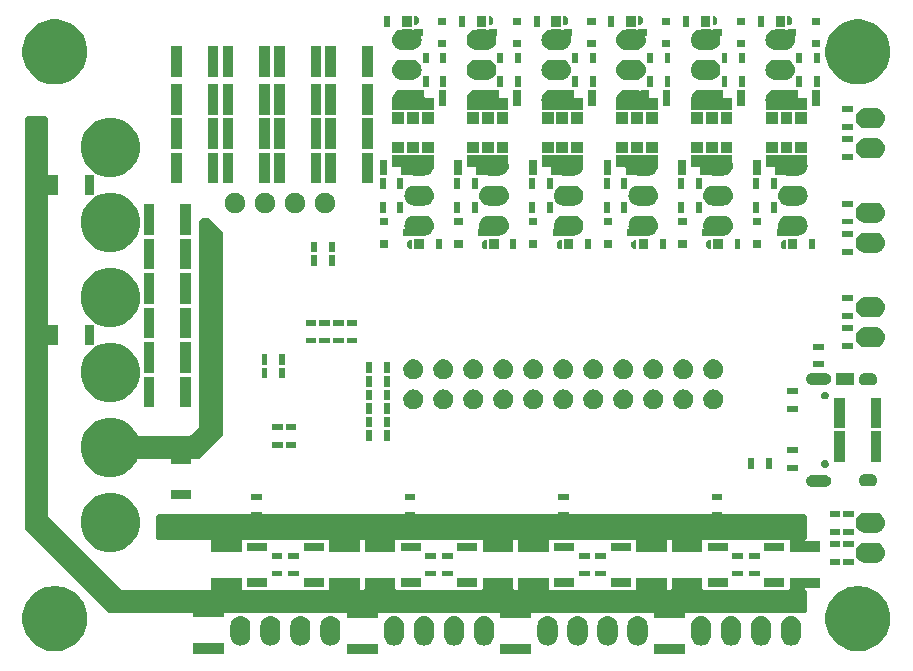
<source format=gbr>
G04 #@! TF.GenerationSoftware,KiCad,Pcbnew,5.1.2*
G04 #@! TF.CreationDate,2019-08-04T16:28:24+02:00*
G04 #@! TF.ProjectId,c3dpb,63336470-622e-46b6-9963-61645f706362,rev?*
G04 #@! TF.SameCoordinates,Original*
G04 #@! TF.FileFunction,Soldermask,Bot*
G04 #@! TF.FilePolarity,Negative*
%FSLAX46Y46*%
G04 Gerber Fmt 4.6, Leading zero omitted, Abs format (unit mm)*
G04 Created by KiCad (PCBNEW 5.1.2) date 2019-08-04 16:28:24*
%MOMM*%
%LPD*%
G04 APERTURE LIST*
%ADD10C,0.100000*%
G04 APERTURE END LIST*
D10*
G36*
X171150000Y-81700000D02*
G01*
X169625000Y-81700000D01*
X169625000Y-80700000D01*
X171150000Y-80700000D01*
X171150000Y-81700000D01*
G37*
G36*
X156825000Y-104525000D02*
G01*
X154225000Y-104525000D01*
X154225000Y-103625000D01*
X156825000Y-103625000D01*
X156825000Y-104525000D01*
X156825000Y-104525000D01*
G37*
G36*
X143825000Y-104525000D02*
G01*
X141225000Y-104525000D01*
X141225000Y-103625000D01*
X143825000Y-103625000D01*
X143825000Y-104525000D01*
X143825000Y-104525000D01*
G37*
G36*
X130825000Y-104525000D02*
G01*
X128225000Y-104525000D01*
X128225000Y-103625000D01*
X130825000Y-103625000D01*
X130825000Y-104525000D01*
X130825000Y-104525000D01*
G37*
G36*
X117825000Y-104475000D02*
G01*
X115225000Y-104475000D01*
X115225000Y-103575000D01*
X117825000Y-103575000D01*
X117825000Y-104475000D01*
X117825000Y-104475000D01*
G37*
G36*
X104022218Y-98800000D02*
G01*
X104302146Y-98855681D01*
X104802616Y-99062982D01*
X105253023Y-99363935D01*
X105636065Y-99746977D01*
X105937018Y-100197384D01*
X106144319Y-100697854D01*
X106144319Y-100697855D01*
X106250000Y-101229149D01*
X106250000Y-101770851D01*
X106197159Y-102036498D01*
X106144319Y-102302146D01*
X105937018Y-102802616D01*
X105636065Y-103253023D01*
X105253023Y-103636065D01*
X104802616Y-103937018D01*
X104302146Y-104144319D01*
X104036498Y-104197159D01*
X103770851Y-104250000D01*
X103229149Y-104250000D01*
X102963502Y-104197160D01*
X102697854Y-104144319D01*
X102197384Y-103937018D01*
X101746977Y-103636065D01*
X101363935Y-103253023D01*
X101062982Y-102802616D01*
X100855681Y-102302146D01*
X100802841Y-102036498D01*
X100750000Y-101770851D01*
X100750000Y-101229149D01*
X100855681Y-100697855D01*
X100855681Y-100697854D01*
X101062982Y-100197384D01*
X101363935Y-99746977D01*
X101746977Y-99363935D01*
X102197384Y-99062982D01*
X102697854Y-98855681D01*
X102977782Y-98800000D01*
X103229149Y-98750000D01*
X103770851Y-98750000D01*
X104022218Y-98800000D01*
X104022218Y-98800000D01*
G37*
G36*
X172022218Y-98800000D02*
G01*
X172302146Y-98855681D01*
X172802616Y-99062982D01*
X173253023Y-99363935D01*
X173636065Y-99746977D01*
X173937018Y-100197384D01*
X174144319Y-100697854D01*
X174144319Y-100697855D01*
X174250000Y-101229149D01*
X174250000Y-101770851D01*
X174197160Y-102036498D01*
X174144319Y-102302146D01*
X173937018Y-102802616D01*
X173636065Y-103253023D01*
X173253023Y-103636065D01*
X172802616Y-103937018D01*
X172302146Y-104144319D01*
X172036498Y-104197159D01*
X171770851Y-104250000D01*
X171229149Y-104250000D01*
X170963502Y-104197160D01*
X170697854Y-104144319D01*
X170197384Y-103937018D01*
X169746977Y-103636065D01*
X169363935Y-103253023D01*
X169062982Y-102802616D01*
X168855681Y-102302146D01*
X168802840Y-102036498D01*
X168750000Y-101770851D01*
X168750000Y-101229149D01*
X168855681Y-100697855D01*
X168855681Y-100697854D01*
X169062982Y-100197384D01*
X169363935Y-99746977D01*
X169746977Y-99363935D01*
X170197384Y-99062982D01*
X170697854Y-98855681D01*
X170977782Y-98800000D01*
X171229149Y-98750000D01*
X171770851Y-98750000D01*
X172022218Y-98800000D01*
X172022218Y-98800000D01*
G37*
G36*
X132381629Y-101287300D02*
G01*
X132541855Y-101335903D01*
X132689519Y-101414832D01*
X132818948Y-101521052D01*
X132925168Y-101650481D01*
X133004097Y-101798145D01*
X133052700Y-101958371D01*
X133065000Y-102083251D01*
X133065000Y-102966749D01*
X133052700Y-103091629D01*
X133004097Y-103251855D01*
X132925168Y-103399519D01*
X132818948Y-103528948D01*
X132689517Y-103635169D01*
X132609774Y-103677793D01*
X132541854Y-103714097D01*
X132381628Y-103762700D01*
X132215000Y-103779112D01*
X132048371Y-103762700D01*
X131888145Y-103714097D01*
X131740481Y-103635168D01*
X131611052Y-103528948D01*
X131504832Y-103399518D01*
X131425903Y-103251854D01*
X131377300Y-103091628D01*
X131365000Y-102966748D01*
X131365000Y-102083251D01*
X131377301Y-101958371D01*
X131425904Y-101798145D01*
X131504833Y-101650481D01*
X131611053Y-101521052D01*
X131740482Y-101414832D01*
X131888146Y-101335903D01*
X132048372Y-101287300D01*
X132215000Y-101270888D01*
X132381629Y-101287300D01*
X132381629Y-101287300D01*
G37*
G36*
X153001629Y-101287300D02*
G01*
X153161855Y-101335903D01*
X153309519Y-101414832D01*
X153438948Y-101521052D01*
X153545168Y-101650481D01*
X153624097Y-101798145D01*
X153672700Y-101958371D01*
X153685000Y-102083251D01*
X153685000Y-102966749D01*
X153672700Y-103091629D01*
X153624097Y-103251855D01*
X153545168Y-103399519D01*
X153438948Y-103528948D01*
X153309517Y-103635169D01*
X153229774Y-103677793D01*
X153161854Y-103714097D01*
X153001628Y-103762700D01*
X152835000Y-103779112D01*
X152668371Y-103762700D01*
X152508145Y-103714097D01*
X152360481Y-103635168D01*
X152231052Y-103528948D01*
X152124832Y-103399518D01*
X152045903Y-103251854D01*
X151997300Y-103091628D01*
X151985000Y-102966748D01*
X151985000Y-102083251D01*
X151997301Y-101958371D01*
X152045904Y-101798145D01*
X152124833Y-101650481D01*
X152231053Y-101521052D01*
X152360482Y-101414832D01*
X152508146Y-101335903D01*
X152668372Y-101287300D01*
X152835000Y-101270888D01*
X153001629Y-101287300D01*
X153001629Y-101287300D01*
G37*
G36*
X150461629Y-101287300D02*
G01*
X150621855Y-101335903D01*
X150769519Y-101414832D01*
X150898948Y-101521052D01*
X151005168Y-101650481D01*
X151084097Y-101798145D01*
X151132700Y-101958371D01*
X151145000Y-102083251D01*
X151145000Y-102966749D01*
X151132700Y-103091629D01*
X151084097Y-103251855D01*
X151005168Y-103399519D01*
X150898948Y-103528948D01*
X150769517Y-103635169D01*
X150689774Y-103677793D01*
X150621854Y-103714097D01*
X150461628Y-103762700D01*
X150295000Y-103779112D01*
X150128371Y-103762700D01*
X149968145Y-103714097D01*
X149820481Y-103635168D01*
X149691052Y-103528948D01*
X149584832Y-103399518D01*
X149505903Y-103251854D01*
X149457300Y-103091628D01*
X149445000Y-102966748D01*
X149445000Y-102083251D01*
X149457301Y-101958371D01*
X149505904Y-101798145D01*
X149584833Y-101650481D01*
X149691053Y-101521052D01*
X149820482Y-101414832D01*
X149968146Y-101335903D01*
X150128372Y-101287300D01*
X150295000Y-101270888D01*
X150461629Y-101287300D01*
X150461629Y-101287300D01*
G37*
G36*
X147921629Y-101287300D02*
G01*
X148081855Y-101335903D01*
X148229519Y-101414832D01*
X148358948Y-101521052D01*
X148465168Y-101650481D01*
X148544097Y-101798145D01*
X148592700Y-101958371D01*
X148605000Y-102083251D01*
X148605000Y-102966749D01*
X148592700Y-103091629D01*
X148544097Y-103251855D01*
X148465168Y-103399519D01*
X148358948Y-103528948D01*
X148229517Y-103635169D01*
X148149774Y-103677793D01*
X148081854Y-103714097D01*
X147921628Y-103762700D01*
X147755000Y-103779112D01*
X147588371Y-103762700D01*
X147428145Y-103714097D01*
X147280481Y-103635168D01*
X147151052Y-103528948D01*
X147044832Y-103399518D01*
X146965903Y-103251854D01*
X146917300Y-103091628D01*
X146905000Y-102966748D01*
X146905000Y-102083251D01*
X146917301Y-101958371D01*
X146965904Y-101798145D01*
X147044833Y-101650481D01*
X147151053Y-101521052D01*
X147280482Y-101414832D01*
X147428146Y-101335903D01*
X147588372Y-101287300D01*
X147755000Y-101270888D01*
X147921629Y-101287300D01*
X147921629Y-101287300D01*
G37*
G36*
X145381629Y-101287300D02*
G01*
X145541855Y-101335903D01*
X145689519Y-101414832D01*
X145818948Y-101521052D01*
X145925168Y-101650481D01*
X146004097Y-101798145D01*
X146052700Y-101958371D01*
X146065000Y-102083251D01*
X146065000Y-102966749D01*
X146052700Y-103091629D01*
X146004097Y-103251855D01*
X145925168Y-103399519D01*
X145818948Y-103528948D01*
X145689517Y-103635169D01*
X145609774Y-103677793D01*
X145541854Y-103714097D01*
X145381628Y-103762700D01*
X145215000Y-103779112D01*
X145048371Y-103762700D01*
X144888145Y-103714097D01*
X144740481Y-103635168D01*
X144611052Y-103528948D01*
X144504832Y-103399518D01*
X144425903Y-103251854D01*
X144377300Y-103091628D01*
X144365000Y-102966748D01*
X144365000Y-102083251D01*
X144377301Y-101958371D01*
X144425904Y-101798145D01*
X144504833Y-101650481D01*
X144611053Y-101521052D01*
X144740482Y-101414832D01*
X144888146Y-101335903D01*
X145048372Y-101287300D01*
X145215000Y-101270888D01*
X145381629Y-101287300D01*
X145381629Y-101287300D01*
G37*
G36*
X140001629Y-101287300D02*
G01*
X140161855Y-101335903D01*
X140309519Y-101414832D01*
X140438948Y-101521052D01*
X140545168Y-101650481D01*
X140624097Y-101798145D01*
X140672700Y-101958371D01*
X140685000Y-102083251D01*
X140685000Y-102966749D01*
X140672700Y-103091629D01*
X140624097Y-103251855D01*
X140545168Y-103399519D01*
X140438948Y-103528948D01*
X140309517Y-103635169D01*
X140229774Y-103677793D01*
X140161854Y-103714097D01*
X140001628Y-103762700D01*
X139835000Y-103779112D01*
X139668371Y-103762700D01*
X139508145Y-103714097D01*
X139360481Y-103635168D01*
X139231052Y-103528948D01*
X139124832Y-103399518D01*
X139045903Y-103251854D01*
X138997300Y-103091628D01*
X138985000Y-102966748D01*
X138985000Y-102083251D01*
X138997301Y-101958371D01*
X139045904Y-101798145D01*
X139124833Y-101650481D01*
X139231053Y-101521052D01*
X139360482Y-101414832D01*
X139508146Y-101335903D01*
X139668372Y-101287300D01*
X139835000Y-101270888D01*
X140001629Y-101287300D01*
X140001629Y-101287300D01*
G37*
G36*
X137461629Y-101287300D02*
G01*
X137621855Y-101335903D01*
X137769519Y-101414832D01*
X137898948Y-101521052D01*
X138005168Y-101650481D01*
X138084097Y-101798145D01*
X138132700Y-101958371D01*
X138145000Y-102083251D01*
X138145000Y-102966749D01*
X138132700Y-103091629D01*
X138084097Y-103251855D01*
X138005168Y-103399519D01*
X137898948Y-103528948D01*
X137769517Y-103635169D01*
X137689774Y-103677793D01*
X137621854Y-103714097D01*
X137461628Y-103762700D01*
X137295000Y-103779112D01*
X137128371Y-103762700D01*
X136968145Y-103714097D01*
X136820481Y-103635168D01*
X136691052Y-103528948D01*
X136584832Y-103399518D01*
X136505903Y-103251854D01*
X136457300Y-103091628D01*
X136445000Y-102966748D01*
X136445000Y-102083251D01*
X136457301Y-101958371D01*
X136505904Y-101798145D01*
X136584833Y-101650481D01*
X136691053Y-101521052D01*
X136820482Y-101414832D01*
X136968146Y-101335903D01*
X137128372Y-101287300D01*
X137295000Y-101270888D01*
X137461629Y-101287300D01*
X137461629Y-101287300D01*
G37*
G36*
X134921629Y-101287300D02*
G01*
X135081855Y-101335903D01*
X135229519Y-101414832D01*
X135358948Y-101521052D01*
X135465168Y-101650481D01*
X135544097Y-101798145D01*
X135592700Y-101958371D01*
X135605000Y-102083251D01*
X135605000Y-102966749D01*
X135592700Y-103091629D01*
X135544097Y-103251855D01*
X135465168Y-103399519D01*
X135358948Y-103528948D01*
X135229517Y-103635169D01*
X135149774Y-103677793D01*
X135081854Y-103714097D01*
X134921628Y-103762700D01*
X134755000Y-103779112D01*
X134588371Y-103762700D01*
X134428145Y-103714097D01*
X134280481Y-103635168D01*
X134151052Y-103528948D01*
X134044832Y-103399518D01*
X133965903Y-103251854D01*
X133917300Y-103091628D01*
X133905000Y-102966748D01*
X133905000Y-102083251D01*
X133917301Y-101958371D01*
X133965904Y-101798145D01*
X134044833Y-101650481D01*
X134151053Y-101521052D01*
X134280482Y-101414832D01*
X134428146Y-101335903D01*
X134588372Y-101287300D01*
X134755000Y-101270888D01*
X134921629Y-101287300D01*
X134921629Y-101287300D01*
G37*
G36*
X127001629Y-101287300D02*
G01*
X127161855Y-101335903D01*
X127309519Y-101414832D01*
X127438948Y-101521052D01*
X127545168Y-101650481D01*
X127624097Y-101798145D01*
X127672700Y-101958371D01*
X127685000Y-102083251D01*
X127685000Y-102966749D01*
X127672700Y-103091629D01*
X127624097Y-103251855D01*
X127545168Y-103399519D01*
X127438948Y-103528948D01*
X127309517Y-103635169D01*
X127229774Y-103677793D01*
X127161854Y-103714097D01*
X127001628Y-103762700D01*
X126835000Y-103779112D01*
X126668371Y-103762700D01*
X126508145Y-103714097D01*
X126360481Y-103635168D01*
X126231052Y-103528948D01*
X126124832Y-103399518D01*
X126045903Y-103251854D01*
X125997300Y-103091628D01*
X125985000Y-102966748D01*
X125985000Y-102083251D01*
X125997301Y-101958371D01*
X126045904Y-101798145D01*
X126124833Y-101650481D01*
X126231053Y-101521052D01*
X126360482Y-101414832D01*
X126508146Y-101335903D01*
X126668372Y-101287300D01*
X126835000Y-101270888D01*
X127001629Y-101287300D01*
X127001629Y-101287300D01*
G37*
G36*
X121921629Y-101287300D02*
G01*
X122081855Y-101335903D01*
X122229519Y-101414832D01*
X122358948Y-101521052D01*
X122465168Y-101650481D01*
X122544097Y-101798145D01*
X122592700Y-101958371D01*
X122605000Y-102083251D01*
X122605000Y-102966749D01*
X122592700Y-103091629D01*
X122544097Y-103251855D01*
X122465168Y-103399519D01*
X122358948Y-103528948D01*
X122229517Y-103635169D01*
X122149774Y-103677793D01*
X122081854Y-103714097D01*
X121921628Y-103762700D01*
X121755000Y-103779112D01*
X121588371Y-103762700D01*
X121428145Y-103714097D01*
X121280481Y-103635168D01*
X121151052Y-103528948D01*
X121044832Y-103399518D01*
X120965903Y-103251854D01*
X120917300Y-103091628D01*
X120905000Y-102966748D01*
X120905000Y-102083251D01*
X120917301Y-101958371D01*
X120965904Y-101798145D01*
X121044833Y-101650481D01*
X121151053Y-101521052D01*
X121280482Y-101414832D01*
X121428146Y-101335903D01*
X121588372Y-101287300D01*
X121755000Y-101270888D01*
X121921629Y-101287300D01*
X121921629Y-101287300D01*
G37*
G36*
X119381629Y-101287300D02*
G01*
X119541855Y-101335903D01*
X119689519Y-101414832D01*
X119818948Y-101521052D01*
X119925168Y-101650481D01*
X120004097Y-101798145D01*
X120052700Y-101958371D01*
X120065000Y-102083251D01*
X120065000Y-102966749D01*
X120052700Y-103091629D01*
X120004097Y-103251855D01*
X119925168Y-103399519D01*
X119818948Y-103528948D01*
X119689517Y-103635169D01*
X119609774Y-103677793D01*
X119541854Y-103714097D01*
X119381628Y-103762700D01*
X119215000Y-103779112D01*
X119048371Y-103762700D01*
X118888145Y-103714097D01*
X118740481Y-103635168D01*
X118611052Y-103528948D01*
X118504832Y-103399518D01*
X118425903Y-103251854D01*
X118377300Y-103091628D01*
X118365000Y-102966748D01*
X118365000Y-102083251D01*
X118377301Y-101958371D01*
X118425904Y-101798145D01*
X118504833Y-101650481D01*
X118611053Y-101521052D01*
X118740482Y-101414832D01*
X118888146Y-101335903D01*
X119048372Y-101287300D01*
X119215000Y-101270888D01*
X119381629Y-101287300D01*
X119381629Y-101287300D01*
G37*
G36*
X158381629Y-101287300D02*
G01*
X158541855Y-101335903D01*
X158689519Y-101414832D01*
X158818948Y-101521052D01*
X158925168Y-101650481D01*
X159004097Y-101798145D01*
X159052700Y-101958371D01*
X159065000Y-102083251D01*
X159065000Y-102966749D01*
X159052700Y-103091629D01*
X159004097Y-103251855D01*
X158925168Y-103399519D01*
X158818948Y-103528948D01*
X158689517Y-103635169D01*
X158609774Y-103677793D01*
X158541854Y-103714097D01*
X158381628Y-103762700D01*
X158215000Y-103779112D01*
X158048371Y-103762700D01*
X157888145Y-103714097D01*
X157740481Y-103635168D01*
X157611052Y-103528948D01*
X157504832Y-103399518D01*
X157425903Y-103251854D01*
X157377300Y-103091628D01*
X157365000Y-102966748D01*
X157365000Y-102083251D01*
X157377301Y-101958371D01*
X157425904Y-101798145D01*
X157504833Y-101650481D01*
X157611053Y-101521052D01*
X157740482Y-101414832D01*
X157888146Y-101335903D01*
X158048372Y-101287300D01*
X158215000Y-101270888D01*
X158381629Y-101287300D01*
X158381629Y-101287300D01*
G37*
G36*
X160921629Y-101287300D02*
G01*
X161081855Y-101335903D01*
X161229519Y-101414832D01*
X161358948Y-101521052D01*
X161465168Y-101650481D01*
X161544097Y-101798145D01*
X161592700Y-101958371D01*
X161605000Y-102083251D01*
X161605000Y-102966749D01*
X161592700Y-103091629D01*
X161544097Y-103251855D01*
X161465168Y-103399519D01*
X161358948Y-103528948D01*
X161229517Y-103635169D01*
X161149774Y-103677793D01*
X161081854Y-103714097D01*
X160921628Y-103762700D01*
X160755000Y-103779112D01*
X160588371Y-103762700D01*
X160428145Y-103714097D01*
X160280481Y-103635168D01*
X160151052Y-103528948D01*
X160044832Y-103399518D01*
X159965903Y-103251854D01*
X159917300Y-103091628D01*
X159905000Y-102966748D01*
X159905000Y-102083251D01*
X159917301Y-101958371D01*
X159965904Y-101798145D01*
X160044833Y-101650481D01*
X160151053Y-101521052D01*
X160280482Y-101414832D01*
X160428146Y-101335903D01*
X160588372Y-101287300D01*
X160755000Y-101270888D01*
X160921629Y-101287300D01*
X160921629Y-101287300D01*
G37*
G36*
X163461629Y-101287300D02*
G01*
X163621855Y-101335903D01*
X163769519Y-101414832D01*
X163898948Y-101521052D01*
X164005168Y-101650481D01*
X164084097Y-101798145D01*
X164132700Y-101958371D01*
X164145000Y-102083251D01*
X164145000Y-102966749D01*
X164132700Y-103091629D01*
X164084097Y-103251855D01*
X164005168Y-103399519D01*
X163898948Y-103528948D01*
X163769517Y-103635169D01*
X163689774Y-103677793D01*
X163621854Y-103714097D01*
X163461628Y-103762700D01*
X163295000Y-103779112D01*
X163128371Y-103762700D01*
X162968145Y-103714097D01*
X162820481Y-103635168D01*
X162691052Y-103528948D01*
X162584832Y-103399518D01*
X162505903Y-103251854D01*
X162457300Y-103091628D01*
X162445000Y-102966748D01*
X162445000Y-102083251D01*
X162457301Y-101958371D01*
X162505904Y-101798145D01*
X162584833Y-101650481D01*
X162691053Y-101521052D01*
X162820482Y-101414832D01*
X162968146Y-101335903D01*
X163128372Y-101287300D01*
X163295000Y-101270888D01*
X163461629Y-101287300D01*
X163461629Y-101287300D01*
G37*
G36*
X166001629Y-101287300D02*
G01*
X166161855Y-101335903D01*
X166309519Y-101414832D01*
X166438948Y-101521052D01*
X166545168Y-101650481D01*
X166624097Y-101798145D01*
X166672700Y-101958371D01*
X166685000Y-102083251D01*
X166685000Y-102966749D01*
X166672700Y-103091629D01*
X166624097Y-103251855D01*
X166545168Y-103399519D01*
X166438948Y-103528948D01*
X166309517Y-103635169D01*
X166229774Y-103677793D01*
X166161854Y-103714097D01*
X166001628Y-103762700D01*
X165835000Y-103779112D01*
X165668371Y-103762700D01*
X165508145Y-103714097D01*
X165360481Y-103635168D01*
X165231052Y-103528948D01*
X165124832Y-103399518D01*
X165045903Y-103251854D01*
X164997300Y-103091628D01*
X164985000Y-102966748D01*
X164985000Y-102083251D01*
X164997301Y-101958371D01*
X165045904Y-101798145D01*
X165124833Y-101650481D01*
X165231053Y-101521052D01*
X165360482Y-101414832D01*
X165508146Y-101335903D01*
X165668372Y-101287300D01*
X165835000Y-101270888D01*
X166001629Y-101287300D01*
X166001629Y-101287300D01*
G37*
G36*
X124461629Y-101287300D02*
G01*
X124621855Y-101335903D01*
X124769519Y-101414832D01*
X124898948Y-101521052D01*
X125005168Y-101650481D01*
X125084097Y-101798145D01*
X125132700Y-101958371D01*
X125145000Y-102083251D01*
X125145000Y-102966749D01*
X125132700Y-103091629D01*
X125084097Y-103251855D01*
X125005168Y-103399519D01*
X124898948Y-103528948D01*
X124769517Y-103635169D01*
X124689774Y-103677793D01*
X124621854Y-103714097D01*
X124461628Y-103762700D01*
X124295000Y-103779112D01*
X124128371Y-103762700D01*
X123968145Y-103714097D01*
X123820481Y-103635168D01*
X123691052Y-103528948D01*
X123584832Y-103399518D01*
X123505903Y-103251854D01*
X123457300Y-103091628D01*
X123445000Y-102966748D01*
X123445000Y-102083251D01*
X123457301Y-101958371D01*
X123505904Y-101798145D01*
X123584833Y-101650481D01*
X123691053Y-101521052D01*
X123820482Y-101414832D01*
X123968146Y-101335903D01*
X124128372Y-101287300D01*
X124295000Y-101270888D01*
X124461629Y-101287300D01*
X124461629Y-101287300D01*
G37*
G36*
X102950000Y-59150000D02*
G01*
X102950000Y-63845001D01*
X102951441Y-63859633D01*
X102955709Y-63873702D01*
X102962640Y-63886668D01*
X102971967Y-63898033D01*
X102983332Y-63907360D01*
X102996298Y-63914291D01*
X103010367Y-63918559D01*
X103024999Y-63920000D01*
X103777000Y-63920000D01*
X103777000Y-65620000D01*
X103024999Y-65620000D01*
X103010367Y-65621441D01*
X102996298Y-65625709D01*
X102983332Y-65632640D01*
X102971967Y-65641967D01*
X102962640Y-65653332D01*
X102955709Y-65666298D01*
X102951441Y-65680367D01*
X102950000Y-65694999D01*
X102950000Y-76545001D01*
X102951441Y-76559633D01*
X102955709Y-76573702D01*
X102962640Y-76586668D01*
X102971967Y-76598033D01*
X102983332Y-76607360D01*
X102996298Y-76614291D01*
X103010367Y-76618559D01*
X103024999Y-76620000D01*
X103777000Y-76620000D01*
X103777000Y-78320000D01*
X103024999Y-78320000D01*
X103010367Y-78321441D01*
X102996298Y-78325709D01*
X102983332Y-78332640D01*
X102971967Y-78341967D01*
X102962640Y-78353332D01*
X102955709Y-78366298D01*
X102951441Y-78380367D01*
X102950000Y-78394999D01*
X102950000Y-92843935D01*
X102951441Y-92858567D01*
X102955709Y-92872636D01*
X102962640Y-92885602D01*
X102971967Y-92896967D01*
X109103033Y-99028033D01*
X109114398Y-99037360D01*
X109127364Y-99044291D01*
X109141433Y-99048559D01*
X109156065Y-99050000D01*
X116650001Y-99050000D01*
X116664633Y-99048559D01*
X116678702Y-99044291D01*
X116691668Y-99037360D01*
X116703033Y-99028033D01*
X116712360Y-99016668D01*
X116719291Y-99003702D01*
X116723559Y-98989633D01*
X116725000Y-98975001D01*
X116725000Y-98025000D01*
X119325000Y-98025000D01*
X119325000Y-98975001D01*
X119326441Y-98989633D01*
X119330709Y-99003702D01*
X119337640Y-99016668D01*
X119346967Y-99028033D01*
X119358332Y-99037360D01*
X119371298Y-99044291D01*
X119385367Y-99048559D01*
X119399999Y-99050000D01*
X126650001Y-99050000D01*
X126664633Y-99048559D01*
X126678702Y-99044291D01*
X126691668Y-99037360D01*
X126703033Y-99028033D01*
X126712360Y-99016668D01*
X126719291Y-99003702D01*
X126723559Y-98989633D01*
X126725000Y-98975001D01*
X126725000Y-98025000D01*
X129325000Y-98025000D01*
X129325000Y-98975001D01*
X129326441Y-98989633D01*
X129330709Y-99003702D01*
X129337640Y-99016668D01*
X129346967Y-99028033D01*
X129358332Y-99037360D01*
X129371298Y-99044291D01*
X129385367Y-99048559D01*
X129399999Y-99050000D01*
X129650001Y-99050000D01*
X129664633Y-99048559D01*
X129678702Y-99044291D01*
X129691668Y-99037360D01*
X129703033Y-99028033D01*
X129712360Y-99016668D01*
X129719291Y-99003702D01*
X129723559Y-98989633D01*
X129725000Y-98975001D01*
X129725000Y-98025000D01*
X132325000Y-98025000D01*
X132325000Y-98975001D01*
X132326441Y-98989633D01*
X132330709Y-99003702D01*
X132337640Y-99016668D01*
X132346967Y-99028033D01*
X132358332Y-99037360D01*
X132371298Y-99044291D01*
X132385367Y-99048559D01*
X132399999Y-99050000D01*
X139650001Y-99050000D01*
X139664633Y-99048559D01*
X139678702Y-99044291D01*
X139691668Y-99037360D01*
X139703033Y-99028033D01*
X139712360Y-99016668D01*
X139719291Y-99003702D01*
X139723559Y-98989633D01*
X139725000Y-98975001D01*
X139725000Y-98025000D01*
X142325000Y-98025000D01*
X142325000Y-98975001D01*
X142326441Y-98989633D01*
X142330709Y-99003702D01*
X142337640Y-99016668D01*
X142346967Y-99028033D01*
X142358332Y-99037360D01*
X142371298Y-99044291D01*
X142385367Y-99048559D01*
X142399999Y-99050000D01*
X142650001Y-99050000D01*
X142664633Y-99048559D01*
X142678702Y-99044291D01*
X142691668Y-99037360D01*
X142703033Y-99028033D01*
X142712360Y-99016668D01*
X142719291Y-99003702D01*
X142723559Y-98989633D01*
X142725000Y-98975001D01*
X142725000Y-98025000D01*
X145325000Y-98025000D01*
X145325000Y-98975001D01*
X145326441Y-98989633D01*
X145330709Y-99003702D01*
X145337640Y-99016668D01*
X145346967Y-99028033D01*
X145358332Y-99037360D01*
X145371298Y-99044291D01*
X145385367Y-99048559D01*
X145399999Y-99050000D01*
X152650001Y-99050000D01*
X152664633Y-99048559D01*
X152678702Y-99044291D01*
X152691668Y-99037360D01*
X152703033Y-99028033D01*
X152712360Y-99016668D01*
X152719291Y-99003702D01*
X152723559Y-98989633D01*
X152725000Y-98975001D01*
X152725000Y-98025000D01*
X155325000Y-98025000D01*
X155325000Y-98975001D01*
X155326441Y-98989633D01*
X155330709Y-99003702D01*
X155337640Y-99016668D01*
X155346967Y-99028033D01*
X155358332Y-99037360D01*
X155371298Y-99044291D01*
X155385367Y-99048559D01*
X155399999Y-99050000D01*
X155650001Y-99050000D01*
X155664633Y-99048559D01*
X155678702Y-99044291D01*
X155691668Y-99037360D01*
X155703033Y-99028033D01*
X155712360Y-99016668D01*
X155719291Y-99003702D01*
X155723559Y-98989633D01*
X155725000Y-98975001D01*
X155725000Y-98025000D01*
X158325000Y-98025000D01*
X158325000Y-98975001D01*
X158326441Y-98989633D01*
X158330709Y-99003702D01*
X158337640Y-99016668D01*
X158346967Y-99028033D01*
X158358332Y-99037360D01*
X158371298Y-99044291D01*
X158385367Y-99048559D01*
X158399999Y-99050000D01*
X165650001Y-99050000D01*
X165664633Y-99048559D01*
X165678702Y-99044291D01*
X165691668Y-99037360D01*
X165703033Y-99028033D01*
X165712360Y-99016668D01*
X165719291Y-99003702D01*
X165723559Y-98989633D01*
X165725000Y-98975001D01*
X165725000Y-98025000D01*
X168325000Y-98025000D01*
X168325000Y-98925000D01*
X167081063Y-98925000D01*
X167066431Y-98926441D01*
X167052362Y-98930709D01*
X167039396Y-98937640D01*
X167028031Y-98946967D01*
X167018704Y-98958332D01*
X167011773Y-98971298D01*
X167007505Y-98985367D01*
X167006064Y-98999999D01*
X167007505Y-99014631D01*
X167011773Y-99028700D01*
X167018704Y-99041666D01*
X167028031Y-99053031D01*
X167150000Y-99175000D01*
X167150000Y-100925000D01*
X167025000Y-101050000D01*
X156900035Y-101044707D01*
X156885406Y-101046140D01*
X156871334Y-101050401D01*
X156858364Y-101057325D01*
X156846994Y-101066646D01*
X156837661Y-101078006D01*
X156830724Y-101090969D01*
X156826449Y-101105036D01*
X156825000Y-101119706D01*
X156825000Y-101425000D01*
X154225000Y-101425000D01*
X154225000Y-101118269D01*
X154223559Y-101103637D01*
X154219291Y-101089568D01*
X154212360Y-101076602D01*
X154203033Y-101065237D01*
X154191668Y-101055910D01*
X154178702Y-101048979D01*
X154164633Y-101044711D01*
X154150040Y-101043270D01*
X143900038Y-101037912D01*
X143885406Y-101039345D01*
X143871334Y-101043606D01*
X143858364Y-101050530D01*
X143846994Y-101059851D01*
X143837661Y-101071211D01*
X143830724Y-101084174D01*
X143826449Y-101098241D01*
X143825000Y-101112911D01*
X143825000Y-101425000D01*
X141225000Y-101425000D01*
X141225000Y-101111473D01*
X141223559Y-101096841D01*
X141219291Y-101082772D01*
X141212360Y-101069806D01*
X141203033Y-101058441D01*
X141191668Y-101049114D01*
X141178702Y-101042183D01*
X141164633Y-101037915D01*
X141150041Y-101036474D01*
X130900037Y-101031116D01*
X130885406Y-101032549D01*
X130871334Y-101036810D01*
X130858364Y-101043734D01*
X130846994Y-101053055D01*
X130837661Y-101064415D01*
X130830724Y-101077378D01*
X130826449Y-101091445D01*
X130825000Y-101106115D01*
X130825000Y-101425000D01*
X128225000Y-101425000D01*
X128225000Y-101104678D01*
X128223559Y-101090046D01*
X128219291Y-101075977D01*
X128212360Y-101063011D01*
X128203033Y-101051646D01*
X128191668Y-101042319D01*
X128178702Y-101035388D01*
X128164633Y-101031120D01*
X128150040Y-101029679D01*
X119200000Y-101025000D01*
X117899999Y-101025000D01*
X117885367Y-101026441D01*
X117871298Y-101030709D01*
X117858332Y-101037640D01*
X117846967Y-101046967D01*
X117837640Y-101058332D01*
X117830709Y-101071298D01*
X117826441Y-101085367D01*
X117825000Y-101099999D01*
X117825000Y-101375000D01*
X115225000Y-101375000D01*
X115225000Y-101099999D01*
X115223559Y-101085367D01*
X115219291Y-101071298D01*
X115212360Y-101058332D01*
X115203033Y-101046967D01*
X115191668Y-101037640D01*
X115178702Y-101030709D01*
X115164633Y-101026441D01*
X115150001Y-101025000D01*
X108075000Y-101025000D01*
X100950000Y-93875000D01*
X100950000Y-59150000D01*
X101200000Y-58900000D01*
X102700000Y-58900000D01*
X102950000Y-59150000D01*
X102950000Y-59150000D01*
G37*
G36*
X121475000Y-98800000D02*
G01*
X119775000Y-98800000D01*
X119775000Y-98050000D01*
X121475000Y-98050000D01*
X121475000Y-98800000D01*
X121475000Y-98800000D01*
G37*
G36*
X165275000Y-98800000D02*
G01*
X163575000Y-98800000D01*
X163575000Y-98050000D01*
X165275000Y-98050000D01*
X165275000Y-98800000D01*
X165275000Y-98800000D01*
G37*
G36*
X160475000Y-98800000D02*
G01*
X158775000Y-98800000D01*
X158775000Y-98050000D01*
X160475000Y-98050000D01*
X160475000Y-98800000D01*
X160475000Y-98800000D01*
G37*
G36*
X152275000Y-98800000D02*
G01*
X150575000Y-98800000D01*
X150575000Y-98050000D01*
X152275000Y-98050000D01*
X152275000Y-98800000D01*
X152275000Y-98800000D01*
G37*
G36*
X147475000Y-98800000D02*
G01*
X145775000Y-98800000D01*
X145775000Y-98050000D01*
X147475000Y-98050000D01*
X147475000Y-98800000D01*
X147475000Y-98800000D01*
G37*
G36*
X139275000Y-98800000D02*
G01*
X137575000Y-98800000D01*
X137575000Y-98050000D01*
X139275000Y-98050000D01*
X139275000Y-98800000D01*
X139275000Y-98800000D01*
G37*
G36*
X134475000Y-98800000D02*
G01*
X132775000Y-98800000D01*
X132775000Y-98050000D01*
X134475000Y-98050000D01*
X134475000Y-98800000D01*
X134475000Y-98800000D01*
G37*
G36*
X126275000Y-98800000D02*
G01*
X124575000Y-98800000D01*
X124575000Y-98050000D01*
X126275000Y-98050000D01*
X126275000Y-98800000D01*
X126275000Y-98800000D01*
G37*
G36*
X122775000Y-97925000D02*
G01*
X121875000Y-97925000D01*
X121875000Y-97425000D01*
X122775000Y-97425000D01*
X122775000Y-97925000D01*
X122775000Y-97925000D01*
G37*
G36*
X124175000Y-97925000D02*
G01*
X123275000Y-97925000D01*
X123275000Y-97425000D01*
X124175000Y-97425000D01*
X124175000Y-97925000D01*
X124175000Y-97925000D01*
G37*
G36*
X135775000Y-97925000D02*
G01*
X134875000Y-97925000D01*
X134875000Y-97425000D01*
X135775000Y-97425000D01*
X135775000Y-97925000D01*
X135775000Y-97925000D01*
G37*
G36*
X148775000Y-97925000D02*
G01*
X147875000Y-97925000D01*
X147875000Y-97425000D01*
X148775000Y-97425000D01*
X148775000Y-97925000D01*
X148775000Y-97925000D01*
G37*
G36*
X150175000Y-97925000D02*
G01*
X149275000Y-97925000D01*
X149275000Y-97425000D01*
X150175000Y-97425000D01*
X150175000Y-97925000D01*
X150175000Y-97925000D01*
G37*
G36*
X161775000Y-97925000D02*
G01*
X160875000Y-97925000D01*
X160875000Y-97425000D01*
X161775000Y-97425000D01*
X161775000Y-97925000D01*
X161775000Y-97925000D01*
G37*
G36*
X163175000Y-97925000D02*
G01*
X162275000Y-97925000D01*
X162275000Y-97425000D01*
X163175000Y-97425000D01*
X163175000Y-97925000D01*
X163175000Y-97925000D01*
G37*
G36*
X137175000Y-97925000D02*
G01*
X136275000Y-97925000D01*
X136275000Y-97425000D01*
X137175000Y-97425000D01*
X137175000Y-97925000D01*
X137175000Y-97925000D01*
G37*
G36*
X171150000Y-96925000D02*
G01*
X170250000Y-96925000D01*
X170250000Y-96425000D01*
X171150000Y-96425000D01*
X171150000Y-96925000D01*
X171150000Y-96925000D01*
G37*
G36*
X170000000Y-96925000D02*
G01*
X169100000Y-96925000D01*
X169100000Y-96425000D01*
X170000000Y-96425000D01*
X170000000Y-96925000D01*
X170000000Y-96925000D01*
G37*
G36*
X173116629Y-95082300D02*
G01*
X173276855Y-95130903D01*
X173424519Y-95209832D01*
X173553948Y-95316052D01*
X173660168Y-95445481D01*
X173739097Y-95593145D01*
X173787700Y-95753371D01*
X173804112Y-95920000D01*
X173787700Y-96086629D01*
X173739097Y-96246855D01*
X173660168Y-96394519D01*
X173553948Y-96523948D01*
X173424519Y-96630168D01*
X173276855Y-96709097D01*
X173116629Y-96757700D01*
X172991749Y-96770000D01*
X172108251Y-96770000D01*
X171983371Y-96757700D01*
X171823145Y-96709097D01*
X171675481Y-96630168D01*
X171546052Y-96523948D01*
X171439832Y-96394519D01*
X171360903Y-96246855D01*
X171312300Y-96086629D01*
X171295888Y-95920000D01*
X171312300Y-95753371D01*
X171360903Y-95593145D01*
X171439832Y-95445481D01*
X171546052Y-95316052D01*
X171675481Y-95209832D01*
X171823145Y-95130903D01*
X171983371Y-95082300D01*
X172108251Y-95070000D01*
X172991749Y-95070000D01*
X173116629Y-95082300D01*
X173116629Y-95082300D01*
G37*
G36*
X161775000Y-96425000D02*
G01*
X160875000Y-96425000D01*
X160875000Y-95925000D01*
X161775000Y-95925000D01*
X161775000Y-96425000D01*
X161775000Y-96425000D01*
G37*
G36*
X122775000Y-96425000D02*
G01*
X121875000Y-96425000D01*
X121875000Y-95925000D01*
X122775000Y-95925000D01*
X122775000Y-96425000D01*
X122775000Y-96425000D01*
G37*
G36*
X124175000Y-96425000D02*
G01*
X123275000Y-96425000D01*
X123275000Y-95925000D01*
X124175000Y-95925000D01*
X124175000Y-96425000D01*
X124175000Y-96425000D01*
G37*
G36*
X163175000Y-96425000D02*
G01*
X162275000Y-96425000D01*
X162275000Y-95925000D01*
X163175000Y-95925000D01*
X163175000Y-96425000D01*
X163175000Y-96425000D01*
G37*
G36*
X135775000Y-96425000D02*
G01*
X134875000Y-96425000D01*
X134875000Y-95925000D01*
X135775000Y-95925000D01*
X135775000Y-96425000D01*
X135775000Y-96425000D01*
G37*
G36*
X150175000Y-96425000D02*
G01*
X149275000Y-96425000D01*
X149275000Y-95925000D01*
X150175000Y-95925000D01*
X150175000Y-96425000D01*
X150175000Y-96425000D01*
G37*
G36*
X137175000Y-96425000D02*
G01*
X136275000Y-96425000D01*
X136275000Y-95925000D01*
X137175000Y-95925000D01*
X137175000Y-96425000D01*
X137175000Y-96425000D01*
G37*
G36*
X148775000Y-96425000D02*
G01*
X147875000Y-96425000D01*
X147875000Y-95925000D01*
X148775000Y-95925000D01*
X148775000Y-96425000D01*
X148775000Y-96425000D01*
G37*
G36*
X108933223Y-90941074D02*
G01*
X109388196Y-91129530D01*
X109797657Y-91403123D01*
X110145877Y-91751343D01*
X110419470Y-92160804D01*
X110419471Y-92160806D01*
X110607926Y-92615777D01*
X110694924Y-93053142D01*
X110704000Y-93098773D01*
X110704000Y-93591227D01*
X110607926Y-94074223D01*
X110419470Y-94529196D01*
X110145877Y-94938657D01*
X109797657Y-95286877D01*
X109388196Y-95560470D01*
X109388195Y-95560471D01*
X109388194Y-95560471D01*
X108933223Y-95748926D01*
X108450228Y-95845000D01*
X107957772Y-95845000D01*
X107474777Y-95748926D01*
X107019806Y-95560471D01*
X107019805Y-95560471D01*
X107019804Y-95560470D01*
X106610343Y-95286877D01*
X106262123Y-94938657D01*
X105988530Y-94529196D01*
X105800074Y-94074223D01*
X105704000Y-93591227D01*
X105704000Y-93098773D01*
X105713077Y-93053142D01*
X105800074Y-92615777D01*
X105988529Y-92160806D01*
X105988530Y-92160804D01*
X106262123Y-91751343D01*
X106610343Y-91403123D01*
X107019804Y-91129530D01*
X107474777Y-90941074D01*
X107957772Y-90845000D01*
X108450228Y-90845000D01*
X108933223Y-90941074D01*
X108933223Y-90941074D01*
G37*
G36*
X121025000Y-92600001D02*
G01*
X121026441Y-92614633D01*
X121030709Y-92628702D01*
X121037640Y-92641668D01*
X121046967Y-92653033D01*
X121058332Y-92662360D01*
X121071298Y-92669291D01*
X121085367Y-92673559D01*
X121099999Y-92675000D01*
X133050001Y-92675000D01*
X133064633Y-92673559D01*
X133078702Y-92669291D01*
X133091668Y-92662360D01*
X133103033Y-92653033D01*
X133112360Y-92641668D01*
X133119291Y-92628702D01*
X133123559Y-92614633D01*
X133125000Y-92600001D01*
X133125000Y-92475000D01*
X134025000Y-92475000D01*
X134025000Y-92600001D01*
X134026441Y-92614633D01*
X134030709Y-92628702D01*
X134037640Y-92641668D01*
X134046967Y-92653033D01*
X134058332Y-92662360D01*
X134071298Y-92669291D01*
X134085367Y-92673559D01*
X134099999Y-92675000D01*
X146050001Y-92675000D01*
X146064633Y-92673559D01*
X146078702Y-92669291D01*
X146091668Y-92662360D01*
X146103033Y-92653033D01*
X146112360Y-92641668D01*
X146119291Y-92628702D01*
X146123559Y-92614633D01*
X146125000Y-92600001D01*
X146125000Y-92475000D01*
X147025000Y-92475000D01*
X147025000Y-92600001D01*
X147026441Y-92614633D01*
X147030709Y-92628702D01*
X147037640Y-92641668D01*
X147046967Y-92653033D01*
X147058332Y-92662360D01*
X147071298Y-92669291D01*
X147085367Y-92673559D01*
X147099999Y-92675000D01*
X159050001Y-92675000D01*
X159064633Y-92673559D01*
X159078702Y-92669291D01*
X159091668Y-92662360D01*
X159103033Y-92653033D01*
X159112360Y-92641668D01*
X159119291Y-92628702D01*
X159123559Y-92614633D01*
X159125000Y-92600001D01*
X159125000Y-92475000D01*
X160025000Y-92475000D01*
X160025000Y-92600001D01*
X160026441Y-92614633D01*
X160030709Y-92628702D01*
X160037640Y-92641668D01*
X160046967Y-92653033D01*
X160058332Y-92662360D01*
X160071298Y-92669291D01*
X160085367Y-92673559D01*
X160099999Y-92675000D01*
X167025000Y-92675000D01*
X167150000Y-92800000D01*
X167150000Y-94675000D01*
X167028031Y-94796969D01*
X167018704Y-94808334D01*
X167011773Y-94821300D01*
X167007505Y-94835369D01*
X167006064Y-94850001D01*
X167007505Y-94864633D01*
X167011773Y-94878702D01*
X167018704Y-94891668D01*
X167028031Y-94903033D01*
X167039396Y-94912360D01*
X167052362Y-94919291D01*
X167066431Y-94923559D01*
X167081063Y-94925000D01*
X168325000Y-94925000D01*
X168325000Y-95825000D01*
X165725000Y-95825000D01*
X165725000Y-94874999D01*
X165723559Y-94860367D01*
X165719291Y-94846298D01*
X165712360Y-94833332D01*
X165703033Y-94821967D01*
X165691668Y-94812640D01*
X165678702Y-94805709D01*
X165664633Y-94801441D01*
X165650001Y-94800000D01*
X158399999Y-94800000D01*
X158385367Y-94801441D01*
X158371298Y-94805709D01*
X158358332Y-94812640D01*
X158346967Y-94821967D01*
X158337640Y-94833332D01*
X158330709Y-94846298D01*
X158326441Y-94860367D01*
X158325000Y-94874999D01*
X158325000Y-95825000D01*
X155725000Y-95825000D01*
X155725000Y-94874999D01*
X155723559Y-94860367D01*
X155719291Y-94846298D01*
X155712360Y-94833332D01*
X155703033Y-94821967D01*
X155691668Y-94812640D01*
X155678702Y-94805709D01*
X155664633Y-94801441D01*
X155650001Y-94800000D01*
X155399999Y-94800000D01*
X155385367Y-94801441D01*
X155371298Y-94805709D01*
X155358332Y-94812640D01*
X155346967Y-94821967D01*
X155337640Y-94833332D01*
X155330709Y-94846298D01*
X155326441Y-94860367D01*
X155325000Y-94874999D01*
X155325000Y-95825000D01*
X152725000Y-95825000D01*
X152725000Y-94874999D01*
X152723559Y-94860367D01*
X152719291Y-94846298D01*
X152712360Y-94833332D01*
X152703033Y-94821967D01*
X152691668Y-94812640D01*
X152678702Y-94805709D01*
X152664633Y-94801441D01*
X152650001Y-94800000D01*
X145399999Y-94800000D01*
X145385367Y-94801441D01*
X145371298Y-94805709D01*
X145358332Y-94812640D01*
X145346967Y-94821967D01*
X145337640Y-94833332D01*
X145330709Y-94846298D01*
X145326441Y-94860367D01*
X145325000Y-94874999D01*
X145325000Y-95825000D01*
X142725000Y-95825000D01*
X142725000Y-94874999D01*
X142723559Y-94860367D01*
X142719291Y-94846298D01*
X142712360Y-94833332D01*
X142703033Y-94821967D01*
X142691668Y-94812640D01*
X142678702Y-94805709D01*
X142664633Y-94801441D01*
X142650001Y-94800000D01*
X142399999Y-94800000D01*
X142385367Y-94801441D01*
X142371298Y-94805709D01*
X142358332Y-94812640D01*
X142346967Y-94821967D01*
X142337640Y-94833332D01*
X142330709Y-94846298D01*
X142326441Y-94860367D01*
X142325000Y-94874999D01*
X142325000Y-95825000D01*
X139725000Y-95825000D01*
X139725000Y-94874999D01*
X139723559Y-94860367D01*
X139719291Y-94846298D01*
X139712360Y-94833332D01*
X139703033Y-94821967D01*
X139691668Y-94812640D01*
X139678702Y-94805709D01*
X139664633Y-94801441D01*
X139650001Y-94800000D01*
X132399999Y-94800000D01*
X132385367Y-94801441D01*
X132371298Y-94805709D01*
X132358332Y-94812640D01*
X132346967Y-94821967D01*
X132337640Y-94833332D01*
X132330709Y-94846298D01*
X132326441Y-94860367D01*
X132325000Y-94874999D01*
X132325000Y-95825000D01*
X129725000Y-95825000D01*
X129725000Y-94874999D01*
X129723559Y-94860367D01*
X129719291Y-94846298D01*
X129712360Y-94833332D01*
X129703033Y-94821967D01*
X129691668Y-94812640D01*
X129678702Y-94805709D01*
X129664633Y-94801441D01*
X129650001Y-94800000D01*
X129399999Y-94800000D01*
X129385367Y-94801441D01*
X129371298Y-94805709D01*
X129358332Y-94812640D01*
X129346967Y-94821967D01*
X129337640Y-94833332D01*
X129330709Y-94846298D01*
X129326441Y-94860367D01*
X129325000Y-94874999D01*
X129325000Y-95825000D01*
X126725000Y-95825000D01*
X126725000Y-94874999D01*
X126723559Y-94860367D01*
X126719291Y-94846298D01*
X126712360Y-94833332D01*
X126703033Y-94821967D01*
X126691668Y-94812640D01*
X126678702Y-94805709D01*
X126664633Y-94801441D01*
X126650001Y-94800000D01*
X119399999Y-94800000D01*
X119385367Y-94801441D01*
X119371298Y-94805709D01*
X119358332Y-94812640D01*
X119346967Y-94821967D01*
X119337640Y-94833332D01*
X119330709Y-94846298D01*
X119326441Y-94860367D01*
X119325000Y-94874999D01*
X119325000Y-95825000D01*
X116725000Y-95825000D01*
X116725000Y-94874999D01*
X116723559Y-94860367D01*
X116719291Y-94846298D01*
X116712360Y-94833332D01*
X116703033Y-94821967D01*
X116691668Y-94812640D01*
X116678702Y-94805709D01*
X116664633Y-94801441D01*
X116650001Y-94800000D01*
X112225000Y-94800000D01*
X112100000Y-94675000D01*
X112100000Y-92800000D01*
X112225000Y-92675000D01*
X120050001Y-92675000D01*
X120064633Y-92673559D01*
X120078702Y-92669291D01*
X120091668Y-92662360D01*
X120103033Y-92653033D01*
X120112360Y-92641668D01*
X120119291Y-92628702D01*
X120123559Y-92614633D01*
X120125000Y-92600001D01*
X120125000Y-92475000D01*
X121025000Y-92475000D01*
X121025000Y-92600001D01*
X121025000Y-92600001D01*
G37*
G36*
X152275000Y-95800000D02*
G01*
X150575000Y-95800000D01*
X150575000Y-95050000D01*
X152275000Y-95050000D01*
X152275000Y-95800000D01*
X152275000Y-95800000D01*
G37*
G36*
X134475000Y-95800000D02*
G01*
X132775000Y-95800000D01*
X132775000Y-95050000D01*
X134475000Y-95050000D01*
X134475000Y-95800000D01*
X134475000Y-95800000D01*
G37*
G36*
X147475000Y-95800000D02*
G01*
X145775000Y-95800000D01*
X145775000Y-95050000D01*
X147475000Y-95050000D01*
X147475000Y-95800000D01*
X147475000Y-95800000D01*
G37*
G36*
X139275000Y-95800000D02*
G01*
X137575000Y-95800000D01*
X137575000Y-95050000D01*
X139275000Y-95050000D01*
X139275000Y-95800000D01*
X139275000Y-95800000D01*
G37*
G36*
X121475000Y-95800000D02*
G01*
X119775000Y-95800000D01*
X119775000Y-95050000D01*
X121475000Y-95050000D01*
X121475000Y-95800000D01*
X121475000Y-95800000D01*
G37*
G36*
X126275000Y-95800000D02*
G01*
X124575000Y-95800000D01*
X124575000Y-95050000D01*
X126275000Y-95050000D01*
X126275000Y-95800000D01*
X126275000Y-95800000D01*
G37*
G36*
X165275000Y-95800000D02*
G01*
X163575000Y-95800000D01*
X163575000Y-95050000D01*
X165275000Y-95050000D01*
X165275000Y-95800000D01*
X165275000Y-95800000D01*
G37*
G36*
X160475000Y-95800000D02*
G01*
X158775000Y-95800000D01*
X158775000Y-95050000D01*
X160475000Y-95050000D01*
X160475000Y-95800000D01*
X160475000Y-95800000D01*
G37*
G36*
X170000000Y-95425000D02*
G01*
X169100000Y-95425000D01*
X169100000Y-94925000D01*
X170000000Y-94925000D01*
X170000000Y-95425000D01*
X170000000Y-95425000D01*
G37*
G36*
X171150000Y-95425000D02*
G01*
X170250000Y-95425000D01*
X170250000Y-94925000D01*
X171150000Y-94925000D01*
X171150000Y-95425000D01*
X171150000Y-95425000D01*
G37*
G36*
X170000000Y-94375000D02*
G01*
X169100000Y-94375000D01*
X169100000Y-93875000D01*
X170000000Y-93875000D01*
X170000000Y-94375000D01*
X170000000Y-94375000D01*
G37*
G36*
X171150000Y-94375000D02*
G01*
X170250000Y-94375000D01*
X170250000Y-93875000D01*
X171150000Y-93875000D01*
X171150000Y-94375000D01*
X171150000Y-94375000D01*
G37*
G36*
X173116629Y-92542300D02*
G01*
X173276855Y-92590903D01*
X173424519Y-92669832D01*
X173553948Y-92776052D01*
X173660168Y-92905481D01*
X173739097Y-93053145D01*
X173787700Y-93213371D01*
X173804112Y-93380000D01*
X173787700Y-93546629D01*
X173739097Y-93706855D01*
X173660168Y-93854519D01*
X173553948Y-93983948D01*
X173424519Y-94090168D01*
X173276855Y-94169097D01*
X173116629Y-94217700D01*
X172991749Y-94230000D01*
X172108251Y-94230000D01*
X171983371Y-94217700D01*
X171823145Y-94169097D01*
X171675481Y-94090168D01*
X171546052Y-93983948D01*
X171439832Y-93854519D01*
X171360903Y-93706855D01*
X171312300Y-93546629D01*
X171295888Y-93380000D01*
X171312300Y-93213371D01*
X171360903Y-93053145D01*
X171439832Y-92905481D01*
X171546052Y-92776052D01*
X171675481Y-92669832D01*
X171823145Y-92590903D01*
X171983371Y-92542300D01*
X172108251Y-92530000D01*
X172991749Y-92530000D01*
X173116629Y-92542300D01*
X173116629Y-92542300D01*
G37*
G36*
X171150000Y-92875000D02*
G01*
X170250000Y-92875000D01*
X170250000Y-92375000D01*
X171150000Y-92375000D01*
X171150000Y-92875000D01*
X171150000Y-92875000D01*
G37*
G36*
X170000000Y-92875000D02*
G01*
X169100000Y-92875000D01*
X169100000Y-92375000D01*
X170000000Y-92375000D01*
X170000000Y-92875000D01*
X170000000Y-92875000D01*
G37*
G36*
X134025000Y-91475000D02*
G01*
X133125000Y-91475000D01*
X133125000Y-90975000D01*
X134025000Y-90975000D01*
X134025000Y-91475000D01*
X134025000Y-91475000D01*
G37*
G36*
X121025000Y-91475000D02*
G01*
X120125000Y-91475000D01*
X120125000Y-90975000D01*
X121025000Y-90975000D01*
X121025000Y-91475000D01*
X121025000Y-91475000D01*
G37*
G36*
X147025000Y-91475000D02*
G01*
X146125000Y-91475000D01*
X146125000Y-90975000D01*
X147025000Y-90975000D01*
X147025000Y-91475000D01*
X147025000Y-91475000D01*
G37*
G36*
X160025000Y-91475000D02*
G01*
X159125000Y-91475000D01*
X159125000Y-90975000D01*
X160025000Y-90975000D01*
X160025000Y-91475000D01*
X160025000Y-91475000D01*
G37*
G36*
X115025000Y-91375000D02*
G01*
X113325000Y-91375000D01*
X113325000Y-90625000D01*
X115025000Y-90625000D01*
X115025000Y-91375000D01*
X115025000Y-91375000D01*
G37*
G36*
X168818017Y-89327235D02*
G01*
X168912267Y-89355825D01*
X168912270Y-89355827D01*
X168912271Y-89355827D01*
X168999128Y-89402253D01*
X169075264Y-89464736D01*
X169137747Y-89540872D01*
X169184173Y-89627729D01*
X169184175Y-89627733D01*
X169212765Y-89721983D01*
X169222419Y-89820000D01*
X169212765Y-89918017D01*
X169184175Y-90012267D01*
X169184173Y-90012270D01*
X169184173Y-90012271D01*
X169137747Y-90099128D01*
X169075264Y-90175264D01*
X168999128Y-90237747D01*
X168912271Y-90284173D01*
X168912267Y-90284175D01*
X168818017Y-90312765D01*
X168744560Y-90320000D01*
X167595440Y-90320000D01*
X167521983Y-90312765D01*
X167427733Y-90284175D01*
X167427729Y-90284173D01*
X167340872Y-90237747D01*
X167264736Y-90175264D01*
X167202253Y-90099128D01*
X167155827Y-90012271D01*
X167155827Y-90012270D01*
X167155825Y-90012267D01*
X167127235Y-89918017D01*
X167117581Y-89820000D01*
X167127235Y-89721983D01*
X167155825Y-89627733D01*
X167155827Y-89627729D01*
X167202253Y-89540872D01*
X167264736Y-89464736D01*
X167340872Y-89402253D01*
X167427729Y-89355827D01*
X167427730Y-89355827D01*
X167427733Y-89355825D01*
X167521983Y-89327235D01*
X167595440Y-89320000D01*
X168744560Y-89320000D01*
X168818017Y-89327235D01*
X168818017Y-89327235D01*
G37*
G36*
X172748017Y-89277235D02*
G01*
X172842267Y-89305825D01*
X172842270Y-89305827D01*
X172842271Y-89305827D01*
X172929128Y-89352253D01*
X173005264Y-89414736D01*
X173067747Y-89490872D01*
X173114173Y-89577729D01*
X173114175Y-89577733D01*
X173142765Y-89671983D01*
X173152419Y-89770000D01*
X173142765Y-89868017D01*
X173114175Y-89962267D01*
X173114173Y-89962270D01*
X173114173Y-89962271D01*
X173067747Y-90049128D01*
X173005264Y-90125264D01*
X172929128Y-90187747D01*
X172842271Y-90234173D01*
X172842267Y-90234175D01*
X172748017Y-90262765D01*
X172674560Y-90270000D01*
X172025440Y-90270000D01*
X171951983Y-90262765D01*
X171857733Y-90234175D01*
X171857729Y-90234173D01*
X171770872Y-90187747D01*
X171694736Y-90125264D01*
X171632253Y-90049128D01*
X171585827Y-89962271D01*
X171585827Y-89962270D01*
X171585825Y-89962267D01*
X171557235Y-89868017D01*
X171547581Y-89770000D01*
X171557235Y-89671983D01*
X171585825Y-89577733D01*
X171585827Y-89577729D01*
X171632253Y-89490872D01*
X171694736Y-89414736D01*
X171770872Y-89352253D01*
X171857729Y-89305827D01*
X171857730Y-89305827D01*
X171857733Y-89305825D01*
X171951983Y-89277235D01*
X172025440Y-89270000D01*
X172674560Y-89270000D01*
X172748017Y-89277235D01*
X172748017Y-89277235D01*
G37*
G36*
X117725000Y-68800000D02*
G01*
X117725000Y-86000000D01*
X115725000Y-88000000D01*
X115099999Y-88000000D01*
X115085367Y-88001441D01*
X115071298Y-88005709D01*
X115058332Y-88012640D01*
X115046967Y-88021967D01*
X115037640Y-88033332D01*
X115030709Y-88046298D01*
X115026441Y-88060367D01*
X115025000Y-88074999D01*
X115025000Y-88375000D01*
X113325000Y-88375000D01*
X113325000Y-88074999D01*
X113323559Y-88060367D01*
X113319291Y-88046298D01*
X113312360Y-88033332D01*
X113303033Y-88021967D01*
X113291668Y-88012640D01*
X113278702Y-88005709D01*
X113264633Y-88001441D01*
X113250001Y-88000000D01*
X110543808Y-88000000D01*
X110529176Y-88001441D01*
X110515107Y-88005709D01*
X110502141Y-88012640D01*
X110490776Y-88021967D01*
X110481449Y-88033332D01*
X110474519Y-88046296D01*
X110461598Y-88077490D01*
X110419470Y-88179196D01*
X110145877Y-88588657D01*
X109797657Y-88936877D01*
X109388196Y-89210470D01*
X109388195Y-89210471D01*
X109388194Y-89210471D01*
X108933223Y-89398926D01*
X108450228Y-89495000D01*
X107957772Y-89495000D01*
X107474777Y-89398926D01*
X107019806Y-89210471D01*
X107019805Y-89210471D01*
X107019804Y-89210470D01*
X106610343Y-88936877D01*
X106262123Y-88588657D01*
X105988530Y-88179196D01*
X105946402Y-88077489D01*
X105800074Y-87724223D01*
X105704000Y-87241228D01*
X105704000Y-86748772D01*
X105800074Y-86265777D01*
X105988529Y-85810806D01*
X105988530Y-85810804D01*
X106262123Y-85401343D01*
X106610343Y-85053123D01*
X107019804Y-84779530D01*
X107474777Y-84591074D01*
X107957772Y-84495000D01*
X108450228Y-84495000D01*
X108933223Y-84591074D01*
X109388196Y-84779530D01*
X109797657Y-85053123D01*
X110145877Y-85401343D01*
X110419470Y-85810804D01*
X110478660Y-85953702D01*
X110485591Y-85966668D01*
X110494918Y-85978033D01*
X110506283Y-85987360D01*
X110519249Y-85994291D01*
X110533318Y-85998559D01*
X110547950Y-86000000D01*
X114943935Y-86000000D01*
X114958567Y-85998559D01*
X114972636Y-85994291D01*
X114985602Y-85987360D01*
X114996967Y-85978033D01*
X115703033Y-85271967D01*
X115712360Y-85260602D01*
X115719291Y-85247636D01*
X115723559Y-85233567D01*
X115725000Y-85218935D01*
X115725000Y-67800000D01*
X115975000Y-67550000D01*
X116475000Y-67550000D01*
X117725000Y-68800000D01*
X117725000Y-68800000D01*
G37*
G36*
X166400000Y-89000000D02*
G01*
X165500000Y-89000000D01*
X165500000Y-88500000D01*
X166400000Y-88500000D01*
X166400000Y-89000000D01*
X166400000Y-89000000D01*
G37*
G36*
X164200000Y-88825000D02*
G01*
X163700000Y-88825000D01*
X163700000Y-87925000D01*
X164200000Y-87925000D01*
X164200000Y-88825000D01*
X164200000Y-88825000D01*
G37*
G36*
X162700000Y-88825000D02*
G01*
X162200000Y-88825000D01*
X162200000Y-87925000D01*
X162700000Y-87925000D01*
X162700000Y-88825000D01*
X162700000Y-88825000D01*
G37*
G36*
X168794799Y-88077489D02*
G01*
X168853945Y-88101988D01*
X168907176Y-88137556D01*
X168952444Y-88182824D01*
X168988012Y-88236055D01*
X169012511Y-88295201D01*
X169025000Y-88357990D01*
X169025000Y-88422010D01*
X169012511Y-88484799D01*
X168988012Y-88543945D01*
X168952444Y-88597176D01*
X168907176Y-88642444D01*
X168853945Y-88678012D01*
X168794799Y-88702511D01*
X168732010Y-88715000D01*
X168667990Y-88715000D01*
X168605201Y-88702511D01*
X168546055Y-88678012D01*
X168492824Y-88642444D01*
X168447556Y-88597176D01*
X168411988Y-88543945D01*
X168387489Y-88484799D01*
X168375000Y-88422010D01*
X168375000Y-88357990D01*
X168387489Y-88295201D01*
X168411988Y-88236055D01*
X168447556Y-88182824D01*
X168492824Y-88137556D01*
X168546055Y-88101988D01*
X168605201Y-88077489D01*
X168667990Y-88065000D01*
X168732010Y-88065000D01*
X168794799Y-88077489D01*
X168794799Y-88077489D01*
G37*
G36*
X170375000Y-88225000D02*
G01*
X169475000Y-88225000D01*
X169475000Y-85625000D01*
X170375000Y-85625000D01*
X170375000Y-88225000D01*
X170375000Y-88225000D01*
G37*
G36*
X173475000Y-88225000D02*
G01*
X172575000Y-88225000D01*
X172575000Y-85625000D01*
X173475000Y-85625000D01*
X173475000Y-88225000D01*
X173475000Y-88225000D01*
G37*
G36*
X166400000Y-87500000D02*
G01*
X165500000Y-87500000D01*
X165500000Y-87000000D01*
X166400000Y-87000000D01*
X166400000Y-87500000D01*
X166400000Y-87500000D01*
G37*
G36*
X123950000Y-87050000D02*
G01*
X123050000Y-87050000D01*
X123050000Y-86550000D01*
X123950000Y-86550000D01*
X123950000Y-87050000D01*
X123950000Y-87050000D01*
G37*
G36*
X122800000Y-87050000D02*
G01*
X121900000Y-87050000D01*
X121900000Y-86550000D01*
X122800000Y-86550000D01*
X122800000Y-87050000D01*
X122800000Y-87050000D01*
G37*
G36*
X130350000Y-86450000D02*
G01*
X129850000Y-86450000D01*
X129850000Y-85550000D01*
X130350000Y-85550000D01*
X130350000Y-86450000D01*
X130350000Y-86450000D01*
G37*
G36*
X131850000Y-86450000D02*
G01*
X131350000Y-86450000D01*
X131350000Y-85550000D01*
X131850000Y-85550000D01*
X131850000Y-86450000D01*
X131850000Y-86450000D01*
G37*
G36*
X122800000Y-85550000D02*
G01*
X121900000Y-85550000D01*
X121900000Y-85050000D01*
X122800000Y-85050000D01*
X122800000Y-85550000D01*
X122800000Y-85550000D01*
G37*
G36*
X123950000Y-85550000D02*
G01*
X123050000Y-85550000D01*
X123050000Y-85050000D01*
X123950000Y-85050000D01*
X123950000Y-85550000D01*
X123950000Y-85550000D01*
G37*
G36*
X170375000Y-85375000D02*
G01*
X169475000Y-85375000D01*
X169475000Y-82775000D01*
X170375000Y-82775000D01*
X170375000Y-85375000D01*
X170375000Y-85375000D01*
G37*
G36*
X173475000Y-85375000D02*
G01*
X172575000Y-85375000D01*
X172575000Y-82775000D01*
X173475000Y-82775000D01*
X173475000Y-85375000D01*
X173475000Y-85375000D01*
G37*
G36*
X130350000Y-85300000D02*
G01*
X129850000Y-85300000D01*
X129850000Y-84400000D01*
X130350000Y-84400000D01*
X130350000Y-85300000D01*
X130350000Y-85300000D01*
G37*
G36*
X131850000Y-85300000D02*
G01*
X131350000Y-85300000D01*
X131350000Y-84400000D01*
X131850000Y-84400000D01*
X131850000Y-85300000D01*
X131850000Y-85300000D01*
G37*
G36*
X131850000Y-84150000D02*
G01*
X131350000Y-84150000D01*
X131350000Y-83250000D01*
X131850000Y-83250000D01*
X131850000Y-84150000D01*
X131850000Y-84150000D01*
G37*
G36*
X130350000Y-84150000D02*
G01*
X129850000Y-84150000D01*
X129850000Y-83250000D01*
X130350000Y-83250000D01*
X130350000Y-84150000D01*
X130350000Y-84150000D01*
G37*
G36*
X166400000Y-84000000D02*
G01*
X165500000Y-84000000D01*
X165500000Y-83500000D01*
X166400000Y-83500000D01*
X166400000Y-84000000D01*
X166400000Y-84000000D01*
G37*
G36*
X144197237Y-82100000D02*
G01*
X144265936Y-82113665D01*
X144420628Y-82177740D01*
X144559844Y-82270761D01*
X144678239Y-82389156D01*
X144771260Y-82528372D01*
X144795493Y-82586877D01*
X144835335Y-82683064D01*
X144868000Y-82847282D01*
X144868000Y-83014718D01*
X144842085Y-83145000D01*
X144835335Y-83178936D01*
X144771260Y-83333628D01*
X144678239Y-83472844D01*
X144559844Y-83591239D01*
X144420628Y-83684260D01*
X144265936Y-83748335D01*
X144101718Y-83781000D01*
X143934282Y-83781000D01*
X143770064Y-83748335D01*
X143615372Y-83684260D01*
X143476156Y-83591239D01*
X143357761Y-83472844D01*
X143264740Y-83333628D01*
X143200665Y-83178936D01*
X143193915Y-83145000D01*
X143168000Y-83014718D01*
X143168000Y-82847282D01*
X143200665Y-82683064D01*
X143240507Y-82586877D01*
X143264740Y-82528372D01*
X143357761Y-82389156D01*
X143476156Y-82270761D01*
X143615372Y-82177740D01*
X143770064Y-82113665D01*
X143838763Y-82100000D01*
X143934282Y-82081000D01*
X144101718Y-82081000D01*
X144197237Y-82100000D01*
X144197237Y-82100000D01*
G37*
G36*
X154357237Y-82100000D02*
G01*
X154425936Y-82113665D01*
X154580628Y-82177740D01*
X154719844Y-82270761D01*
X154838239Y-82389156D01*
X154931260Y-82528372D01*
X154955493Y-82586877D01*
X154995335Y-82683064D01*
X155028000Y-82847282D01*
X155028000Y-83014718D01*
X155002085Y-83145000D01*
X154995335Y-83178936D01*
X154931260Y-83333628D01*
X154838239Y-83472844D01*
X154719844Y-83591239D01*
X154580628Y-83684260D01*
X154425936Y-83748335D01*
X154261718Y-83781000D01*
X154094282Y-83781000D01*
X153930064Y-83748335D01*
X153775372Y-83684260D01*
X153636156Y-83591239D01*
X153517761Y-83472844D01*
X153424740Y-83333628D01*
X153360665Y-83178936D01*
X153353915Y-83145000D01*
X153328000Y-83014718D01*
X153328000Y-82847282D01*
X153360665Y-82683064D01*
X153400507Y-82586877D01*
X153424740Y-82528372D01*
X153517761Y-82389156D01*
X153636156Y-82270761D01*
X153775372Y-82177740D01*
X153930064Y-82113665D01*
X153998763Y-82100000D01*
X154094282Y-82081000D01*
X154261718Y-82081000D01*
X154357237Y-82100000D01*
X154357237Y-82100000D01*
G37*
G36*
X139117237Y-82100000D02*
G01*
X139185936Y-82113665D01*
X139340628Y-82177740D01*
X139479844Y-82270761D01*
X139598239Y-82389156D01*
X139691260Y-82528372D01*
X139715493Y-82586877D01*
X139755335Y-82683064D01*
X139788000Y-82847282D01*
X139788000Y-83014718D01*
X139762085Y-83145000D01*
X139755335Y-83178936D01*
X139691260Y-83333628D01*
X139598239Y-83472844D01*
X139479844Y-83591239D01*
X139340628Y-83684260D01*
X139185936Y-83748335D01*
X139021718Y-83781000D01*
X138854282Y-83781000D01*
X138690064Y-83748335D01*
X138535372Y-83684260D01*
X138396156Y-83591239D01*
X138277761Y-83472844D01*
X138184740Y-83333628D01*
X138120665Y-83178936D01*
X138113915Y-83145000D01*
X138088000Y-83014718D01*
X138088000Y-82847282D01*
X138120665Y-82683064D01*
X138160507Y-82586877D01*
X138184740Y-82528372D01*
X138277761Y-82389156D01*
X138396156Y-82270761D01*
X138535372Y-82177740D01*
X138690064Y-82113665D01*
X138758763Y-82100000D01*
X138854282Y-82081000D01*
X139021718Y-82081000D01*
X139117237Y-82100000D01*
X139117237Y-82100000D01*
G37*
G36*
X134037237Y-82100000D02*
G01*
X134105936Y-82113665D01*
X134260628Y-82177740D01*
X134399844Y-82270761D01*
X134518239Y-82389156D01*
X134611260Y-82528372D01*
X134635493Y-82586877D01*
X134675335Y-82683064D01*
X134708000Y-82847282D01*
X134708000Y-83014718D01*
X134682085Y-83145000D01*
X134675335Y-83178936D01*
X134611260Y-83333628D01*
X134518239Y-83472844D01*
X134399844Y-83591239D01*
X134260628Y-83684260D01*
X134105936Y-83748335D01*
X133941718Y-83781000D01*
X133774282Y-83781000D01*
X133610064Y-83748335D01*
X133455372Y-83684260D01*
X133316156Y-83591239D01*
X133197761Y-83472844D01*
X133104740Y-83333628D01*
X133040665Y-83178936D01*
X133033915Y-83145000D01*
X133008000Y-83014718D01*
X133008000Y-82847282D01*
X133040665Y-82683064D01*
X133080507Y-82586877D01*
X133104740Y-82528372D01*
X133197761Y-82389156D01*
X133316156Y-82270761D01*
X133455372Y-82177740D01*
X133610064Y-82113665D01*
X133678763Y-82100000D01*
X133774282Y-82081000D01*
X133941718Y-82081000D01*
X134037237Y-82100000D01*
X134037237Y-82100000D01*
G37*
G36*
X159437237Y-82100000D02*
G01*
X159505936Y-82113665D01*
X159660628Y-82177740D01*
X159799844Y-82270761D01*
X159918239Y-82389156D01*
X160011260Y-82528372D01*
X160035493Y-82586877D01*
X160075335Y-82683064D01*
X160108000Y-82847282D01*
X160108000Y-83014718D01*
X160082085Y-83145000D01*
X160075335Y-83178936D01*
X160011260Y-83333628D01*
X159918239Y-83472844D01*
X159799844Y-83591239D01*
X159660628Y-83684260D01*
X159505936Y-83748335D01*
X159341718Y-83781000D01*
X159174282Y-83781000D01*
X159010064Y-83748335D01*
X158855372Y-83684260D01*
X158716156Y-83591239D01*
X158597761Y-83472844D01*
X158504740Y-83333628D01*
X158440665Y-83178936D01*
X158433915Y-83145000D01*
X158408000Y-83014718D01*
X158408000Y-82847282D01*
X158440665Y-82683064D01*
X158480507Y-82586877D01*
X158504740Y-82528372D01*
X158597761Y-82389156D01*
X158716156Y-82270761D01*
X158855372Y-82177740D01*
X159010064Y-82113665D01*
X159078763Y-82100000D01*
X159174282Y-82081000D01*
X159341718Y-82081000D01*
X159437237Y-82100000D01*
X159437237Y-82100000D01*
G37*
G36*
X156897237Y-82100000D02*
G01*
X156965936Y-82113665D01*
X157120628Y-82177740D01*
X157259844Y-82270761D01*
X157378239Y-82389156D01*
X157471260Y-82528372D01*
X157495493Y-82586877D01*
X157535335Y-82683064D01*
X157568000Y-82847282D01*
X157568000Y-83014718D01*
X157542085Y-83145000D01*
X157535335Y-83178936D01*
X157471260Y-83333628D01*
X157378239Y-83472844D01*
X157259844Y-83591239D01*
X157120628Y-83684260D01*
X156965936Y-83748335D01*
X156801718Y-83781000D01*
X156634282Y-83781000D01*
X156470064Y-83748335D01*
X156315372Y-83684260D01*
X156176156Y-83591239D01*
X156057761Y-83472844D01*
X155964740Y-83333628D01*
X155900665Y-83178936D01*
X155893915Y-83145000D01*
X155868000Y-83014718D01*
X155868000Y-82847282D01*
X155900665Y-82683064D01*
X155940507Y-82586877D01*
X155964740Y-82528372D01*
X156057761Y-82389156D01*
X156176156Y-82270761D01*
X156315372Y-82177740D01*
X156470064Y-82113665D01*
X156538763Y-82100000D01*
X156634282Y-82081000D01*
X156801718Y-82081000D01*
X156897237Y-82100000D01*
X156897237Y-82100000D01*
G37*
G36*
X136577237Y-82100000D02*
G01*
X136645936Y-82113665D01*
X136800628Y-82177740D01*
X136939844Y-82270761D01*
X137058239Y-82389156D01*
X137151260Y-82528372D01*
X137175493Y-82586877D01*
X137215335Y-82683064D01*
X137248000Y-82847282D01*
X137248000Y-83014718D01*
X137222085Y-83145000D01*
X137215335Y-83178936D01*
X137151260Y-83333628D01*
X137058239Y-83472844D01*
X136939844Y-83591239D01*
X136800628Y-83684260D01*
X136645936Y-83748335D01*
X136481718Y-83781000D01*
X136314282Y-83781000D01*
X136150064Y-83748335D01*
X135995372Y-83684260D01*
X135856156Y-83591239D01*
X135737761Y-83472844D01*
X135644740Y-83333628D01*
X135580665Y-83178936D01*
X135573915Y-83145000D01*
X135548000Y-83014718D01*
X135548000Y-82847282D01*
X135580665Y-82683064D01*
X135620507Y-82586877D01*
X135644740Y-82528372D01*
X135737761Y-82389156D01*
X135856156Y-82270761D01*
X135995372Y-82177740D01*
X136150064Y-82113665D01*
X136218763Y-82100000D01*
X136314282Y-82081000D01*
X136481718Y-82081000D01*
X136577237Y-82100000D01*
X136577237Y-82100000D01*
G37*
G36*
X141657237Y-82100000D02*
G01*
X141725936Y-82113665D01*
X141880628Y-82177740D01*
X142019844Y-82270761D01*
X142138239Y-82389156D01*
X142231260Y-82528372D01*
X142255493Y-82586877D01*
X142295335Y-82683064D01*
X142328000Y-82847282D01*
X142328000Y-83014718D01*
X142302085Y-83145000D01*
X142295335Y-83178936D01*
X142231260Y-83333628D01*
X142138239Y-83472844D01*
X142019844Y-83591239D01*
X141880628Y-83684260D01*
X141725936Y-83748335D01*
X141561718Y-83781000D01*
X141394282Y-83781000D01*
X141230064Y-83748335D01*
X141075372Y-83684260D01*
X140936156Y-83591239D01*
X140817761Y-83472844D01*
X140724740Y-83333628D01*
X140660665Y-83178936D01*
X140653915Y-83145000D01*
X140628000Y-83014718D01*
X140628000Y-82847282D01*
X140660665Y-82683064D01*
X140700507Y-82586877D01*
X140724740Y-82528372D01*
X140817761Y-82389156D01*
X140936156Y-82270761D01*
X141075372Y-82177740D01*
X141230064Y-82113665D01*
X141298763Y-82100000D01*
X141394282Y-82081000D01*
X141561718Y-82081000D01*
X141657237Y-82100000D01*
X141657237Y-82100000D01*
G37*
G36*
X151817237Y-82100000D02*
G01*
X151885936Y-82113665D01*
X152040628Y-82177740D01*
X152179844Y-82270761D01*
X152298239Y-82389156D01*
X152391260Y-82528372D01*
X152415493Y-82586877D01*
X152455335Y-82683064D01*
X152488000Y-82847282D01*
X152488000Y-83014718D01*
X152462085Y-83145000D01*
X152455335Y-83178936D01*
X152391260Y-83333628D01*
X152298239Y-83472844D01*
X152179844Y-83591239D01*
X152040628Y-83684260D01*
X151885936Y-83748335D01*
X151721718Y-83781000D01*
X151554282Y-83781000D01*
X151390064Y-83748335D01*
X151235372Y-83684260D01*
X151096156Y-83591239D01*
X150977761Y-83472844D01*
X150884740Y-83333628D01*
X150820665Y-83178936D01*
X150813915Y-83145000D01*
X150788000Y-83014718D01*
X150788000Y-82847282D01*
X150820665Y-82683064D01*
X150860507Y-82586877D01*
X150884740Y-82528372D01*
X150977761Y-82389156D01*
X151096156Y-82270761D01*
X151235372Y-82177740D01*
X151390064Y-82113665D01*
X151458763Y-82100000D01*
X151554282Y-82081000D01*
X151721718Y-82081000D01*
X151817237Y-82100000D01*
X151817237Y-82100000D01*
G37*
G36*
X146737237Y-82100000D02*
G01*
X146805936Y-82113665D01*
X146960628Y-82177740D01*
X147099844Y-82270761D01*
X147218239Y-82389156D01*
X147311260Y-82528372D01*
X147335493Y-82586877D01*
X147375335Y-82683064D01*
X147408000Y-82847282D01*
X147408000Y-83014718D01*
X147382085Y-83145000D01*
X147375335Y-83178936D01*
X147311260Y-83333628D01*
X147218239Y-83472844D01*
X147099844Y-83591239D01*
X146960628Y-83684260D01*
X146805936Y-83748335D01*
X146641718Y-83781000D01*
X146474282Y-83781000D01*
X146310064Y-83748335D01*
X146155372Y-83684260D01*
X146016156Y-83591239D01*
X145897761Y-83472844D01*
X145804740Y-83333628D01*
X145740665Y-83178936D01*
X145733915Y-83145000D01*
X145708000Y-83014718D01*
X145708000Y-82847282D01*
X145740665Y-82683064D01*
X145780507Y-82586877D01*
X145804740Y-82528372D01*
X145897761Y-82389156D01*
X146016156Y-82270761D01*
X146155372Y-82177740D01*
X146310064Y-82113665D01*
X146378763Y-82100000D01*
X146474282Y-82081000D01*
X146641718Y-82081000D01*
X146737237Y-82100000D01*
X146737237Y-82100000D01*
G37*
G36*
X149277237Y-82100000D02*
G01*
X149345936Y-82113665D01*
X149500628Y-82177740D01*
X149639844Y-82270761D01*
X149758239Y-82389156D01*
X149851260Y-82528372D01*
X149875493Y-82586877D01*
X149915335Y-82683064D01*
X149948000Y-82847282D01*
X149948000Y-83014718D01*
X149922085Y-83145000D01*
X149915335Y-83178936D01*
X149851260Y-83333628D01*
X149758239Y-83472844D01*
X149639844Y-83591239D01*
X149500628Y-83684260D01*
X149345936Y-83748335D01*
X149181718Y-83781000D01*
X149014282Y-83781000D01*
X148850064Y-83748335D01*
X148695372Y-83684260D01*
X148556156Y-83591239D01*
X148437761Y-83472844D01*
X148344740Y-83333628D01*
X148280665Y-83178936D01*
X148273915Y-83145000D01*
X148248000Y-83014718D01*
X148248000Y-82847282D01*
X148280665Y-82683064D01*
X148320507Y-82586877D01*
X148344740Y-82528372D01*
X148437761Y-82389156D01*
X148556156Y-82270761D01*
X148695372Y-82177740D01*
X148850064Y-82113665D01*
X148918763Y-82100000D01*
X149014282Y-82081000D01*
X149181718Y-82081000D01*
X149277237Y-82100000D01*
X149277237Y-82100000D01*
G37*
G36*
X115030000Y-83596000D02*
G01*
X114130000Y-83596000D01*
X114130000Y-80996000D01*
X115030000Y-80996000D01*
X115030000Y-83596000D01*
X115030000Y-83596000D01*
G37*
G36*
X111930000Y-83596000D02*
G01*
X111030000Y-83596000D01*
X111030000Y-80996000D01*
X111930000Y-80996000D01*
X111930000Y-83596000D01*
X111930000Y-83596000D01*
G37*
G36*
X108933223Y-78241074D02*
G01*
X109235541Y-78366298D01*
X109388196Y-78429530D01*
X109797657Y-78703123D01*
X110145877Y-79051343D01*
X110419470Y-79460804D01*
X110419471Y-79460806D01*
X110607926Y-79915777D01*
X110704000Y-80398772D01*
X110704000Y-80891228D01*
X110607926Y-81374223D01*
X110472835Y-81700363D01*
X110419470Y-81829196D01*
X110145877Y-82238657D01*
X109797657Y-82586877D01*
X109388196Y-82860470D01*
X109388195Y-82860471D01*
X109388194Y-82860471D01*
X108933223Y-83048926D01*
X108450228Y-83145000D01*
X107957772Y-83145000D01*
X107474777Y-83048926D01*
X107019806Y-82860471D01*
X107019805Y-82860471D01*
X107019804Y-82860470D01*
X106610343Y-82586877D01*
X106262123Y-82238657D01*
X105988530Y-81829196D01*
X105935166Y-81700363D01*
X105800074Y-81374223D01*
X105704000Y-80891228D01*
X105704000Y-80398772D01*
X105800074Y-79915777D01*
X105988529Y-79460806D01*
X105988530Y-79460804D01*
X106262123Y-79051343D01*
X106610343Y-78703123D01*
X107019804Y-78429530D01*
X107172460Y-78366298D01*
X107474777Y-78241074D01*
X107957772Y-78145000D01*
X108450228Y-78145000D01*
X108933223Y-78241074D01*
X108933223Y-78241074D01*
G37*
G36*
X131850000Y-83000000D02*
G01*
X131350000Y-83000000D01*
X131350000Y-82100000D01*
X131850000Y-82100000D01*
X131850000Y-83000000D01*
X131850000Y-83000000D01*
G37*
G36*
X130350000Y-83000000D02*
G01*
X129850000Y-83000000D01*
X129850000Y-82100000D01*
X130350000Y-82100000D01*
X130350000Y-83000000D01*
X130350000Y-83000000D01*
G37*
G36*
X168794799Y-82297489D02*
G01*
X168853945Y-82321988D01*
X168907176Y-82357556D01*
X168952444Y-82402824D01*
X168988012Y-82456055D01*
X169012511Y-82515201D01*
X169025000Y-82577990D01*
X169025000Y-82642010D01*
X169012511Y-82704799D01*
X168988012Y-82763945D01*
X168952444Y-82817176D01*
X168907176Y-82862444D01*
X168853945Y-82898012D01*
X168794799Y-82922511D01*
X168732010Y-82935000D01*
X168667990Y-82935000D01*
X168605201Y-82922511D01*
X168546055Y-82898012D01*
X168492824Y-82862444D01*
X168447556Y-82817176D01*
X168411988Y-82763945D01*
X168387489Y-82704799D01*
X168375000Y-82642010D01*
X168375000Y-82577990D01*
X168387489Y-82515201D01*
X168411988Y-82456055D01*
X168447556Y-82402824D01*
X168492824Y-82357556D01*
X168546055Y-82321988D01*
X168605201Y-82297489D01*
X168667990Y-82285000D01*
X168732010Y-82285000D01*
X168794799Y-82297489D01*
X168794799Y-82297489D01*
G37*
G36*
X166400000Y-82500000D02*
G01*
X165500000Y-82500000D01*
X165500000Y-82000000D01*
X166400000Y-82000000D01*
X166400000Y-82500000D01*
X166400000Y-82500000D01*
G37*
G36*
X130350000Y-81850000D02*
G01*
X129850000Y-81850000D01*
X129850000Y-80950000D01*
X130350000Y-80950000D01*
X130350000Y-81850000D01*
X130350000Y-81850000D01*
G37*
G36*
X131850000Y-81850000D02*
G01*
X131350000Y-81850000D01*
X131350000Y-80950000D01*
X131850000Y-80950000D01*
X131850000Y-81850000D01*
X131850000Y-81850000D01*
G37*
G36*
X172748017Y-80737235D02*
G01*
X172842267Y-80765825D01*
X172842270Y-80765827D01*
X172842271Y-80765827D01*
X172929128Y-80812253D01*
X173005264Y-80874736D01*
X173067747Y-80950872D01*
X173091868Y-80996000D01*
X173114175Y-81037733D01*
X173142765Y-81131983D01*
X173152419Y-81230000D01*
X173142765Y-81328017D01*
X173114175Y-81422267D01*
X173114173Y-81422270D01*
X173114173Y-81422271D01*
X173067747Y-81509128D01*
X173005264Y-81585264D01*
X172929128Y-81647747D01*
X172842271Y-81694173D01*
X172842267Y-81694175D01*
X172748017Y-81722765D01*
X172674560Y-81730000D01*
X172025440Y-81730000D01*
X171951983Y-81722765D01*
X171857733Y-81694175D01*
X171857729Y-81694173D01*
X171770872Y-81647747D01*
X171694736Y-81585264D01*
X171632253Y-81509128D01*
X171585827Y-81422271D01*
X171585827Y-81422270D01*
X171585825Y-81422267D01*
X171557235Y-81328017D01*
X171547581Y-81230000D01*
X171557235Y-81131983D01*
X171585825Y-81037733D01*
X171608132Y-80996000D01*
X171632253Y-80950872D01*
X171694736Y-80874736D01*
X171770872Y-80812253D01*
X171857729Y-80765827D01*
X171857730Y-80765827D01*
X171857733Y-80765825D01*
X171951983Y-80737235D01*
X172025440Y-80730000D01*
X172674560Y-80730000D01*
X172748017Y-80737235D01*
X172748017Y-80737235D01*
G37*
G36*
X170774999Y-81300000D02*
G01*
X170775000Y-81300000D01*
X170775000Y-81300002D01*
X170775363Y-81303686D01*
X170775363Y-81496314D01*
X170775000Y-81499998D01*
X170775000Y-81500000D01*
X170774997Y-81500003D01*
X170774996Y-81500005D01*
X170772652Y-81502862D01*
X170577862Y-81697652D01*
X170575005Y-81699996D01*
X170575003Y-81699997D01*
X170575000Y-81700000D01*
X170574998Y-81700000D01*
X170571314Y-81700363D01*
X170178686Y-81700363D01*
X170175002Y-81700000D01*
X170175000Y-81700000D01*
X170174997Y-81699997D01*
X170174995Y-81699996D01*
X170172138Y-81697652D01*
X169977348Y-81502862D01*
X169975004Y-81500005D01*
X169975003Y-81500003D01*
X169975000Y-81500000D01*
X169975000Y-81499998D01*
X169974637Y-81496314D01*
X169974637Y-81303686D01*
X169975000Y-81300002D01*
X169975000Y-81300000D01*
X169975002Y-81300000D01*
X169978686Y-81299637D01*
X170771314Y-81299637D01*
X170774999Y-81300000D01*
X170774999Y-81300000D01*
G37*
G36*
X168818017Y-80687235D02*
G01*
X168912267Y-80715825D01*
X168912270Y-80715827D01*
X168912271Y-80715827D01*
X168999128Y-80762253D01*
X169075264Y-80824736D01*
X169137747Y-80900872D01*
X169184173Y-80987729D01*
X169184175Y-80987733D01*
X169212765Y-81081983D01*
X169222419Y-81180000D01*
X169212765Y-81278017D01*
X169184175Y-81372267D01*
X169184173Y-81372270D01*
X169184173Y-81372271D01*
X169137747Y-81459128D01*
X169075264Y-81535264D01*
X168999128Y-81597747D01*
X168912271Y-81644173D01*
X168912267Y-81644175D01*
X168818017Y-81672765D01*
X168744560Y-81680000D01*
X167595440Y-81680000D01*
X167521983Y-81672765D01*
X167427733Y-81644175D01*
X167427729Y-81644173D01*
X167340872Y-81597747D01*
X167264736Y-81535264D01*
X167202253Y-81459128D01*
X167155827Y-81372271D01*
X167155827Y-81372270D01*
X167155825Y-81372267D01*
X167127235Y-81278017D01*
X167117581Y-81180000D01*
X167127235Y-81081983D01*
X167155825Y-80987733D01*
X167155827Y-80987729D01*
X167202253Y-80900872D01*
X167264736Y-80824736D01*
X167340872Y-80762253D01*
X167427729Y-80715827D01*
X167427730Y-80715827D01*
X167427733Y-80715825D01*
X167521983Y-80687235D01*
X167595440Y-80680000D01*
X168744560Y-80680000D01*
X168818017Y-80687235D01*
X168818017Y-80687235D01*
G37*
G36*
X156965936Y-79573665D02*
G01*
X157120628Y-79637740D01*
X157259844Y-79730761D01*
X157378239Y-79849156D01*
X157471260Y-79988372D01*
X157535335Y-80143064D01*
X157568000Y-80307283D01*
X157568000Y-80474717D01*
X157535335Y-80638936D01*
X157471260Y-80793628D01*
X157378239Y-80932844D01*
X157259844Y-81051239D01*
X157120628Y-81144260D01*
X156965936Y-81208335D01*
X156801718Y-81241000D01*
X156634282Y-81241000D01*
X156470064Y-81208335D01*
X156315372Y-81144260D01*
X156176156Y-81051239D01*
X156057761Y-80932844D01*
X155964740Y-80793628D01*
X155900665Y-80638936D01*
X155868000Y-80474717D01*
X155868000Y-80307283D01*
X155900665Y-80143064D01*
X155964740Y-79988372D01*
X156057761Y-79849156D01*
X156176156Y-79730761D01*
X156315372Y-79637740D01*
X156470064Y-79573665D01*
X156634282Y-79541000D01*
X156801718Y-79541000D01*
X156965936Y-79573665D01*
X156965936Y-79573665D01*
G37*
G36*
X141725936Y-79573665D02*
G01*
X141880628Y-79637740D01*
X142019844Y-79730761D01*
X142138239Y-79849156D01*
X142231260Y-79988372D01*
X142295335Y-80143064D01*
X142328000Y-80307283D01*
X142328000Y-80474717D01*
X142295335Y-80638936D01*
X142231260Y-80793628D01*
X142138239Y-80932844D01*
X142019844Y-81051239D01*
X141880628Y-81144260D01*
X141725936Y-81208335D01*
X141561718Y-81241000D01*
X141394282Y-81241000D01*
X141230064Y-81208335D01*
X141075372Y-81144260D01*
X140936156Y-81051239D01*
X140817761Y-80932844D01*
X140724740Y-80793628D01*
X140660665Y-80638936D01*
X140628000Y-80474717D01*
X140628000Y-80307283D01*
X140660665Y-80143064D01*
X140724740Y-79988372D01*
X140817761Y-79849156D01*
X140936156Y-79730761D01*
X141075372Y-79637740D01*
X141230064Y-79573665D01*
X141394282Y-79541000D01*
X141561718Y-79541000D01*
X141725936Y-79573665D01*
X141725936Y-79573665D01*
G37*
G36*
X139185936Y-79573665D02*
G01*
X139340628Y-79637740D01*
X139479844Y-79730761D01*
X139598239Y-79849156D01*
X139691260Y-79988372D01*
X139755335Y-80143064D01*
X139788000Y-80307283D01*
X139788000Y-80474717D01*
X139755335Y-80638936D01*
X139691260Y-80793628D01*
X139598239Y-80932844D01*
X139479844Y-81051239D01*
X139340628Y-81144260D01*
X139185936Y-81208335D01*
X139021718Y-81241000D01*
X138854282Y-81241000D01*
X138690064Y-81208335D01*
X138535372Y-81144260D01*
X138396156Y-81051239D01*
X138277761Y-80932844D01*
X138184740Y-80793628D01*
X138120665Y-80638936D01*
X138088000Y-80474717D01*
X138088000Y-80307283D01*
X138120665Y-80143064D01*
X138184740Y-79988372D01*
X138277761Y-79849156D01*
X138396156Y-79730761D01*
X138535372Y-79637740D01*
X138690064Y-79573665D01*
X138854282Y-79541000D01*
X139021718Y-79541000D01*
X139185936Y-79573665D01*
X139185936Y-79573665D01*
G37*
G36*
X136645936Y-79573665D02*
G01*
X136800628Y-79637740D01*
X136939844Y-79730761D01*
X137058239Y-79849156D01*
X137151260Y-79988372D01*
X137215335Y-80143064D01*
X137248000Y-80307283D01*
X137248000Y-80474717D01*
X137215335Y-80638936D01*
X137151260Y-80793628D01*
X137058239Y-80932844D01*
X136939844Y-81051239D01*
X136800628Y-81144260D01*
X136645936Y-81208335D01*
X136481718Y-81241000D01*
X136314282Y-81241000D01*
X136150064Y-81208335D01*
X135995372Y-81144260D01*
X135856156Y-81051239D01*
X135737761Y-80932844D01*
X135644740Y-80793628D01*
X135580665Y-80638936D01*
X135548000Y-80474717D01*
X135548000Y-80307283D01*
X135580665Y-80143064D01*
X135644740Y-79988372D01*
X135737761Y-79849156D01*
X135856156Y-79730761D01*
X135995372Y-79637740D01*
X136150064Y-79573665D01*
X136314282Y-79541000D01*
X136481718Y-79541000D01*
X136645936Y-79573665D01*
X136645936Y-79573665D01*
G37*
G36*
X134105936Y-79573665D02*
G01*
X134260628Y-79637740D01*
X134399844Y-79730761D01*
X134518239Y-79849156D01*
X134611260Y-79988372D01*
X134675335Y-80143064D01*
X134708000Y-80307283D01*
X134708000Y-80474717D01*
X134675335Y-80638936D01*
X134611260Y-80793628D01*
X134518239Y-80932844D01*
X134399844Y-81051239D01*
X134260628Y-81144260D01*
X134105936Y-81208335D01*
X133941718Y-81241000D01*
X133774282Y-81241000D01*
X133610064Y-81208335D01*
X133455372Y-81144260D01*
X133316156Y-81051239D01*
X133197761Y-80932844D01*
X133104740Y-80793628D01*
X133040665Y-80638936D01*
X133008000Y-80474717D01*
X133008000Y-80307283D01*
X133040665Y-80143064D01*
X133104740Y-79988372D01*
X133197761Y-79849156D01*
X133316156Y-79730761D01*
X133455372Y-79637740D01*
X133610064Y-79573665D01*
X133774282Y-79541000D01*
X133941718Y-79541000D01*
X134105936Y-79573665D01*
X134105936Y-79573665D01*
G37*
G36*
X154425936Y-79573665D02*
G01*
X154580628Y-79637740D01*
X154719844Y-79730761D01*
X154838239Y-79849156D01*
X154931260Y-79988372D01*
X154995335Y-80143064D01*
X155028000Y-80307283D01*
X155028000Y-80474717D01*
X154995335Y-80638936D01*
X154931260Y-80793628D01*
X154838239Y-80932844D01*
X154719844Y-81051239D01*
X154580628Y-81144260D01*
X154425936Y-81208335D01*
X154261718Y-81241000D01*
X154094282Y-81241000D01*
X153930064Y-81208335D01*
X153775372Y-81144260D01*
X153636156Y-81051239D01*
X153517761Y-80932844D01*
X153424740Y-80793628D01*
X153360665Y-80638936D01*
X153328000Y-80474717D01*
X153328000Y-80307283D01*
X153360665Y-80143064D01*
X153424740Y-79988372D01*
X153517761Y-79849156D01*
X153636156Y-79730761D01*
X153775372Y-79637740D01*
X153930064Y-79573665D01*
X154094282Y-79541000D01*
X154261718Y-79541000D01*
X154425936Y-79573665D01*
X154425936Y-79573665D01*
G37*
G36*
X159505936Y-79573665D02*
G01*
X159660628Y-79637740D01*
X159799844Y-79730761D01*
X159918239Y-79849156D01*
X160011260Y-79988372D01*
X160075335Y-80143064D01*
X160108000Y-80307283D01*
X160108000Y-80474717D01*
X160075335Y-80638936D01*
X160011260Y-80793628D01*
X159918239Y-80932844D01*
X159799844Y-81051239D01*
X159660628Y-81144260D01*
X159505936Y-81208335D01*
X159341718Y-81241000D01*
X159174282Y-81241000D01*
X159010064Y-81208335D01*
X158855372Y-81144260D01*
X158716156Y-81051239D01*
X158597761Y-80932844D01*
X158504740Y-80793628D01*
X158440665Y-80638936D01*
X158408000Y-80474717D01*
X158408000Y-80307283D01*
X158440665Y-80143064D01*
X158504740Y-79988372D01*
X158597761Y-79849156D01*
X158716156Y-79730761D01*
X158855372Y-79637740D01*
X159010064Y-79573665D01*
X159174282Y-79541000D01*
X159341718Y-79541000D01*
X159505936Y-79573665D01*
X159505936Y-79573665D01*
G37*
G36*
X149345936Y-79573665D02*
G01*
X149500628Y-79637740D01*
X149639844Y-79730761D01*
X149758239Y-79849156D01*
X149851260Y-79988372D01*
X149915335Y-80143064D01*
X149948000Y-80307283D01*
X149948000Y-80474717D01*
X149915335Y-80638936D01*
X149851260Y-80793628D01*
X149758239Y-80932844D01*
X149639844Y-81051239D01*
X149500628Y-81144260D01*
X149345936Y-81208335D01*
X149181718Y-81241000D01*
X149014282Y-81241000D01*
X148850064Y-81208335D01*
X148695372Y-81144260D01*
X148556156Y-81051239D01*
X148437761Y-80932844D01*
X148344740Y-80793628D01*
X148280665Y-80638936D01*
X148248000Y-80474717D01*
X148248000Y-80307283D01*
X148280665Y-80143064D01*
X148344740Y-79988372D01*
X148437761Y-79849156D01*
X148556156Y-79730761D01*
X148695372Y-79637740D01*
X148850064Y-79573665D01*
X149014282Y-79541000D01*
X149181718Y-79541000D01*
X149345936Y-79573665D01*
X149345936Y-79573665D01*
G37*
G36*
X146805936Y-79573665D02*
G01*
X146960628Y-79637740D01*
X147099844Y-79730761D01*
X147218239Y-79849156D01*
X147311260Y-79988372D01*
X147375335Y-80143064D01*
X147408000Y-80307283D01*
X147408000Y-80474717D01*
X147375335Y-80638936D01*
X147311260Y-80793628D01*
X147218239Y-80932844D01*
X147099844Y-81051239D01*
X146960628Y-81144260D01*
X146805936Y-81208335D01*
X146641718Y-81241000D01*
X146474282Y-81241000D01*
X146310064Y-81208335D01*
X146155372Y-81144260D01*
X146016156Y-81051239D01*
X145897761Y-80932844D01*
X145804740Y-80793628D01*
X145740665Y-80638936D01*
X145708000Y-80474717D01*
X145708000Y-80307283D01*
X145740665Y-80143064D01*
X145804740Y-79988372D01*
X145897761Y-79849156D01*
X146016156Y-79730761D01*
X146155372Y-79637740D01*
X146310064Y-79573665D01*
X146474282Y-79541000D01*
X146641718Y-79541000D01*
X146805936Y-79573665D01*
X146805936Y-79573665D01*
G37*
G36*
X144265936Y-79573665D02*
G01*
X144420628Y-79637740D01*
X144559844Y-79730761D01*
X144678239Y-79849156D01*
X144771260Y-79988372D01*
X144835335Y-80143064D01*
X144868000Y-80307283D01*
X144868000Y-80474717D01*
X144835335Y-80638936D01*
X144771260Y-80793628D01*
X144678239Y-80932844D01*
X144559844Y-81051239D01*
X144420628Y-81144260D01*
X144265936Y-81208335D01*
X144101718Y-81241000D01*
X143934282Y-81241000D01*
X143770064Y-81208335D01*
X143615372Y-81144260D01*
X143476156Y-81051239D01*
X143357761Y-80932844D01*
X143264740Y-80793628D01*
X143200665Y-80638936D01*
X143168000Y-80474717D01*
X143168000Y-80307283D01*
X143200665Y-80143064D01*
X143264740Y-79988372D01*
X143357761Y-79849156D01*
X143476156Y-79730761D01*
X143615372Y-79637740D01*
X143770064Y-79573665D01*
X143934282Y-79541000D01*
X144101718Y-79541000D01*
X144265936Y-79573665D01*
X144265936Y-79573665D01*
G37*
G36*
X151885936Y-79573665D02*
G01*
X152040628Y-79637740D01*
X152179844Y-79730761D01*
X152298239Y-79849156D01*
X152391260Y-79988372D01*
X152455335Y-80143064D01*
X152488000Y-80307283D01*
X152488000Y-80474717D01*
X152455335Y-80638936D01*
X152391260Y-80793628D01*
X152298239Y-80932844D01*
X152179844Y-81051239D01*
X152040628Y-81144260D01*
X151885936Y-81208335D01*
X151721718Y-81241000D01*
X151554282Y-81241000D01*
X151390064Y-81208335D01*
X151235372Y-81144260D01*
X151096156Y-81051239D01*
X150977761Y-80932844D01*
X150884740Y-80793628D01*
X150820665Y-80638936D01*
X150788000Y-80474717D01*
X150788000Y-80307283D01*
X150820665Y-80143064D01*
X150884740Y-79988372D01*
X150977761Y-79849156D01*
X151096156Y-79730761D01*
X151235372Y-79637740D01*
X151390064Y-79573665D01*
X151554282Y-79541000D01*
X151721718Y-79541000D01*
X151885936Y-79573665D01*
X151885936Y-79573665D01*
G37*
G36*
X123000000Y-81150000D02*
G01*
X122500000Y-81150000D01*
X122500000Y-80250000D01*
X123000000Y-80250000D01*
X123000000Y-81150000D01*
X123000000Y-81150000D01*
G37*
G36*
X121500000Y-81150000D02*
G01*
X121000000Y-81150000D01*
X121000000Y-80250000D01*
X121500000Y-80250000D01*
X121500000Y-81150000D01*
X121500000Y-81150000D01*
G37*
G36*
X170574998Y-80700000D02*
G01*
X170575000Y-80700000D01*
X170575003Y-80700003D01*
X170575005Y-80700004D01*
X170577862Y-80702348D01*
X170772652Y-80897138D01*
X170774996Y-80899995D01*
X170774997Y-80899997D01*
X170775000Y-80900000D01*
X170775000Y-80900002D01*
X170775363Y-80903686D01*
X170775363Y-81096314D01*
X170775000Y-81099998D01*
X170775000Y-81100000D01*
X170774998Y-81100000D01*
X170771314Y-81100363D01*
X169978686Y-81100363D01*
X169975002Y-81100000D01*
X169975000Y-81100000D01*
X169975000Y-81099998D01*
X169974637Y-81096314D01*
X169974637Y-80903686D01*
X169975000Y-80900002D01*
X169975000Y-80900000D01*
X169975003Y-80899997D01*
X169975004Y-80899995D01*
X169977348Y-80897138D01*
X170172138Y-80702348D01*
X170174995Y-80700004D01*
X170174997Y-80700003D01*
X170175000Y-80700000D01*
X170175002Y-80700000D01*
X170178686Y-80699637D01*
X170571314Y-80699637D01*
X170574998Y-80700000D01*
X170574998Y-80700000D01*
G37*
G36*
X130350000Y-80700000D02*
G01*
X129850000Y-80700000D01*
X129850000Y-79800000D01*
X130350000Y-79800000D01*
X130350000Y-80700000D01*
X130350000Y-80700000D01*
G37*
G36*
X131850000Y-80700000D02*
G01*
X131350000Y-80700000D01*
X131350000Y-79800000D01*
X131850000Y-79800000D01*
X131850000Y-80700000D01*
X131850000Y-80700000D01*
G37*
G36*
X115030000Y-80675000D02*
G01*
X114130000Y-80675000D01*
X114130000Y-78075000D01*
X115030000Y-78075000D01*
X115030000Y-80675000D01*
X115030000Y-80675000D01*
G37*
G36*
X111930000Y-80675000D02*
G01*
X111030000Y-80675000D01*
X111030000Y-78075000D01*
X111930000Y-78075000D01*
X111930000Y-80675000D01*
X111930000Y-80675000D01*
G37*
G36*
X168625000Y-80225000D02*
G01*
X167725000Y-80225000D01*
X167725000Y-79725000D01*
X168625000Y-79725000D01*
X168625000Y-80225000D01*
X168625000Y-80225000D01*
G37*
G36*
X123000000Y-80000000D02*
G01*
X122500000Y-80000000D01*
X122500000Y-79100000D01*
X123000000Y-79100000D01*
X123000000Y-80000000D01*
X123000000Y-80000000D01*
G37*
G36*
X121500000Y-80000000D02*
G01*
X121000000Y-80000000D01*
X121000000Y-79100000D01*
X121500000Y-79100000D01*
X121500000Y-80000000D01*
X121500000Y-80000000D01*
G37*
G36*
X168625000Y-78725000D02*
G01*
X167725000Y-78725000D01*
X167725000Y-78225000D01*
X168625000Y-78225000D01*
X168625000Y-78725000D01*
X168625000Y-78725000D01*
G37*
G36*
X171075000Y-78675000D02*
G01*
X170175000Y-78675000D01*
X170175000Y-78175000D01*
X171075000Y-78175000D01*
X171075000Y-78675000D01*
X171075000Y-78675000D01*
G37*
G36*
X173116629Y-76832300D02*
G01*
X173276855Y-76880903D01*
X173424519Y-76959832D01*
X173553948Y-77066052D01*
X173660168Y-77195481D01*
X173739097Y-77343145D01*
X173787700Y-77503371D01*
X173804112Y-77670000D01*
X173787700Y-77836629D01*
X173739097Y-77996855D01*
X173660168Y-78144519D01*
X173553948Y-78273948D01*
X173424519Y-78380168D01*
X173276855Y-78459097D01*
X173116629Y-78507700D01*
X172991749Y-78520000D01*
X172108251Y-78520000D01*
X171983371Y-78507700D01*
X171823145Y-78459097D01*
X171675481Y-78380168D01*
X171546052Y-78273948D01*
X171439832Y-78144519D01*
X171360903Y-77996855D01*
X171312300Y-77836629D01*
X171295888Y-77670000D01*
X171312300Y-77503371D01*
X171360903Y-77343145D01*
X171439832Y-77195481D01*
X171546052Y-77066052D01*
X171675481Y-76959832D01*
X171823145Y-76880903D01*
X171983371Y-76832300D01*
X172108251Y-76820000D01*
X172991749Y-76820000D01*
X173116629Y-76832300D01*
X173116629Y-76832300D01*
G37*
G36*
X106777000Y-78320000D02*
G01*
X106027000Y-78320000D01*
X106027000Y-76620000D01*
X106777000Y-76620000D01*
X106777000Y-78320000D01*
X106777000Y-78320000D01*
G37*
G36*
X129100000Y-78200000D02*
G01*
X128200000Y-78200000D01*
X128200000Y-77700000D01*
X129100000Y-77700000D01*
X129100000Y-78200000D01*
X129100000Y-78200000D01*
G37*
G36*
X125650000Y-78200000D02*
G01*
X124750000Y-78200000D01*
X124750000Y-77700000D01*
X125650000Y-77700000D01*
X125650000Y-78200000D01*
X125650000Y-78200000D01*
G37*
G36*
X127950000Y-78200000D02*
G01*
X127050000Y-78200000D01*
X127050000Y-77700000D01*
X127950000Y-77700000D01*
X127950000Y-78200000D01*
X127950000Y-78200000D01*
G37*
G36*
X126800000Y-78200000D02*
G01*
X125900000Y-78200000D01*
X125900000Y-77700000D01*
X126800000Y-77700000D01*
X126800000Y-78200000D01*
X126800000Y-78200000D01*
G37*
G36*
X115030000Y-77754000D02*
G01*
X114130000Y-77754000D01*
X114130000Y-75154000D01*
X115030000Y-75154000D01*
X115030000Y-77754000D01*
X115030000Y-77754000D01*
G37*
G36*
X111930000Y-77754000D02*
G01*
X111030000Y-77754000D01*
X111030000Y-75154000D01*
X111930000Y-75154000D01*
X111930000Y-77754000D01*
X111930000Y-77754000D01*
G37*
G36*
X171075000Y-77175000D02*
G01*
X170175000Y-77175000D01*
X170175000Y-76675000D01*
X171075000Y-76675000D01*
X171075000Y-77175000D01*
X171075000Y-77175000D01*
G37*
G36*
X108933223Y-71891074D02*
G01*
X109388196Y-72079530D01*
X109797657Y-72353123D01*
X110145877Y-72701343D01*
X110419470Y-73110804D01*
X110419471Y-73110806D01*
X110607926Y-73565777D01*
X110704000Y-74048772D01*
X110704000Y-74541228D01*
X110681273Y-74655483D01*
X110607926Y-75024223D01*
X110419470Y-75479196D01*
X110145877Y-75888657D01*
X109797657Y-76236877D01*
X109388196Y-76510470D01*
X109388195Y-76510471D01*
X109388194Y-76510471D01*
X108933223Y-76698926D01*
X108450228Y-76795000D01*
X107957772Y-76795000D01*
X107474777Y-76698926D01*
X107019806Y-76510471D01*
X107019805Y-76510471D01*
X107019804Y-76510470D01*
X106610343Y-76236877D01*
X106262123Y-75888657D01*
X105988530Y-75479196D01*
X105800074Y-75024223D01*
X105726727Y-74655483D01*
X105704000Y-74541228D01*
X105704000Y-74048772D01*
X105800074Y-73565777D01*
X105988529Y-73110806D01*
X105988530Y-73110804D01*
X106262123Y-72701343D01*
X106610343Y-72353123D01*
X107019804Y-72079530D01*
X107474777Y-71891074D01*
X107957772Y-71795000D01*
X108450228Y-71795000D01*
X108933223Y-71891074D01*
X108933223Y-71891074D01*
G37*
G36*
X125650000Y-76700000D02*
G01*
X124750000Y-76700000D01*
X124750000Y-76200000D01*
X125650000Y-76200000D01*
X125650000Y-76700000D01*
X125650000Y-76700000D01*
G37*
G36*
X126800000Y-76700000D02*
G01*
X125900000Y-76700000D01*
X125900000Y-76200000D01*
X126800000Y-76200000D01*
X126800000Y-76700000D01*
X126800000Y-76700000D01*
G37*
G36*
X127950000Y-76700000D02*
G01*
X127050000Y-76700000D01*
X127050000Y-76200000D01*
X127950000Y-76200000D01*
X127950000Y-76700000D01*
X127950000Y-76700000D01*
G37*
G36*
X129100000Y-76700000D02*
G01*
X128200000Y-76700000D01*
X128200000Y-76200000D01*
X129100000Y-76200000D01*
X129100000Y-76700000D01*
X129100000Y-76700000D01*
G37*
G36*
X171075000Y-76125000D02*
G01*
X170175000Y-76125000D01*
X170175000Y-75625000D01*
X171075000Y-75625000D01*
X171075000Y-76125000D01*
X171075000Y-76125000D01*
G37*
G36*
X173116629Y-74292300D02*
G01*
X173276855Y-74340903D01*
X173424519Y-74419832D01*
X173553948Y-74526052D01*
X173660168Y-74655481D01*
X173739097Y-74803145D01*
X173787700Y-74963371D01*
X173804112Y-75130000D01*
X173787700Y-75296629D01*
X173739097Y-75456855D01*
X173660168Y-75604519D01*
X173553948Y-75733948D01*
X173424519Y-75840168D01*
X173276855Y-75919097D01*
X173116629Y-75967700D01*
X172991749Y-75980000D01*
X172108251Y-75980000D01*
X171983371Y-75967700D01*
X171823145Y-75919097D01*
X171675481Y-75840168D01*
X171546052Y-75733948D01*
X171439832Y-75604519D01*
X171360903Y-75456855D01*
X171312300Y-75296629D01*
X171295888Y-75130000D01*
X171312300Y-74963371D01*
X171360903Y-74803145D01*
X171439832Y-74655481D01*
X171546052Y-74526052D01*
X171675481Y-74419832D01*
X171823145Y-74340903D01*
X171983371Y-74292300D01*
X172108251Y-74280000D01*
X172991749Y-74280000D01*
X173116629Y-74292300D01*
X173116629Y-74292300D01*
G37*
G36*
X111930000Y-74833000D02*
G01*
X111030000Y-74833000D01*
X111030000Y-72233000D01*
X111930000Y-72233000D01*
X111930000Y-74833000D01*
X111930000Y-74833000D01*
G37*
G36*
X115030000Y-74833000D02*
G01*
X114130000Y-74833000D01*
X114130000Y-72233000D01*
X115030000Y-72233000D01*
X115030000Y-74833000D01*
X115030000Y-74833000D01*
G37*
G36*
X171075000Y-74625000D02*
G01*
X170175000Y-74625000D01*
X170175000Y-74125000D01*
X171075000Y-74125000D01*
X171075000Y-74625000D01*
X171075000Y-74625000D01*
G37*
G36*
X115030000Y-71912000D02*
G01*
X114130000Y-71912000D01*
X114130000Y-69312000D01*
X115030000Y-69312000D01*
X115030000Y-71912000D01*
X115030000Y-71912000D01*
G37*
G36*
X111930000Y-71912000D02*
G01*
X111030000Y-71912000D01*
X111030000Y-69312000D01*
X111930000Y-69312000D01*
X111930000Y-71912000D01*
X111930000Y-71912000D01*
G37*
G36*
X127200000Y-71625000D02*
G01*
X126700000Y-71625000D01*
X126700000Y-70725000D01*
X127200000Y-70725000D01*
X127200000Y-71625000D01*
X127200000Y-71625000D01*
G37*
G36*
X125700000Y-71625000D02*
G01*
X125200000Y-71625000D01*
X125200000Y-70725000D01*
X125700000Y-70725000D01*
X125700000Y-71625000D01*
X125700000Y-71625000D01*
G37*
G36*
X171075000Y-70675000D02*
G01*
X170175000Y-70675000D01*
X170175000Y-70175000D01*
X171075000Y-70175000D01*
X171075000Y-70675000D01*
X171075000Y-70675000D01*
G37*
G36*
X173116629Y-68832300D02*
G01*
X173276855Y-68880903D01*
X173424519Y-68959832D01*
X173553948Y-69066052D01*
X173660168Y-69195481D01*
X173739097Y-69343145D01*
X173787700Y-69503371D01*
X173804112Y-69670000D01*
X173787700Y-69836629D01*
X173739097Y-69996855D01*
X173660168Y-70144519D01*
X173553948Y-70273948D01*
X173424519Y-70380168D01*
X173276855Y-70459097D01*
X173116629Y-70507700D01*
X172991749Y-70520000D01*
X172108251Y-70520000D01*
X171983371Y-70507700D01*
X171823145Y-70459097D01*
X171675481Y-70380168D01*
X171546052Y-70273948D01*
X171439832Y-70144519D01*
X171360903Y-69996855D01*
X171312300Y-69836629D01*
X171295888Y-69670000D01*
X171312300Y-69503371D01*
X171360903Y-69343145D01*
X171439832Y-69195481D01*
X171546052Y-69066052D01*
X171675481Y-68959832D01*
X171823145Y-68880903D01*
X171983371Y-68832300D01*
X172108251Y-68820000D01*
X172991749Y-68820000D01*
X173116629Y-68832300D01*
X173116629Y-68832300D01*
G37*
G36*
X127200000Y-70475000D02*
G01*
X126700000Y-70475000D01*
X126700000Y-69575000D01*
X127200000Y-69575000D01*
X127200000Y-70475000D01*
X127200000Y-70475000D01*
G37*
G36*
X125700000Y-70475000D02*
G01*
X125200000Y-70475000D01*
X125200000Y-69575000D01*
X125700000Y-69575000D01*
X125700000Y-70475000D01*
X125700000Y-70475000D01*
G37*
G36*
X108933223Y-65541074D02*
G01*
X109235541Y-65666298D01*
X109388196Y-65729530D01*
X109797657Y-66003123D01*
X110145877Y-66351343D01*
X110376589Y-66696628D01*
X110419471Y-66760806D01*
X110607926Y-67215777D01*
X110704000Y-67698772D01*
X110704000Y-68191228D01*
X110607926Y-68674223D01*
X110423126Y-69120371D01*
X110419470Y-69129196D01*
X110145877Y-69538657D01*
X109797657Y-69886877D01*
X109388196Y-70160470D01*
X109388195Y-70160471D01*
X109388194Y-70160471D01*
X108933223Y-70348926D01*
X108450228Y-70445000D01*
X107957772Y-70445000D01*
X107474777Y-70348926D01*
X107019806Y-70160471D01*
X107019805Y-70160471D01*
X107019804Y-70160470D01*
X106610343Y-69886877D01*
X106262123Y-69538657D01*
X105988530Y-69129196D01*
X105984875Y-69120371D01*
X105800074Y-68674223D01*
X105704000Y-68191228D01*
X105704000Y-67698772D01*
X105800074Y-67215777D01*
X105988529Y-66760806D01*
X106031411Y-66696628D01*
X106262123Y-66351343D01*
X106610343Y-66003123D01*
X107019804Y-65729530D01*
X107172460Y-65666298D01*
X107474777Y-65541074D01*
X107957772Y-65445000D01*
X108450228Y-65445000D01*
X108933223Y-65541074D01*
X108933223Y-65541074D01*
G37*
G36*
X146399999Y-69425000D02*
G01*
X146400000Y-69425000D01*
X146400000Y-69425002D01*
X146400363Y-69428686D01*
X146400363Y-70221314D01*
X146400000Y-70224996D01*
X146400000Y-70225000D01*
X146399998Y-70225000D01*
X146396314Y-70225363D01*
X146203686Y-70225363D01*
X146200002Y-70225000D01*
X146200000Y-70225000D01*
X146199997Y-70224997D01*
X146199995Y-70224996D01*
X146197138Y-70222652D01*
X146002348Y-70027862D01*
X146000004Y-70025005D01*
X146000003Y-70025003D01*
X146000000Y-70025000D01*
X146000000Y-70024998D01*
X145999637Y-70021314D01*
X145999637Y-69628686D01*
X146000000Y-69625002D01*
X146000000Y-69625000D01*
X146000003Y-69624997D01*
X146000004Y-69624995D01*
X146002348Y-69622138D01*
X146197138Y-69427348D01*
X146199995Y-69425004D01*
X146199997Y-69425003D01*
X146200000Y-69425000D01*
X146200002Y-69425000D01*
X146203686Y-69424637D01*
X146396314Y-69424637D01*
X146399999Y-69425000D01*
X146399999Y-69425000D01*
G37*
G36*
X141071336Y-69324639D02*
G01*
X141075173Y-69324827D01*
X141075361Y-69328664D01*
X141075363Y-69328684D01*
X141075363Y-69521316D01*
X141075361Y-69521336D01*
X141075000Y-69528686D01*
X141075000Y-70225000D01*
X140523757Y-70225000D01*
X140514633Y-70222232D01*
X140500001Y-70220791D01*
X140478231Y-70224020D01*
X140475000Y-70225000D01*
X140471314Y-70225363D01*
X140278686Y-70225363D01*
X140275002Y-70225000D01*
X140275000Y-70225000D01*
X140275000Y-70224998D01*
X140274637Y-70221314D01*
X140274637Y-69328686D01*
X140275000Y-69325002D01*
X140275000Y-69325000D01*
X140275002Y-69325000D01*
X140278686Y-69324637D01*
X141071316Y-69324637D01*
X141071336Y-69324639D01*
X141071336Y-69324639D01*
G37*
G36*
X140074999Y-69425000D02*
G01*
X140075000Y-69425000D01*
X140075000Y-69425002D01*
X140075363Y-69428686D01*
X140075363Y-70221314D01*
X140075000Y-70224996D01*
X140075000Y-70225000D01*
X140074998Y-70225000D01*
X140071314Y-70225363D01*
X139878686Y-70225363D01*
X139875002Y-70225000D01*
X139875000Y-70225000D01*
X139874997Y-70224997D01*
X139874995Y-70224996D01*
X139872138Y-70222652D01*
X139677348Y-70027862D01*
X139675004Y-70025005D01*
X139675003Y-70025003D01*
X139675000Y-70025000D01*
X139675000Y-70024998D01*
X139674637Y-70021314D01*
X139674637Y-69628686D01*
X139675000Y-69625002D01*
X139675000Y-69625000D01*
X139675003Y-69624997D01*
X139675004Y-69624995D01*
X139677348Y-69622138D01*
X139872138Y-69427348D01*
X139874995Y-69425004D01*
X139874997Y-69425003D01*
X139875000Y-69425000D01*
X139875002Y-69425000D01*
X139878686Y-69424637D01*
X140071314Y-69424637D01*
X140074999Y-69425000D01*
X140074999Y-69425000D01*
G37*
G36*
X152724999Y-69425000D02*
G01*
X152725000Y-69425000D01*
X152725000Y-69425002D01*
X152725363Y-69428686D01*
X152725363Y-70221314D01*
X152725000Y-70224996D01*
X152725000Y-70225000D01*
X152724998Y-70225000D01*
X152721314Y-70225363D01*
X152528686Y-70225363D01*
X152525002Y-70225000D01*
X152525000Y-70225000D01*
X152524997Y-70224997D01*
X152524995Y-70224996D01*
X152522138Y-70222652D01*
X152327348Y-70027862D01*
X152325004Y-70025005D01*
X152325003Y-70025003D01*
X152325000Y-70025000D01*
X152325000Y-70024998D01*
X152324637Y-70021314D01*
X152324637Y-69628686D01*
X152325000Y-69625002D01*
X152325000Y-69625000D01*
X152325003Y-69624997D01*
X152325004Y-69624995D01*
X152327348Y-69622138D01*
X152522138Y-69427348D01*
X152524995Y-69425004D01*
X152524997Y-69425003D01*
X152525000Y-69425000D01*
X152525002Y-69425000D01*
X152528686Y-69424637D01*
X152721314Y-69424637D01*
X152724999Y-69425000D01*
X152724999Y-69425000D01*
G37*
G36*
X153721336Y-69324639D02*
G01*
X153725173Y-69324827D01*
X153725361Y-69328664D01*
X153725363Y-69328684D01*
X153725363Y-69521316D01*
X153725361Y-69521336D01*
X153725000Y-69528686D01*
X153725000Y-70225000D01*
X153173757Y-70225000D01*
X153164633Y-70222232D01*
X153150001Y-70220791D01*
X153128231Y-70224020D01*
X153125000Y-70225000D01*
X153121314Y-70225363D01*
X152928686Y-70225363D01*
X152925002Y-70225000D01*
X152925000Y-70225000D01*
X152925000Y-70224998D01*
X152924637Y-70221314D01*
X152924637Y-69328686D01*
X152925000Y-69325002D01*
X152925000Y-69325000D01*
X152925002Y-69325000D01*
X152928686Y-69324637D01*
X153721316Y-69324637D01*
X153721336Y-69324639D01*
X153721336Y-69324639D01*
G37*
G36*
X159049999Y-69425000D02*
G01*
X159050000Y-69425000D01*
X159050000Y-69425002D01*
X159050363Y-69428686D01*
X159050363Y-70221314D01*
X159050000Y-70224996D01*
X159050000Y-70225000D01*
X159049998Y-70225000D01*
X159046314Y-70225363D01*
X158853686Y-70225363D01*
X158850002Y-70225000D01*
X158850000Y-70225000D01*
X158849997Y-70224997D01*
X158849995Y-70224996D01*
X158847138Y-70222652D01*
X158652348Y-70027862D01*
X158650004Y-70025005D01*
X158650003Y-70025003D01*
X158650000Y-70025000D01*
X158650000Y-70024998D01*
X158649637Y-70021314D01*
X158649637Y-69628686D01*
X158650000Y-69625002D01*
X158650000Y-69625000D01*
X158650003Y-69624997D01*
X158650004Y-69624995D01*
X158652348Y-69622138D01*
X158847138Y-69427348D01*
X158849995Y-69425004D01*
X158849997Y-69425003D01*
X158850000Y-69425000D01*
X158850002Y-69425000D01*
X158853686Y-69424637D01*
X159046314Y-69424637D01*
X159049999Y-69425000D01*
X159049999Y-69425000D01*
G37*
G36*
X160046336Y-69324639D02*
G01*
X160050173Y-69324827D01*
X160050361Y-69328664D01*
X160050363Y-69328684D01*
X160050363Y-69521316D01*
X160050361Y-69521336D01*
X160050000Y-69528686D01*
X160050000Y-70225000D01*
X159498757Y-70225000D01*
X159489633Y-70222232D01*
X159475001Y-70220791D01*
X159453231Y-70224020D01*
X159450000Y-70225000D01*
X159446314Y-70225363D01*
X159253686Y-70225363D01*
X159250002Y-70225000D01*
X159250000Y-70225000D01*
X159250000Y-70224998D01*
X159249637Y-70221314D01*
X159249637Y-69328686D01*
X159250000Y-69325002D01*
X159250000Y-69325000D01*
X159250002Y-69325000D01*
X159253686Y-69324637D01*
X160046316Y-69324637D01*
X160046336Y-69324639D01*
X160046336Y-69324639D01*
G37*
G36*
X165374998Y-69425000D02*
G01*
X165375000Y-69425000D01*
X165375000Y-69425002D01*
X165375363Y-69428686D01*
X165375363Y-70221314D01*
X165375000Y-70224996D01*
X165375000Y-70225000D01*
X165374998Y-70225000D01*
X165371314Y-70225363D01*
X165178686Y-70225363D01*
X165175002Y-70225000D01*
X165175000Y-70225000D01*
X165174997Y-70224997D01*
X165174995Y-70224996D01*
X165172138Y-70222652D01*
X164977348Y-70027862D01*
X164975004Y-70025005D01*
X164975003Y-70025003D01*
X164975000Y-70025000D01*
X164975000Y-70024998D01*
X164974637Y-70021314D01*
X164974637Y-69628686D01*
X164975000Y-69625002D01*
X164975000Y-69625000D01*
X164975003Y-69624997D01*
X164975004Y-69624995D01*
X164977348Y-69622138D01*
X165172138Y-69427348D01*
X165174995Y-69425004D01*
X165174997Y-69425003D01*
X165175000Y-69425000D01*
X165175002Y-69425000D01*
X165178686Y-69424637D01*
X165371314Y-69424637D01*
X165374998Y-69425000D01*
X165374998Y-69425000D01*
G37*
G36*
X134746336Y-69324639D02*
G01*
X134750173Y-69324827D01*
X134750361Y-69328664D01*
X134750363Y-69328684D01*
X134750363Y-69521316D01*
X134750361Y-69521336D01*
X134750000Y-69528686D01*
X134750000Y-70225000D01*
X134198757Y-70225000D01*
X134189633Y-70222232D01*
X134175001Y-70220791D01*
X134153231Y-70224020D01*
X134150000Y-70225000D01*
X134146314Y-70225363D01*
X133953686Y-70225363D01*
X133950002Y-70225000D01*
X133950000Y-70225000D01*
X133950000Y-70224998D01*
X133949637Y-70221314D01*
X133949637Y-69328686D01*
X133950000Y-69325002D01*
X133950000Y-69325000D01*
X133950002Y-69325000D01*
X133953686Y-69324637D01*
X134746316Y-69324637D01*
X134746336Y-69324639D01*
X134746336Y-69324639D01*
G37*
G36*
X133749999Y-69425000D02*
G01*
X133750000Y-69425000D01*
X133750000Y-69425002D01*
X133750363Y-69428686D01*
X133750363Y-70221314D01*
X133750000Y-70224996D01*
X133750000Y-70225000D01*
X133749998Y-70225000D01*
X133746314Y-70225363D01*
X133553686Y-70225363D01*
X133550002Y-70225000D01*
X133550000Y-70225000D01*
X133549997Y-70224997D01*
X133549995Y-70224996D01*
X133547138Y-70222652D01*
X133352348Y-70027862D01*
X133350004Y-70025005D01*
X133350003Y-70025003D01*
X133350000Y-70025000D01*
X133350000Y-70024998D01*
X133349637Y-70021314D01*
X133349637Y-69628686D01*
X133350000Y-69625002D01*
X133350000Y-69625000D01*
X133350003Y-69624997D01*
X133350004Y-69624995D01*
X133352348Y-69622138D01*
X133547138Y-69427348D01*
X133549995Y-69425004D01*
X133549997Y-69425003D01*
X133550000Y-69425000D01*
X133550002Y-69425000D01*
X133553686Y-69424637D01*
X133746314Y-69424637D01*
X133749999Y-69425000D01*
X133749999Y-69425000D01*
G37*
G36*
X166371336Y-69324639D02*
G01*
X166375173Y-69324827D01*
X166375361Y-69328664D01*
X166375363Y-69328684D01*
X166375363Y-69521316D01*
X166375361Y-69521336D01*
X166375000Y-69528686D01*
X166375000Y-70225000D01*
X165823757Y-70225000D01*
X165814633Y-70222232D01*
X165800001Y-70220791D01*
X165778231Y-70224020D01*
X165775000Y-70225000D01*
X165771314Y-70225363D01*
X165578686Y-70225363D01*
X165575002Y-70225000D01*
X165575000Y-70225000D01*
X165575000Y-70224998D01*
X165574637Y-70221314D01*
X165574637Y-69328686D01*
X165575000Y-69325002D01*
X165575000Y-69325000D01*
X165575001Y-69325000D01*
X165578686Y-69324637D01*
X166371316Y-69324637D01*
X166371336Y-69324639D01*
X166371336Y-69324639D01*
G37*
G36*
X147396336Y-69324639D02*
G01*
X147400173Y-69324827D01*
X147400361Y-69328664D01*
X147400363Y-69328684D01*
X147400363Y-69521316D01*
X147400361Y-69521336D01*
X147400000Y-69528686D01*
X147400000Y-70225000D01*
X146848757Y-70225000D01*
X146839633Y-70222232D01*
X146825001Y-70220791D01*
X146803231Y-70224020D01*
X146800000Y-70225000D01*
X146796314Y-70225363D01*
X146603686Y-70225363D01*
X146600002Y-70225000D01*
X146600000Y-70225000D01*
X146600000Y-70224998D01*
X146599637Y-70221314D01*
X146599637Y-69328686D01*
X146600000Y-69325002D01*
X146600000Y-69325000D01*
X146600002Y-69325000D01*
X146603686Y-69324637D01*
X147396316Y-69324637D01*
X147396336Y-69324639D01*
X147396336Y-69324639D01*
G37*
G36*
X155225000Y-70225000D02*
G01*
X154725000Y-70225000D01*
X154725000Y-69325000D01*
X155225000Y-69325000D01*
X155225000Y-70225000D01*
X155225000Y-70225000D01*
G37*
G36*
X142575000Y-70225000D02*
G01*
X142075000Y-70225000D01*
X142075000Y-69325000D01*
X142575000Y-69325000D01*
X142575000Y-70225000D01*
X142575000Y-70225000D01*
G37*
G36*
X148900000Y-70225000D02*
G01*
X148400000Y-70225000D01*
X148400000Y-69325000D01*
X148900000Y-69325000D01*
X148900000Y-70225000D01*
X148900000Y-70225000D01*
G37*
G36*
X167875000Y-70225000D02*
G01*
X167375000Y-70225000D01*
X167375000Y-69325000D01*
X167875000Y-69325000D01*
X167875000Y-70225000D01*
X167875000Y-70225000D01*
G37*
G36*
X161550000Y-70225000D02*
G01*
X161050000Y-70225000D01*
X161050000Y-69325000D01*
X161550000Y-69325000D01*
X161550000Y-70225000D01*
X161550000Y-70225000D01*
G37*
G36*
X136250000Y-70225000D02*
G01*
X135750000Y-70225000D01*
X135750000Y-69325000D01*
X136250000Y-69325000D01*
X136250000Y-70225000D01*
X136250000Y-70225000D01*
G37*
G36*
X163325000Y-70075000D02*
G01*
X162625000Y-70075000D01*
X162625000Y-69475000D01*
X163325000Y-69475000D01*
X163325000Y-70075000D01*
X163325000Y-70075000D01*
G37*
G36*
X150675000Y-70075000D02*
G01*
X149975000Y-70075000D01*
X149975000Y-69475000D01*
X150675000Y-69475000D01*
X150675000Y-70075000D01*
X150675000Y-70075000D01*
G37*
G36*
X144350000Y-70075000D02*
G01*
X143650000Y-70075000D01*
X143650000Y-69475000D01*
X144350000Y-69475000D01*
X144350000Y-70075000D01*
X144350000Y-70075000D01*
G37*
G36*
X131700000Y-70075000D02*
G01*
X131000000Y-70075000D01*
X131000000Y-69475000D01*
X131700000Y-69475000D01*
X131700000Y-70075000D01*
X131700000Y-70075000D01*
G37*
G36*
X138025000Y-70075000D02*
G01*
X137325000Y-70075000D01*
X137325000Y-69475000D01*
X138025000Y-69475000D01*
X138025000Y-70075000D01*
X138025000Y-70075000D01*
G37*
G36*
X157000000Y-70075000D02*
G01*
X156300000Y-70075000D01*
X156300000Y-69475000D01*
X157000000Y-69475000D01*
X157000000Y-70075000D01*
X157000000Y-70075000D01*
G37*
G36*
X171075000Y-69175000D02*
G01*
X170175000Y-69175000D01*
X170175000Y-68675000D01*
X171075000Y-68675000D01*
X171075000Y-69175000D01*
X171075000Y-69175000D01*
G37*
G36*
X166541629Y-67377300D02*
G01*
X166701855Y-67425903D01*
X166849519Y-67504832D01*
X166978948Y-67611052D01*
X167085168Y-67740481D01*
X167164097Y-67888145D01*
X167212700Y-68048371D01*
X167229112Y-68215000D01*
X167212700Y-68381629D01*
X167164097Y-68541855D01*
X167085168Y-68689519D01*
X166978948Y-68818948D01*
X166849519Y-68925168D01*
X166701855Y-69004097D01*
X166541629Y-69052700D01*
X166441808Y-69062532D01*
X166427392Y-69065399D01*
X166413809Y-69071026D01*
X166401584Y-69079194D01*
X166391188Y-69089590D01*
X166383020Y-69101815D01*
X166377393Y-69115398D01*
X166376405Y-69120371D01*
X166375001Y-69124996D01*
X166375000Y-69125000D01*
X166374998Y-69125000D01*
X166371314Y-69125363D01*
X165578686Y-69125363D01*
X165575002Y-69125000D01*
X165575000Y-69125000D01*
X165574999Y-69124996D01*
X165573598Y-69120379D01*
X165572611Y-69115411D01*
X165566987Y-69101827D01*
X165558821Y-69089601D01*
X165548427Y-69079203D01*
X165536204Y-69071032D01*
X165522621Y-69065404D01*
X165508192Y-69062532D01*
X165408371Y-69052700D01*
X165408369Y-69052699D01*
X165407350Y-69052599D01*
X165392648Y-69052599D01*
X165378228Y-69055467D01*
X165364645Y-69061094D01*
X165352420Y-69069262D01*
X165342024Y-69079658D01*
X165333856Y-69091883D01*
X165328230Y-69105466D01*
X165325361Y-69119886D01*
X165325110Y-69125000D01*
X164625000Y-69125000D01*
X164625000Y-68525000D01*
X164679666Y-68525000D01*
X164694298Y-68523559D01*
X164708367Y-68519291D01*
X164721333Y-68512360D01*
X164732698Y-68503033D01*
X164742025Y-68491668D01*
X164748956Y-68478702D01*
X164753224Y-68464633D01*
X164754665Y-68450001D01*
X164751436Y-68428231D01*
X164737300Y-68381629D01*
X164720888Y-68215000D01*
X164724828Y-68175000D01*
X164737300Y-68048371D01*
X164785903Y-67888145D01*
X164864832Y-67740481D01*
X164971052Y-67611052D01*
X165100481Y-67504832D01*
X165248145Y-67425903D01*
X165408371Y-67377300D01*
X165533251Y-67365000D01*
X166416749Y-67365000D01*
X166541629Y-67377300D01*
X166541629Y-67377300D01*
G37*
G36*
X141241629Y-67377300D02*
G01*
X141401855Y-67425903D01*
X141549519Y-67504832D01*
X141678948Y-67611052D01*
X141785168Y-67740481D01*
X141864097Y-67888145D01*
X141912700Y-68048371D01*
X141929112Y-68215000D01*
X141912700Y-68381629D01*
X141864097Y-68541855D01*
X141785168Y-68689519D01*
X141678948Y-68818948D01*
X141549519Y-68925168D01*
X141401855Y-69004097D01*
X141241629Y-69052700D01*
X141141808Y-69062532D01*
X141127392Y-69065399D01*
X141113809Y-69071026D01*
X141101584Y-69079194D01*
X141091188Y-69089590D01*
X141083020Y-69101815D01*
X141077393Y-69115398D01*
X141076405Y-69120371D01*
X141075001Y-69124996D01*
X141075000Y-69125000D01*
X141074998Y-69125000D01*
X141071314Y-69125363D01*
X140278686Y-69125363D01*
X140275002Y-69125000D01*
X140275000Y-69125000D01*
X140274999Y-69124996D01*
X140273598Y-69120379D01*
X140272611Y-69115411D01*
X140266987Y-69101827D01*
X140258821Y-69089601D01*
X140248427Y-69079203D01*
X140236204Y-69071032D01*
X140222621Y-69065404D01*
X140208192Y-69062532D01*
X140108371Y-69052700D01*
X140108369Y-69052699D01*
X140107350Y-69052599D01*
X140092648Y-69052599D01*
X140078228Y-69055467D01*
X140064645Y-69061094D01*
X140052420Y-69069262D01*
X140042024Y-69079658D01*
X140033856Y-69091883D01*
X140028230Y-69105466D01*
X140025361Y-69119886D01*
X140025110Y-69125000D01*
X139325000Y-69125000D01*
X139325000Y-68525000D01*
X139379666Y-68525000D01*
X139394298Y-68523559D01*
X139408367Y-68519291D01*
X139421333Y-68512360D01*
X139432698Y-68503033D01*
X139442025Y-68491668D01*
X139448956Y-68478702D01*
X139453224Y-68464633D01*
X139454665Y-68450001D01*
X139451436Y-68428231D01*
X139437300Y-68381629D01*
X139420888Y-68215000D01*
X139424828Y-68175000D01*
X139437300Y-68048371D01*
X139485903Y-67888145D01*
X139564832Y-67740481D01*
X139671052Y-67611052D01*
X139800481Y-67504832D01*
X139948145Y-67425903D01*
X140108371Y-67377300D01*
X140233251Y-67365000D01*
X141116749Y-67365000D01*
X141241629Y-67377300D01*
X141241629Y-67377300D01*
G37*
G36*
X134916629Y-67377300D02*
G01*
X135076855Y-67425903D01*
X135224519Y-67504832D01*
X135353948Y-67611052D01*
X135460168Y-67740481D01*
X135539097Y-67888145D01*
X135587700Y-68048371D01*
X135604112Y-68215000D01*
X135587700Y-68381629D01*
X135539097Y-68541855D01*
X135460168Y-68689519D01*
X135353948Y-68818948D01*
X135224519Y-68925168D01*
X135076855Y-69004097D01*
X134916629Y-69052700D01*
X134816808Y-69062532D01*
X134802392Y-69065399D01*
X134788809Y-69071026D01*
X134776584Y-69079194D01*
X134766188Y-69089590D01*
X134758020Y-69101815D01*
X134752393Y-69115398D01*
X134751405Y-69120371D01*
X134750001Y-69124996D01*
X134750000Y-69125000D01*
X134749998Y-69125000D01*
X134746314Y-69125363D01*
X133953686Y-69125363D01*
X133950002Y-69125000D01*
X133950000Y-69125000D01*
X133949999Y-69124996D01*
X133948598Y-69120379D01*
X133947611Y-69115411D01*
X133941987Y-69101827D01*
X133933821Y-69089601D01*
X133923427Y-69079203D01*
X133911204Y-69071032D01*
X133897621Y-69065404D01*
X133883192Y-69062532D01*
X133783371Y-69052700D01*
X133783369Y-69052699D01*
X133782350Y-69052599D01*
X133767648Y-69052599D01*
X133753228Y-69055467D01*
X133739645Y-69061094D01*
X133727420Y-69069262D01*
X133717024Y-69079658D01*
X133708856Y-69091883D01*
X133703230Y-69105466D01*
X133700361Y-69119886D01*
X133700110Y-69125000D01*
X133000000Y-69125000D01*
X133000000Y-68525000D01*
X133054666Y-68525000D01*
X133069298Y-68523559D01*
X133083367Y-68519291D01*
X133096333Y-68512360D01*
X133107698Y-68503033D01*
X133117025Y-68491668D01*
X133123956Y-68478702D01*
X133128224Y-68464633D01*
X133129665Y-68450001D01*
X133126436Y-68428231D01*
X133112300Y-68381629D01*
X133095888Y-68215000D01*
X133099828Y-68175000D01*
X133112300Y-68048371D01*
X133160903Y-67888145D01*
X133239832Y-67740481D01*
X133346052Y-67611052D01*
X133475481Y-67504832D01*
X133623145Y-67425903D01*
X133783371Y-67377300D01*
X133908251Y-67365000D01*
X134791749Y-67365000D01*
X134916629Y-67377300D01*
X134916629Y-67377300D01*
G37*
G36*
X147566629Y-67377300D02*
G01*
X147726855Y-67425903D01*
X147874519Y-67504832D01*
X148003948Y-67611052D01*
X148110168Y-67740481D01*
X148189097Y-67888145D01*
X148237700Y-68048371D01*
X148254112Y-68215000D01*
X148237700Y-68381629D01*
X148189097Y-68541855D01*
X148110168Y-68689519D01*
X148003948Y-68818948D01*
X147874519Y-68925168D01*
X147726855Y-69004097D01*
X147566629Y-69052700D01*
X147466808Y-69062532D01*
X147452392Y-69065399D01*
X147438809Y-69071026D01*
X147426584Y-69079194D01*
X147416188Y-69089590D01*
X147408020Y-69101815D01*
X147402393Y-69115398D01*
X147401405Y-69120371D01*
X147400001Y-69124996D01*
X147400000Y-69125000D01*
X147399998Y-69125000D01*
X147396314Y-69125363D01*
X146603686Y-69125363D01*
X146600002Y-69125000D01*
X146600000Y-69125000D01*
X146599999Y-69124996D01*
X146598598Y-69120379D01*
X146597611Y-69115411D01*
X146591987Y-69101827D01*
X146583821Y-69089601D01*
X146573427Y-69079203D01*
X146561204Y-69071032D01*
X146547621Y-69065404D01*
X146533192Y-69062532D01*
X146433371Y-69052700D01*
X146433369Y-69052699D01*
X146432350Y-69052599D01*
X146417648Y-69052599D01*
X146403228Y-69055467D01*
X146389645Y-69061094D01*
X146377420Y-69069262D01*
X146367024Y-69079658D01*
X146358856Y-69091883D01*
X146353230Y-69105466D01*
X146350361Y-69119886D01*
X146350110Y-69125000D01*
X145650000Y-69125000D01*
X145650000Y-68525000D01*
X145704666Y-68525000D01*
X145719298Y-68523559D01*
X145733367Y-68519291D01*
X145746333Y-68512360D01*
X145757698Y-68503033D01*
X145767025Y-68491668D01*
X145773956Y-68478702D01*
X145778224Y-68464633D01*
X145779665Y-68450001D01*
X145776436Y-68428231D01*
X145762300Y-68381629D01*
X145745888Y-68215000D01*
X145749828Y-68175000D01*
X145762300Y-68048371D01*
X145810903Y-67888145D01*
X145889832Y-67740481D01*
X145996052Y-67611052D01*
X146125481Y-67504832D01*
X146273145Y-67425903D01*
X146433371Y-67377300D01*
X146558251Y-67365000D01*
X147441749Y-67365000D01*
X147566629Y-67377300D01*
X147566629Y-67377300D01*
G37*
G36*
X153891629Y-67377300D02*
G01*
X154051855Y-67425903D01*
X154199519Y-67504832D01*
X154328948Y-67611052D01*
X154435168Y-67740481D01*
X154514097Y-67888145D01*
X154562700Y-68048371D01*
X154579112Y-68215000D01*
X154562700Y-68381629D01*
X154514097Y-68541855D01*
X154435168Y-68689519D01*
X154328948Y-68818948D01*
X154199519Y-68925168D01*
X154051855Y-69004097D01*
X153891629Y-69052700D01*
X153791808Y-69062532D01*
X153777392Y-69065399D01*
X153763809Y-69071026D01*
X153751584Y-69079194D01*
X153741188Y-69089590D01*
X153733020Y-69101815D01*
X153727393Y-69115398D01*
X153726405Y-69120371D01*
X153725001Y-69124996D01*
X153725000Y-69125000D01*
X153724998Y-69125000D01*
X153721314Y-69125363D01*
X152928686Y-69125363D01*
X152925002Y-69125000D01*
X152925000Y-69125000D01*
X152924999Y-69124996D01*
X152923598Y-69120379D01*
X152922611Y-69115411D01*
X152916987Y-69101827D01*
X152908821Y-69089601D01*
X152898427Y-69079203D01*
X152886204Y-69071032D01*
X152872621Y-69065404D01*
X152858192Y-69062532D01*
X152758371Y-69052700D01*
X152758369Y-69052699D01*
X152757350Y-69052599D01*
X152742648Y-69052599D01*
X152728228Y-69055467D01*
X152714645Y-69061094D01*
X152702420Y-69069262D01*
X152692024Y-69079658D01*
X152683856Y-69091883D01*
X152678230Y-69105466D01*
X152675361Y-69119886D01*
X152675110Y-69125000D01*
X151975000Y-69125000D01*
X151975000Y-68525000D01*
X152029666Y-68525000D01*
X152044298Y-68523559D01*
X152058367Y-68519291D01*
X152071333Y-68512360D01*
X152082698Y-68503033D01*
X152092025Y-68491668D01*
X152098956Y-68478702D01*
X152103224Y-68464633D01*
X152104665Y-68450001D01*
X152101436Y-68428231D01*
X152087300Y-68381629D01*
X152070888Y-68215000D01*
X152074828Y-68175000D01*
X152087300Y-68048371D01*
X152135903Y-67888145D01*
X152214832Y-67740481D01*
X152321052Y-67611052D01*
X152450481Y-67504832D01*
X152598145Y-67425903D01*
X152758371Y-67377300D01*
X152883251Y-67365000D01*
X153766749Y-67365000D01*
X153891629Y-67377300D01*
X153891629Y-67377300D01*
G37*
G36*
X160216629Y-67377300D02*
G01*
X160376855Y-67425903D01*
X160524519Y-67504832D01*
X160653948Y-67611052D01*
X160760168Y-67740481D01*
X160839097Y-67888145D01*
X160887700Y-68048371D01*
X160904112Y-68215000D01*
X160887700Y-68381629D01*
X160839097Y-68541855D01*
X160760168Y-68689519D01*
X160653948Y-68818948D01*
X160524519Y-68925168D01*
X160376855Y-69004097D01*
X160216629Y-69052700D01*
X160116808Y-69062532D01*
X160102392Y-69065399D01*
X160088809Y-69071026D01*
X160076584Y-69079194D01*
X160066188Y-69089590D01*
X160058020Y-69101815D01*
X160052393Y-69115398D01*
X160051405Y-69120371D01*
X160050001Y-69124996D01*
X160050000Y-69125000D01*
X160049998Y-69125000D01*
X160046314Y-69125363D01*
X159253686Y-69125363D01*
X159250002Y-69125000D01*
X159250000Y-69125000D01*
X159249999Y-69124996D01*
X159248598Y-69120379D01*
X159247611Y-69115411D01*
X159241987Y-69101827D01*
X159233821Y-69089601D01*
X159223427Y-69079203D01*
X159211204Y-69071032D01*
X159197621Y-69065404D01*
X159183192Y-69062532D01*
X159083371Y-69052700D01*
X159083369Y-69052699D01*
X159082350Y-69052599D01*
X159067648Y-69052599D01*
X159053228Y-69055467D01*
X159039645Y-69061094D01*
X159027420Y-69069262D01*
X159017024Y-69079658D01*
X159008856Y-69091883D01*
X159003230Y-69105466D01*
X159000361Y-69119886D01*
X159000110Y-69125000D01*
X158300000Y-69125000D01*
X158300000Y-68525000D01*
X158354666Y-68525000D01*
X158369298Y-68523559D01*
X158383367Y-68519291D01*
X158396333Y-68512360D01*
X158407698Y-68503033D01*
X158417025Y-68491668D01*
X158423956Y-68478702D01*
X158428224Y-68464633D01*
X158429665Y-68450001D01*
X158426436Y-68428231D01*
X158412300Y-68381629D01*
X158395888Y-68215000D01*
X158399828Y-68175000D01*
X158412300Y-68048371D01*
X158460903Y-67888145D01*
X158539832Y-67740481D01*
X158646052Y-67611052D01*
X158775481Y-67504832D01*
X158923145Y-67425903D01*
X159083371Y-67377300D01*
X159208251Y-67365000D01*
X160091749Y-67365000D01*
X160216629Y-67377300D01*
X160216629Y-67377300D01*
G37*
G36*
X115030000Y-68991000D02*
G01*
X114130000Y-68991000D01*
X114130000Y-66391000D01*
X115030000Y-66391000D01*
X115030000Y-68991000D01*
X115030000Y-68991000D01*
G37*
G36*
X111930000Y-68991000D02*
G01*
X111030000Y-68991000D01*
X111030000Y-66391000D01*
X111930000Y-66391000D01*
X111930000Y-68991000D01*
X111930000Y-68991000D01*
G37*
G36*
X150675000Y-68175000D02*
G01*
X149975000Y-68175000D01*
X149975000Y-67575000D01*
X150675000Y-67575000D01*
X150675000Y-68175000D01*
X150675000Y-68175000D01*
G37*
G36*
X144350000Y-68175000D02*
G01*
X143650000Y-68175000D01*
X143650000Y-67575000D01*
X144350000Y-67575000D01*
X144350000Y-68175000D01*
X144350000Y-68175000D01*
G37*
G36*
X163325000Y-68175000D02*
G01*
X162625000Y-68175000D01*
X162625000Y-67575000D01*
X163325000Y-67575000D01*
X163325000Y-68175000D01*
X163325000Y-68175000D01*
G37*
G36*
X157000000Y-68175000D02*
G01*
X156300000Y-68175000D01*
X156300000Y-67575000D01*
X157000000Y-67575000D01*
X157000000Y-68175000D01*
X157000000Y-68175000D01*
G37*
G36*
X138025000Y-68175000D02*
G01*
X137325000Y-68175000D01*
X137325000Y-67575000D01*
X138025000Y-67575000D01*
X138025000Y-68175000D01*
X138025000Y-68175000D01*
G37*
G36*
X131700000Y-68175000D02*
G01*
X131000000Y-68175000D01*
X131000000Y-67575000D01*
X131700000Y-67575000D01*
X131700000Y-68175000D01*
X131700000Y-68175000D01*
G37*
G36*
X171075000Y-68125000D02*
G01*
X170175000Y-68125000D01*
X170175000Y-67625000D01*
X171075000Y-67625000D01*
X171075000Y-68125000D01*
X171075000Y-68125000D01*
G37*
G36*
X173116629Y-66292300D02*
G01*
X173276855Y-66340903D01*
X173424519Y-66419832D01*
X173553948Y-66526052D01*
X173660168Y-66655481D01*
X173739097Y-66803145D01*
X173787700Y-66963371D01*
X173804112Y-67130000D01*
X173787700Y-67296629D01*
X173739097Y-67456855D01*
X173660168Y-67604519D01*
X173553948Y-67733948D01*
X173424519Y-67840168D01*
X173276855Y-67919097D01*
X173116629Y-67967700D01*
X172991749Y-67980000D01*
X172108251Y-67980000D01*
X171983371Y-67967700D01*
X171823145Y-67919097D01*
X171675481Y-67840168D01*
X171546052Y-67733948D01*
X171439832Y-67604519D01*
X171360903Y-67456855D01*
X171312300Y-67296629D01*
X171295888Y-67130000D01*
X171312300Y-66963371D01*
X171360903Y-66803145D01*
X171439832Y-66655481D01*
X171546052Y-66526052D01*
X171675481Y-66419832D01*
X171823145Y-66340903D01*
X171983371Y-66292300D01*
X172108251Y-66280000D01*
X172991749Y-66280000D01*
X173116629Y-66292300D01*
X173116629Y-66292300D01*
G37*
G36*
X118992936Y-65476665D02*
G01*
X119147628Y-65540740D01*
X119286844Y-65633761D01*
X119405239Y-65752156D01*
X119498260Y-65891372D01*
X119544023Y-66001855D01*
X119562335Y-66046064D01*
X119595000Y-66210282D01*
X119595000Y-66377718D01*
X119577818Y-66464097D01*
X119562335Y-66541936D01*
X119498260Y-66696628D01*
X119405239Y-66835844D01*
X119286844Y-66954239D01*
X119147628Y-67047260D01*
X118992936Y-67111335D01*
X118828718Y-67144000D01*
X118661282Y-67144000D01*
X118497064Y-67111335D01*
X118342372Y-67047260D01*
X118203156Y-66954239D01*
X118084761Y-66835844D01*
X117991740Y-66696628D01*
X117927665Y-66541936D01*
X117912182Y-66464097D01*
X117895000Y-66377718D01*
X117895000Y-66210282D01*
X117927665Y-66046064D01*
X117945977Y-66001855D01*
X117991740Y-65891372D01*
X118084761Y-65752156D01*
X118203156Y-65633761D01*
X118342372Y-65540740D01*
X118497064Y-65476665D01*
X118661282Y-65444000D01*
X118828718Y-65444000D01*
X118992936Y-65476665D01*
X118992936Y-65476665D01*
G37*
G36*
X126612936Y-65476665D02*
G01*
X126767628Y-65540740D01*
X126906844Y-65633761D01*
X127025239Y-65752156D01*
X127118260Y-65891372D01*
X127164023Y-66001855D01*
X127182335Y-66046064D01*
X127215000Y-66210282D01*
X127215000Y-66377718D01*
X127197818Y-66464097D01*
X127182335Y-66541936D01*
X127118260Y-66696628D01*
X127025239Y-66835844D01*
X126906844Y-66954239D01*
X126767628Y-67047260D01*
X126612936Y-67111335D01*
X126448718Y-67144000D01*
X126281282Y-67144000D01*
X126117064Y-67111335D01*
X125962372Y-67047260D01*
X125823156Y-66954239D01*
X125704761Y-66835844D01*
X125611740Y-66696628D01*
X125547665Y-66541936D01*
X125532182Y-66464097D01*
X125515000Y-66377718D01*
X125515000Y-66210282D01*
X125547665Y-66046064D01*
X125565977Y-66001855D01*
X125611740Y-65891372D01*
X125704761Y-65752156D01*
X125823156Y-65633761D01*
X125962372Y-65540740D01*
X126117064Y-65476665D01*
X126281282Y-65444000D01*
X126448718Y-65444000D01*
X126612936Y-65476665D01*
X126612936Y-65476665D01*
G37*
G36*
X124072936Y-65476665D02*
G01*
X124227628Y-65540740D01*
X124366844Y-65633761D01*
X124485239Y-65752156D01*
X124578260Y-65891372D01*
X124624023Y-66001855D01*
X124642335Y-66046064D01*
X124675000Y-66210282D01*
X124675000Y-66377718D01*
X124657818Y-66464097D01*
X124642335Y-66541936D01*
X124578260Y-66696628D01*
X124485239Y-66835844D01*
X124366844Y-66954239D01*
X124227628Y-67047260D01*
X124072936Y-67111335D01*
X123908718Y-67144000D01*
X123741282Y-67144000D01*
X123577064Y-67111335D01*
X123422372Y-67047260D01*
X123283156Y-66954239D01*
X123164761Y-66835844D01*
X123071740Y-66696628D01*
X123007665Y-66541936D01*
X122992182Y-66464097D01*
X122975000Y-66377718D01*
X122975000Y-66210282D01*
X123007665Y-66046064D01*
X123025977Y-66001855D01*
X123071740Y-65891372D01*
X123164761Y-65752156D01*
X123283156Y-65633761D01*
X123422372Y-65540740D01*
X123577064Y-65476665D01*
X123741282Y-65444000D01*
X123908718Y-65444000D01*
X124072936Y-65476665D01*
X124072936Y-65476665D01*
G37*
G36*
X121532936Y-65476665D02*
G01*
X121687628Y-65540740D01*
X121826844Y-65633761D01*
X121945239Y-65752156D01*
X122038260Y-65891372D01*
X122084023Y-66001855D01*
X122102335Y-66046064D01*
X122135000Y-66210282D01*
X122135000Y-66377718D01*
X122117818Y-66464097D01*
X122102335Y-66541936D01*
X122038260Y-66696628D01*
X121945239Y-66835844D01*
X121826844Y-66954239D01*
X121687628Y-67047260D01*
X121532936Y-67111335D01*
X121368718Y-67144000D01*
X121201282Y-67144000D01*
X121037064Y-67111335D01*
X120882372Y-67047260D01*
X120743156Y-66954239D01*
X120624761Y-66835844D01*
X120531740Y-66696628D01*
X120467665Y-66541936D01*
X120452182Y-66464097D01*
X120435000Y-66377718D01*
X120435000Y-66210282D01*
X120467665Y-66046064D01*
X120485977Y-66001855D01*
X120531740Y-65891372D01*
X120624761Y-65752156D01*
X120743156Y-65633761D01*
X120882372Y-65540740D01*
X121037064Y-65476665D01*
X121201282Y-65444000D01*
X121368718Y-65444000D01*
X121532936Y-65476665D01*
X121532936Y-65476665D01*
G37*
G36*
X139325000Y-67125000D02*
G01*
X138825000Y-67125000D01*
X138825000Y-66225000D01*
X139325000Y-66225000D01*
X139325000Y-67125000D01*
X139325000Y-67125000D01*
G37*
G36*
X156800000Y-67125000D02*
G01*
X156300000Y-67125000D01*
X156300000Y-66225000D01*
X156800000Y-66225000D01*
X156800000Y-67125000D01*
X156800000Y-67125000D01*
G37*
G36*
X150475000Y-67125000D02*
G01*
X149975000Y-67125000D01*
X149975000Y-66225000D01*
X150475000Y-66225000D01*
X150475000Y-67125000D01*
X150475000Y-67125000D01*
G37*
G36*
X158300000Y-67125000D02*
G01*
X157800000Y-67125000D01*
X157800000Y-66225000D01*
X158300000Y-66225000D01*
X158300000Y-67125000D01*
X158300000Y-67125000D01*
G37*
G36*
X163125000Y-67125000D02*
G01*
X162625000Y-67125000D01*
X162625000Y-66225000D01*
X163125000Y-66225000D01*
X163125000Y-67125000D01*
X163125000Y-67125000D01*
G37*
G36*
X164625000Y-67125000D02*
G01*
X164125000Y-67125000D01*
X164125000Y-66225000D01*
X164625000Y-66225000D01*
X164625000Y-67125000D01*
X164625000Y-67125000D01*
G37*
G36*
X137825000Y-67125000D02*
G01*
X137325000Y-67125000D01*
X137325000Y-66225000D01*
X137825000Y-66225000D01*
X137825000Y-67125000D01*
X137825000Y-67125000D01*
G37*
G36*
X144150000Y-67125000D02*
G01*
X143650000Y-67125000D01*
X143650000Y-66225000D01*
X144150000Y-66225000D01*
X144150000Y-67125000D01*
X144150000Y-67125000D01*
G37*
G36*
X133000000Y-67125000D02*
G01*
X132500000Y-67125000D01*
X132500000Y-66225000D01*
X133000000Y-66225000D01*
X133000000Y-67125000D01*
X133000000Y-67125000D01*
G37*
G36*
X131500000Y-67125000D02*
G01*
X131000000Y-67125000D01*
X131000000Y-66225000D01*
X131500000Y-66225000D01*
X131500000Y-67125000D01*
X131500000Y-67125000D01*
G37*
G36*
X145650000Y-67125000D02*
G01*
X145150000Y-67125000D01*
X145150000Y-66225000D01*
X145650000Y-66225000D01*
X145650000Y-67125000D01*
X145650000Y-67125000D01*
G37*
G36*
X151975000Y-67125000D02*
G01*
X151475000Y-67125000D01*
X151475000Y-66225000D01*
X151975000Y-66225000D01*
X151975000Y-67125000D01*
X151975000Y-67125000D01*
G37*
G36*
X171075000Y-66625000D02*
G01*
X170175000Y-66625000D01*
X170175000Y-66125000D01*
X171075000Y-66125000D01*
X171075000Y-66625000D01*
X171075000Y-66625000D01*
G37*
G36*
X147566629Y-64837300D02*
G01*
X147726855Y-64885903D01*
X147874519Y-64964832D01*
X148003948Y-65071052D01*
X148110168Y-65200481D01*
X148189097Y-65348145D01*
X148237700Y-65508371D01*
X148254112Y-65675000D01*
X148237700Y-65841629D01*
X148189097Y-66001855D01*
X148110168Y-66149519D01*
X148003948Y-66278948D01*
X147874519Y-66385168D01*
X147726855Y-66464097D01*
X147566629Y-66512700D01*
X147441749Y-66525000D01*
X146558251Y-66525000D01*
X146433371Y-66512700D01*
X146273145Y-66464097D01*
X146125481Y-66385168D01*
X145996052Y-66278948D01*
X145889832Y-66149519D01*
X145810903Y-66001855D01*
X145762300Y-65841629D01*
X145745888Y-65675000D01*
X145762300Y-65508371D01*
X145810903Y-65348145D01*
X145889832Y-65200481D01*
X145996052Y-65071052D01*
X146125481Y-64964832D01*
X146273145Y-64885903D01*
X146433371Y-64837300D01*
X146558251Y-64825000D01*
X147441749Y-64825000D01*
X147566629Y-64837300D01*
X147566629Y-64837300D01*
G37*
G36*
X134916629Y-64837300D02*
G01*
X135076855Y-64885903D01*
X135224519Y-64964832D01*
X135353948Y-65071052D01*
X135460168Y-65200481D01*
X135539097Y-65348145D01*
X135587700Y-65508371D01*
X135604112Y-65675000D01*
X135587700Y-65841629D01*
X135539097Y-66001855D01*
X135460168Y-66149519D01*
X135353948Y-66278948D01*
X135224519Y-66385168D01*
X135076855Y-66464097D01*
X134916629Y-66512700D01*
X134791749Y-66525000D01*
X133908251Y-66525000D01*
X133783371Y-66512700D01*
X133623145Y-66464097D01*
X133475481Y-66385168D01*
X133346052Y-66278948D01*
X133239832Y-66149519D01*
X133160903Y-66001855D01*
X133112300Y-65841629D01*
X133095888Y-65675000D01*
X133112300Y-65508371D01*
X133160903Y-65348145D01*
X133239832Y-65200481D01*
X133346052Y-65071052D01*
X133475481Y-64964832D01*
X133623145Y-64885903D01*
X133783371Y-64837300D01*
X133908251Y-64825000D01*
X134791749Y-64825000D01*
X134916629Y-64837300D01*
X134916629Y-64837300D01*
G37*
G36*
X141241629Y-64837300D02*
G01*
X141401855Y-64885903D01*
X141549519Y-64964832D01*
X141678948Y-65071052D01*
X141785168Y-65200481D01*
X141864097Y-65348145D01*
X141912700Y-65508371D01*
X141929112Y-65675000D01*
X141912700Y-65841629D01*
X141864097Y-66001855D01*
X141785168Y-66149519D01*
X141678948Y-66278948D01*
X141549519Y-66385168D01*
X141401855Y-66464097D01*
X141241629Y-66512700D01*
X141116749Y-66525000D01*
X140233251Y-66525000D01*
X140108371Y-66512700D01*
X139948145Y-66464097D01*
X139800481Y-66385168D01*
X139671052Y-66278948D01*
X139564832Y-66149519D01*
X139485903Y-66001855D01*
X139437300Y-65841629D01*
X139420888Y-65675000D01*
X139437300Y-65508371D01*
X139485903Y-65348145D01*
X139564832Y-65200481D01*
X139671052Y-65071052D01*
X139800481Y-64964832D01*
X139948145Y-64885903D01*
X140108371Y-64837300D01*
X140233251Y-64825000D01*
X141116749Y-64825000D01*
X141241629Y-64837300D01*
X141241629Y-64837300D01*
G37*
G36*
X153891629Y-64837300D02*
G01*
X154051855Y-64885903D01*
X154199519Y-64964832D01*
X154328948Y-65071052D01*
X154435168Y-65200481D01*
X154514097Y-65348145D01*
X154562700Y-65508371D01*
X154579112Y-65675000D01*
X154562700Y-65841629D01*
X154514097Y-66001855D01*
X154435168Y-66149519D01*
X154328948Y-66278948D01*
X154199519Y-66385168D01*
X154051855Y-66464097D01*
X153891629Y-66512700D01*
X153766749Y-66525000D01*
X152883251Y-66525000D01*
X152758371Y-66512700D01*
X152598145Y-66464097D01*
X152450481Y-66385168D01*
X152321052Y-66278948D01*
X152214832Y-66149519D01*
X152135903Y-66001855D01*
X152087300Y-65841629D01*
X152070888Y-65675000D01*
X152087300Y-65508371D01*
X152135903Y-65348145D01*
X152214832Y-65200481D01*
X152321052Y-65071052D01*
X152450481Y-64964832D01*
X152598145Y-64885903D01*
X152758371Y-64837300D01*
X152883251Y-64825000D01*
X153766749Y-64825000D01*
X153891629Y-64837300D01*
X153891629Y-64837300D01*
G37*
G36*
X160216629Y-64837300D02*
G01*
X160376855Y-64885903D01*
X160524519Y-64964832D01*
X160653948Y-65071052D01*
X160760168Y-65200481D01*
X160839097Y-65348145D01*
X160887700Y-65508371D01*
X160904112Y-65675000D01*
X160887700Y-65841629D01*
X160839097Y-66001855D01*
X160760168Y-66149519D01*
X160653948Y-66278948D01*
X160524519Y-66385168D01*
X160376855Y-66464097D01*
X160216629Y-66512700D01*
X160091749Y-66525000D01*
X159208251Y-66525000D01*
X159083371Y-66512700D01*
X158923145Y-66464097D01*
X158775481Y-66385168D01*
X158646052Y-66278948D01*
X158539832Y-66149519D01*
X158460903Y-66001855D01*
X158412300Y-65841629D01*
X158395888Y-65675000D01*
X158412300Y-65508371D01*
X158460903Y-65348145D01*
X158539832Y-65200481D01*
X158646052Y-65071052D01*
X158775481Y-64964832D01*
X158923145Y-64885903D01*
X159083371Y-64837300D01*
X159208251Y-64825000D01*
X160091749Y-64825000D01*
X160216629Y-64837300D01*
X160216629Y-64837300D01*
G37*
G36*
X166541629Y-64837300D02*
G01*
X166701855Y-64885903D01*
X166849519Y-64964832D01*
X166978948Y-65071052D01*
X167085168Y-65200481D01*
X167164097Y-65348145D01*
X167212700Y-65508371D01*
X167229112Y-65675000D01*
X167212700Y-65841629D01*
X167164097Y-66001855D01*
X167085168Y-66149519D01*
X166978948Y-66278948D01*
X166849519Y-66385168D01*
X166701855Y-66464097D01*
X166541629Y-66512700D01*
X166416749Y-66525000D01*
X165533251Y-66525000D01*
X165408371Y-66512700D01*
X165248145Y-66464097D01*
X165100481Y-66385168D01*
X164971052Y-66278948D01*
X164864832Y-66149519D01*
X164785903Y-66001855D01*
X164737300Y-65841629D01*
X164720888Y-65675000D01*
X164737300Y-65508371D01*
X164785903Y-65348145D01*
X164864832Y-65200481D01*
X164971052Y-65071052D01*
X165100481Y-64964832D01*
X165248145Y-64885903D01*
X165408371Y-64837300D01*
X165533251Y-64825000D01*
X166416749Y-64825000D01*
X166541629Y-64837300D01*
X166541629Y-64837300D01*
G37*
G36*
X106777000Y-65620000D02*
G01*
X106027000Y-65620000D01*
X106027000Y-63920000D01*
X106777000Y-63920000D01*
X106777000Y-65620000D01*
X106777000Y-65620000D01*
G37*
G36*
X131500000Y-65125000D02*
G01*
X131000000Y-65125000D01*
X131000000Y-64225000D01*
X131500000Y-64225000D01*
X131500000Y-65125000D01*
X131500000Y-65125000D01*
G37*
G36*
X133000000Y-65125000D02*
G01*
X132500000Y-65125000D01*
X132500000Y-64225000D01*
X133000000Y-64225000D01*
X133000000Y-65125000D01*
X133000000Y-65125000D01*
G37*
G36*
X137825000Y-65125000D02*
G01*
X137325000Y-65125000D01*
X137325000Y-64225000D01*
X137825000Y-64225000D01*
X137825000Y-65125000D01*
X137825000Y-65125000D01*
G37*
G36*
X139325000Y-65125000D02*
G01*
X138825000Y-65125000D01*
X138825000Y-64225000D01*
X139325000Y-64225000D01*
X139325000Y-65125000D01*
X139325000Y-65125000D01*
G37*
G36*
X144150000Y-65125000D02*
G01*
X143650000Y-65125000D01*
X143650000Y-64225000D01*
X144150000Y-64225000D01*
X144150000Y-65125000D01*
X144150000Y-65125000D01*
G37*
G36*
X164625000Y-65125000D02*
G01*
X164125000Y-65125000D01*
X164125000Y-64225000D01*
X164625000Y-64225000D01*
X164625000Y-65125000D01*
X164625000Y-65125000D01*
G37*
G36*
X145650000Y-65125000D02*
G01*
X145150000Y-65125000D01*
X145150000Y-64225000D01*
X145650000Y-64225000D01*
X145650000Y-65125000D01*
X145650000Y-65125000D01*
G37*
G36*
X150475000Y-65125000D02*
G01*
X149975000Y-65125000D01*
X149975000Y-64225000D01*
X150475000Y-64225000D01*
X150475000Y-65125000D01*
X150475000Y-65125000D01*
G37*
G36*
X151975000Y-65125000D02*
G01*
X151475000Y-65125000D01*
X151475000Y-64225000D01*
X151975000Y-64225000D01*
X151975000Y-65125000D01*
X151975000Y-65125000D01*
G37*
G36*
X156800000Y-65125000D02*
G01*
X156300000Y-65125000D01*
X156300000Y-64225000D01*
X156800000Y-64225000D01*
X156800000Y-65125000D01*
X156800000Y-65125000D01*
G37*
G36*
X158300000Y-65125000D02*
G01*
X157800000Y-65125000D01*
X157800000Y-64225000D01*
X158300000Y-64225000D01*
X158300000Y-65125000D01*
X158300000Y-65125000D01*
G37*
G36*
X163125000Y-65125000D02*
G01*
X162625000Y-65125000D01*
X162625000Y-64225000D01*
X163125000Y-64225000D01*
X163125000Y-65125000D01*
X163125000Y-65125000D01*
G37*
G36*
X126050000Y-64650000D02*
G01*
X125150000Y-64650000D01*
X125150000Y-62050000D01*
X126050000Y-62050000D01*
X126050000Y-64650000D01*
X126050000Y-64650000D01*
G37*
G36*
X130400000Y-64650000D02*
G01*
X129500000Y-64650000D01*
X129500000Y-62050000D01*
X130400000Y-62050000D01*
X130400000Y-64650000D01*
X130400000Y-64650000D01*
G37*
G36*
X122950000Y-64650000D02*
G01*
X122050000Y-64650000D01*
X122050000Y-62050000D01*
X122950000Y-62050000D01*
X122950000Y-64650000D01*
X122950000Y-64650000D01*
G37*
G36*
X121700000Y-64650000D02*
G01*
X120800000Y-64650000D01*
X120800000Y-62050000D01*
X121700000Y-62050000D01*
X121700000Y-64650000D01*
X121700000Y-64650000D01*
G37*
G36*
X117350000Y-64650000D02*
G01*
X116450000Y-64650000D01*
X116450000Y-62050000D01*
X117350000Y-62050000D01*
X117350000Y-64650000D01*
X117350000Y-64650000D01*
G37*
G36*
X114250000Y-64650000D02*
G01*
X113350000Y-64650000D01*
X113350000Y-62050000D01*
X114250000Y-62050000D01*
X114250000Y-64650000D01*
X114250000Y-64650000D01*
G37*
G36*
X127300000Y-64650000D02*
G01*
X126400000Y-64650000D01*
X126400000Y-62050000D01*
X127300000Y-62050000D01*
X127300000Y-64650000D01*
X127300000Y-64650000D01*
G37*
G36*
X118600000Y-64650000D02*
G01*
X117700000Y-64650000D01*
X117700000Y-62050000D01*
X118600000Y-62050000D01*
X118600000Y-64650000D01*
X118600000Y-64650000D01*
G37*
G36*
X108933223Y-59191074D02*
G01*
X109188056Y-59296629D01*
X109388196Y-59379530D01*
X109797657Y-59653123D01*
X110145877Y-60001343D01*
X110419470Y-60410804D01*
X110419471Y-60410806D01*
X110607926Y-60865777D01*
X110704000Y-61348772D01*
X110704000Y-61841228D01*
X110607926Y-62324223D01*
X110462630Y-62675000D01*
X110419470Y-62779196D01*
X110145877Y-63188657D01*
X109797657Y-63536877D01*
X109388196Y-63810470D01*
X109388195Y-63810471D01*
X109388194Y-63810471D01*
X108933223Y-63998926D01*
X108450228Y-64095000D01*
X107957772Y-64095000D01*
X107474777Y-63998926D01*
X107019806Y-63810471D01*
X107019805Y-63810471D01*
X107019804Y-63810470D01*
X106610343Y-63536877D01*
X106262123Y-63188657D01*
X105988530Y-62779196D01*
X105945371Y-62675000D01*
X105800074Y-62324223D01*
X105704000Y-61841228D01*
X105704000Y-61348772D01*
X105800074Y-60865777D01*
X105988529Y-60410806D01*
X105988530Y-60410804D01*
X106262123Y-60001343D01*
X106610343Y-59653123D01*
X107019804Y-59379530D01*
X107219945Y-59296629D01*
X107474777Y-59191074D01*
X107957772Y-59095000D01*
X108450228Y-59095000D01*
X108933223Y-59191074D01*
X108933223Y-59191074D01*
G37*
G36*
X135575000Y-62915379D02*
G01*
X135578229Y-62937147D01*
X135587700Y-62968371D01*
X135604112Y-63135000D01*
X135587700Y-63301629D01*
X135539097Y-63461855D01*
X135460168Y-63609519D01*
X135353948Y-63738948D01*
X135224519Y-63845168D01*
X135076855Y-63924097D01*
X134916629Y-63972700D01*
X134791749Y-63985000D01*
X133908251Y-63985000D01*
X133783371Y-63972700D01*
X133623145Y-63924097D01*
X133610346Y-63917256D01*
X133596771Y-63911633D01*
X133582351Y-63908764D01*
X133567648Y-63908764D01*
X133553228Y-63911632D01*
X133539645Y-63917259D01*
X133527421Y-63925427D01*
X133517024Y-63935823D01*
X133508856Y-63948047D01*
X133503230Y-63961630D01*
X133500570Y-63975000D01*
X132850000Y-63975000D01*
X132850000Y-63349999D01*
X132848559Y-63335367D01*
X132844291Y-63321298D01*
X132837360Y-63308332D01*
X132828033Y-63296967D01*
X132816668Y-63287640D01*
X132803702Y-63280709D01*
X132789633Y-63276441D01*
X132775001Y-63275000D01*
X132075000Y-63275000D01*
X132075000Y-62275000D01*
X135575000Y-62275000D01*
X135575000Y-62915379D01*
X135575000Y-62915379D01*
G37*
G36*
X141900000Y-62915379D02*
G01*
X141903229Y-62937147D01*
X141912700Y-62968371D01*
X141929112Y-63135000D01*
X141912700Y-63301629D01*
X141864097Y-63461855D01*
X141785168Y-63609519D01*
X141678948Y-63738948D01*
X141549519Y-63845168D01*
X141401855Y-63924097D01*
X141241629Y-63972700D01*
X141116749Y-63985000D01*
X140233251Y-63985000D01*
X140108371Y-63972700D01*
X139948145Y-63924097D01*
X139935346Y-63917256D01*
X139921771Y-63911633D01*
X139907351Y-63908764D01*
X139892648Y-63908764D01*
X139878228Y-63911632D01*
X139864645Y-63917259D01*
X139852421Y-63925427D01*
X139842024Y-63935823D01*
X139833856Y-63948047D01*
X139828230Y-63961630D01*
X139825570Y-63975000D01*
X139175000Y-63975000D01*
X139175000Y-63349999D01*
X139173559Y-63335367D01*
X139169291Y-63321298D01*
X139162360Y-63308332D01*
X139153033Y-63296967D01*
X139141668Y-63287640D01*
X139128702Y-63280709D01*
X139114633Y-63276441D01*
X139100001Y-63275000D01*
X138400000Y-63275000D01*
X138400000Y-62275000D01*
X141900000Y-62275000D01*
X141900000Y-62915379D01*
X141900000Y-62915379D01*
G37*
G36*
X154550000Y-62915379D02*
G01*
X154553229Y-62937147D01*
X154562700Y-62968371D01*
X154579112Y-63135000D01*
X154562700Y-63301629D01*
X154514097Y-63461855D01*
X154435168Y-63609519D01*
X154328948Y-63738948D01*
X154199519Y-63845168D01*
X154051855Y-63924097D01*
X153891629Y-63972700D01*
X153766749Y-63985000D01*
X152883251Y-63985000D01*
X152758371Y-63972700D01*
X152598145Y-63924097D01*
X152585346Y-63917256D01*
X152571771Y-63911633D01*
X152557351Y-63908764D01*
X152542648Y-63908764D01*
X152528228Y-63911632D01*
X152514645Y-63917259D01*
X152502421Y-63925427D01*
X152492024Y-63935823D01*
X152483856Y-63948047D01*
X152478230Y-63961630D01*
X152475570Y-63975000D01*
X151825000Y-63975000D01*
X151825000Y-63349999D01*
X151823559Y-63335367D01*
X151819291Y-63321298D01*
X151812360Y-63308332D01*
X151803033Y-63296967D01*
X151791668Y-63287640D01*
X151778702Y-63280709D01*
X151764633Y-63276441D01*
X151750001Y-63275000D01*
X151050000Y-63275000D01*
X151050000Y-62275000D01*
X154550000Y-62275000D01*
X154550000Y-62915379D01*
X154550000Y-62915379D01*
G37*
G36*
X148225000Y-62915379D02*
G01*
X148228229Y-62937147D01*
X148237700Y-62968371D01*
X148254112Y-63135000D01*
X148237700Y-63301629D01*
X148189097Y-63461855D01*
X148110168Y-63609519D01*
X148003948Y-63738948D01*
X147874519Y-63845168D01*
X147726855Y-63924097D01*
X147566629Y-63972700D01*
X147441749Y-63985000D01*
X146558251Y-63985000D01*
X146433371Y-63972700D01*
X146273145Y-63924097D01*
X146260346Y-63917256D01*
X146246771Y-63911633D01*
X146232351Y-63908764D01*
X146217648Y-63908764D01*
X146203228Y-63911632D01*
X146189645Y-63917259D01*
X146177421Y-63925427D01*
X146167024Y-63935823D01*
X146158856Y-63948047D01*
X146153230Y-63961630D01*
X146150570Y-63975000D01*
X145500000Y-63975000D01*
X145500000Y-63349999D01*
X145498559Y-63335367D01*
X145494291Y-63321298D01*
X145487360Y-63308332D01*
X145478033Y-63296967D01*
X145466668Y-63287640D01*
X145453702Y-63280709D01*
X145439633Y-63276441D01*
X145425001Y-63275000D01*
X144725000Y-63275000D01*
X144725000Y-62275000D01*
X148225000Y-62275000D01*
X148225000Y-62915379D01*
X148225000Y-62915379D01*
G37*
G36*
X167200000Y-62915379D02*
G01*
X167203229Y-62937147D01*
X167212700Y-62968371D01*
X167229112Y-63135000D01*
X167212700Y-63301629D01*
X167164097Y-63461855D01*
X167085168Y-63609519D01*
X166978948Y-63738948D01*
X166849519Y-63845168D01*
X166701855Y-63924097D01*
X166541629Y-63972700D01*
X166416749Y-63985000D01*
X165533251Y-63985000D01*
X165408371Y-63972700D01*
X165248145Y-63924097D01*
X165235346Y-63917256D01*
X165221771Y-63911633D01*
X165207351Y-63908764D01*
X165192648Y-63908764D01*
X165178228Y-63911632D01*
X165164645Y-63917259D01*
X165152421Y-63925427D01*
X165142024Y-63935823D01*
X165133856Y-63948047D01*
X165128230Y-63961630D01*
X165125570Y-63975000D01*
X164475000Y-63975000D01*
X164475000Y-63349999D01*
X164473559Y-63335367D01*
X164469291Y-63321298D01*
X164462360Y-63308332D01*
X164453033Y-63296967D01*
X164441668Y-63287640D01*
X164428702Y-63280709D01*
X164414633Y-63276441D01*
X164400001Y-63275000D01*
X163700000Y-63275000D01*
X163700000Y-62275000D01*
X167200000Y-62275000D01*
X167200000Y-62915379D01*
X167200000Y-62915379D01*
G37*
G36*
X160875000Y-62915379D02*
G01*
X160878229Y-62937147D01*
X160887700Y-62968371D01*
X160904112Y-63135000D01*
X160887700Y-63301629D01*
X160839097Y-63461855D01*
X160760168Y-63609519D01*
X160653948Y-63738948D01*
X160524519Y-63845168D01*
X160376855Y-63924097D01*
X160216629Y-63972700D01*
X160091749Y-63985000D01*
X159208251Y-63985000D01*
X159083371Y-63972700D01*
X158923145Y-63924097D01*
X158910346Y-63917256D01*
X158896771Y-63911633D01*
X158882351Y-63908764D01*
X158867648Y-63908764D01*
X158853228Y-63911632D01*
X158839645Y-63917259D01*
X158827421Y-63925427D01*
X158817024Y-63935823D01*
X158808856Y-63948047D01*
X158803230Y-63961630D01*
X158800570Y-63975000D01*
X158150000Y-63975000D01*
X158150000Y-63349999D01*
X158148559Y-63335367D01*
X158144291Y-63321298D01*
X158137360Y-63308332D01*
X158128033Y-63296967D01*
X158116668Y-63287640D01*
X158103702Y-63280709D01*
X158089633Y-63276441D01*
X158075001Y-63275000D01*
X157375000Y-63275000D01*
X157375000Y-62275000D01*
X160875000Y-62275000D01*
X160875000Y-62915379D01*
X160875000Y-62915379D01*
G37*
G36*
X144300000Y-63975000D02*
G01*
X143650000Y-63975000D01*
X143650000Y-62625000D01*
X144300000Y-62625000D01*
X144300000Y-63975000D01*
X144300000Y-63975000D01*
G37*
G36*
X150625000Y-63975000D02*
G01*
X149975000Y-63975000D01*
X149975000Y-62625000D01*
X150625000Y-62625000D01*
X150625000Y-63975000D01*
X150625000Y-63975000D01*
G37*
G36*
X137975000Y-63975000D02*
G01*
X137325000Y-63975000D01*
X137325000Y-62625000D01*
X137975000Y-62625000D01*
X137975000Y-63975000D01*
X137975000Y-63975000D01*
G37*
G36*
X163275000Y-63975000D02*
G01*
X162625000Y-63975000D01*
X162625000Y-62625000D01*
X163275000Y-62625000D01*
X163275000Y-63975000D01*
X163275000Y-63975000D01*
G37*
G36*
X156950000Y-63975000D02*
G01*
X156300000Y-63975000D01*
X156300000Y-62625000D01*
X156950000Y-62625000D01*
X156950000Y-63975000D01*
X156950000Y-63975000D01*
G37*
G36*
X131650000Y-63975000D02*
G01*
X131000000Y-63975000D01*
X131000000Y-62625000D01*
X131650000Y-62625000D01*
X131650000Y-63975000D01*
X131650000Y-63975000D01*
G37*
G36*
X171075000Y-62675000D02*
G01*
X170175000Y-62675000D01*
X170175000Y-62175000D01*
X171075000Y-62175000D01*
X171075000Y-62675000D01*
X171075000Y-62675000D01*
G37*
G36*
X173116629Y-60832300D02*
G01*
X173276855Y-60880903D01*
X173424519Y-60959832D01*
X173553948Y-61066052D01*
X173660168Y-61195481D01*
X173739097Y-61343145D01*
X173787700Y-61503371D01*
X173804112Y-61670000D01*
X173787700Y-61836629D01*
X173739097Y-61996855D01*
X173660168Y-62144519D01*
X173553948Y-62273948D01*
X173424519Y-62380168D01*
X173276855Y-62459097D01*
X173116629Y-62507700D01*
X172991749Y-62520000D01*
X172108251Y-62520000D01*
X171983371Y-62507700D01*
X171823145Y-62459097D01*
X171675481Y-62380168D01*
X171546052Y-62273948D01*
X171439832Y-62144519D01*
X171360903Y-61996855D01*
X171312300Y-61836629D01*
X171295888Y-61670000D01*
X171312300Y-61503371D01*
X171360903Y-61343145D01*
X171439832Y-61195481D01*
X171546052Y-61066052D01*
X171675481Y-60959832D01*
X171823145Y-60880903D01*
X171983371Y-60832300D01*
X172108251Y-60820000D01*
X172991749Y-60820000D01*
X173116629Y-60832300D01*
X173116629Y-60832300D01*
G37*
G36*
X148225000Y-62100000D02*
G01*
X147225000Y-62100000D01*
X147225000Y-61100000D01*
X148225000Y-61100000D01*
X148225000Y-62100000D01*
X148225000Y-62100000D01*
G37*
G36*
X164700000Y-62100000D02*
G01*
X163700000Y-62100000D01*
X163700000Y-61100000D01*
X164700000Y-61100000D01*
X164700000Y-62100000D01*
X164700000Y-62100000D01*
G37*
G36*
X152050000Y-62100000D02*
G01*
X151050000Y-62100000D01*
X151050000Y-61100000D01*
X152050000Y-61100000D01*
X152050000Y-62100000D01*
X152050000Y-62100000D01*
G37*
G36*
X154550000Y-62100000D02*
G01*
X153550000Y-62100000D01*
X153550000Y-61100000D01*
X154550000Y-61100000D01*
X154550000Y-62100000D01*
X154550000Y-62100000D01*
G37*
G36*
X158375000Y-62100000D02*
G01*
X157375000Y-62100000D01*
X157375000Y-61100000D01*
X158375000Y-61100000D01*
X158375000Y-62100000D01*
X158375000Y-62100000D01*
G37*
G36*
X159625000Y-62100000D02*
G01*
X158625000Y-62100000D01*
X158625000Y-61100000D01*
X159625000Y-61100000D01*
X159625000Y-62100000D01*
X159625000Y-62100000D01*
G37*
G36*
X160875000Y-62100000D02*
G01*
X159875000Y-62100000D01*
X159875000Y-61100000D01*
X160875000Y-61100000D01*
X160875000Y-62100000D01*
X160875000Y-62100000D01*
G37*
G36*
X165950000Y-62100000D02*
G01*
X164950000Y-62100000D01*
X164950000Y-61100000D01*
X165950000Y-61100000D01*
X165950000Y-62100000D01*
X165950000Y-62100000D01*
G37*
G36*
X167200000Y-62100000D02*
G01*
X166200000Y-62100000D01*
X166200000Y-61100000D01*
X167200000Y-61100000D01*
X167200000Y-62100000D01*
X167200000Y-62100000D01*
G37*
G36*
X145725000Y-62100000D02*
G01*
X144725000Y-62100000D01*
X144725000Y-61100000D01*
X145725000Y-61100000D01*
X145725000Y-62100000D01*
X145725000Y-62100000D01*
G37*
G36*
X141900000Y-62100000D02*
G01*
X140900000Y-62100000D01*
X140900000Y-61100000D01*
X141900000Y-61100000D01*
X141900000Y-62100000D01*
X141900000Y-62100000D01*
G37*
G36*
X140650000Y-62100000D02*
G01*
X139650000Y-62100000D01*
X139650000Y-61100000D01*
X140650000Y-61100000D01*
X140650000Y-62100000D01*
X140650000Y-62100000D01*
G37*
G36*
X139400000Y-62100000D02*
G01*
X138400000Y-62100000D01*
X138400000Y-61100000D01*
X139400000Y-61100000D01*
X139400000Y-62100000D01*
X139400000Y-62100000D01*
G37*
G36*
X135575000Y-62100000D02*
G01*
X134575000Y-62100000D01*
X134575000Y-61100000D01*
X135575000Y-61100000D01*
X135575000Y-62100000D01*
X135575000Y-62100000D01*
G37*
G36*
X134325000Y-62100000D02*
G01*
X133325000Y-62100000D01*
X133325000Y-61100000D01*
X134325000Y-61100000D01*
X134325000Y-62100000D01*
X134325000Y-62100000D01*
G37*
G36*
X133075000Y-62100000D02*
G01*
X132075000Y-62100000D01*
X132075000Y-61100000D01*
X133075000Y-61100000D01*
X133075000Y-62100000D01*
X133075000Y-62100000D01*
G37*
G36*
X153300000Y-62100000D02*
G01*
X152300000Y-62100000D01*
X152300000Y-61100000D01*
X153300000Y-61100000D01*
X153300000Y-62100000D01*
X153300000Y-62100000D01*
G37*
G36*
X146975000Y-62100000D02*
G01*
X145975000Y-62100000D01*
X145975000Y-61100000D01*
X146975000Y-61100000D01*
X146975000Y-62100000D01*
X146975000Y-62100000D01*
G37*
G36*
X117350000Y-61750000D02*
G01*
X116450000Y-61750000D01*
X116450000Y-59150000D01*
X117350000Y-59150000D01*
X117350000Y-61750000D01*
X117350000Y-61750000D01*
G37*
G36*
X114250000Y-61750000D02*
G01*
X113350000Y-61750000D01*
X113350000Y-59150000D01*
X114250000Y-59150000D01*
X114250000Y-61750000D01*
X114250000Y-61750000D01*
G37*
G36*
X122950000Y-61750000D02*
G01*
X122050000Y-61750000D01*
X122050000Y-59150000D01*
X122950000Y-59150000D01*
X122950000Y-61750000D01*
X122950000Y-61750000D01*
G37*
G36*
X130400000Y-61750000D02*
G01*
X129500000Y-61750000D01*
X129500000Y-59150000D01*
X130400000Y-59150000D01*
X130400000Y-61750000D01*
X130400000Y-61750000D01*
G37*
G36*
X127300000Y-61750000D02*
G01*
X126400000Y-61750000D01*
X126400000Y-59150000D01*
X127300000Y-59150000D01*
X127300000Y-61750000D01*
X127300000Y-61750000D01*
G37*
G36*
X126050000Y-61750000D02*
G01*
X125150000Y-61750000D01*
X125150000Y-59150000D01*
X126050000Y-59150000D01*
X126050000Y-61750000D01*
X126050000Y-61750000D01*
G37*
G36*
X118600000Y-61750000D02*
G01*
X117700000Y-61750000D01*
X117700000Y-59150000D01*
X118600000Y-59150000D01*
X118600000Y-61750000D01*
X118600000Y-61750000D01*
G37*
G36*
X121700000Y-61750000D02*
G01*
X120800000Y-61750000D01*
X120800000Y-59150000D01*
X121700000Y-59150000D01*
X121700000Y-61750000D01*
X121700000Y-61750000D01*
G37*
G36*
X171075000Y-61175000D02*
G01*
X170175000Y-61175000D01*
X170175000Y-60675000D01*
X171075000Y-60675000D01*
X171075000Y-61175000D01*
X171075000Y-61175000D01*
G37*
G36*
X171075000Y-60125000D02*
G01*
X170175000Y-60125000D01*
X170175000Y-59625000D01*
X171075000Y-59625000D01*
X171075000Y-60125000D01*
X171075000Y-60125000D01*
G37*
G36*
X173116629Y-58292300D02*
G01*
X173276855Y-58340903D01*
X173424519Y-58419832D01*
X173553948Y-58526052D01*
X173660168Y-58655481D01*
X173739097Y-58803145D01*
X173787700Y-58963371D01*
X173804112Y-59130000D01*
X173787700Y-59296629D01*
X173739097Y-59456855D01*
X173660168Y-59604519D01*
X173553948Y-59733948D01*
X173424519Y-59840168D01*
X173276855Y-59919097D01*
X173116629Y-59967700D01*
X172991749Y-59980000D01*
X172108251Y-59980000D01*
X171983371Y-59967700D01*
X171823145Y-59919097D01*
X171675481Y-59840168D01*
X171546052Y-59733948D01*
X171439832Y-59604519D01*
X171360903Y-59456855D01*
X171312300Y-59296629D01*
X171295888Y-59130000D01*
X171312300Y-58963371D01*
X171360903Y-58803145D01*
X171439832Y-58655481D01*
X171546052Y-58526052D01*
X171675481Y-58419832D01*
X171823145Y-58340903D01*
X171983371Y-58292300D01*
X172108251Y-58280000D01*
X172991749Y-58280000D01*
X173116629Y-58292300D01*
X173116629Y-58292300D01*
G37*
G36*
X141900000Y-59600000D02*
G01*
X140900000Y-59600000D01*
X140900000Y-58600000D01*
X141900000Y-58600000D01*
X141900000Y-59600000D01*
X141900000Y-59600000D01*
G37*
G36*
X140650000Y-59600000D02*
G01*
X139650000Y-59600000D01*
X139650000Y-58600000D01*
X140650000Y-58600000D01*
X140650000Y-59600000D01*
X140650000Y-59600000D01*
G37*
G36*
X139400000Y-59600000D02*
G01*
X138400000Y-59600000D01*
X138400000Y-58600000D01*
X139400000Y-58600000D01*
X139400000Y-59600000D01*
X139400000Y-59600000D01*
G37*
G36*
X135575000Y-59600000D02*
G01*
X134575000Y-59600000D01*
X134575000Y-58600000D01*
X135575000Y-58600000D01*
X135575000Y-59600000D01*
X135575000Y-59600000D01*
G37*
G36*
X134325000Y-59600000D02*
G01*
X133325000Y-59600000D01*
X133325000Y-58600000D01*
X134325000Y-58600000D01*
X134325000Y-59600000D01*
X134325000Y-59600000D01*
G37*
G36*
X133075000Y-59600000D02*
G01*
X132075000Y-59600000D01*
X132075000Y-58600000D01*
X133075000Y-58600000D01*
X133075000Y-59600000D01*
X133075000Y-59600000D01*
G37*
G36*
X158375000Y-59600000D02*
G01*
X157375000Y-59600000D01*
X157375000Y-58600000D01*
X158375000Y-58600000D01*
X158375000Y-59600000D01*
X158375000Y-59600000D01*
G37*
G36*
X159625000Y-59600000D02*
G01*
X158625000Y-59600000D01*
X158625000Y-58600000D01*
X159625000Y-58600000D01*
X159625000Y-59600000D01*
X159625000Y-59600000D01*
G37*
G36*
X160875000Y-59600000D02*
G01*
X159875000Y-59600000D01*
X159875000Y-58600000D01*
X160875000Y-58600000D01*
X160875000Y-59600000D01*
X160875000Y-59600000D01*
G37*
G36*
X154550000Y-59600000D02*
G01*
X153550000Y-59600000D01*
X153550000Y-58600000D01*
X154550000Y-58600000D01*
X154550000Y-59600000D01*
X154550000Y-59600000D01*
G37*
G36*
X145725000Y-59600000D02*
G01*
X144725000Y-59600000D01*
X144725000Y-58600000D01*
X145725000Y-58600000D01*
X145725000Y-59600000D01*
X145725000Y-59600000D01*
G37*
G36*
X146975000Y-59600000D02*
G01*
X145975000Y-59600000D01*
X145975000Y-58600000D01*
X146975000Y-58600000D01*
X146975000Y-59600000D01*
X146975000Y-59600000D01*
G37*
G36*
X148225000Y-59600000D02*
G01*
X147225000Y-59600000D01*
X147225000Y-58600000D01*
X148225000Y-58600000D01*
X148225000Y-59600000D01*
X148225000Y-59600000D01*
G37*
G36*
X164700000Y-59600000D02*
G01*
X163700000Y-59600000D01*
X163700000Y-58600000D01*
X164700000Y-58600000D01*
X164700000Y-59600000D01*
X164700000Y-59600000D01*
G37*
G36*
X165950000Y-59600000D02*
G01*
X164950000Y-59600000D01*
X164950000Y-58600000D01*
X165950000Y-58600000D01*
X165950000Y-59600000D01*
X165950000Y-59600000D01*
G37*
G36*
X167200000Y-59600000D02*
G01*
X166200000Y-59600000D01*
X166200000Y-58600000D01*
X167200000Y-58600000D01*
X167200000Y-59600000D01*
X167200000Y-59600000D01*
G37*
G36*
X152050000Y-59600000D02*
G01*
X151050000Y-59600000D01*
X151050000Y-58600000D01*
X152050000Y-58600000D01*
X152050000Y-59600000D01*
X152050000Y-59600000D01*
G37*
G36*
X153300000Y-59600000D02*
G01*
X152300000Y-59600000D01*
X152300000Y-58600000D01*
X153300000Y-58600000D01*
X153300000Y-59600000D01*
X153300000Y-59600000D01*
G37*
G36*
X117350000Y-58850000D02*
G01*
X116450000Y-58850000D01*
X116450000Y-56250000D01*
X117350000Y-56250000D01*
X117350000Y-58850000D01*
X117350000Y-58850000D01*
G37*
G36*
X114250000Y-58850000D02*
G01*
X113350000Y-58850000D01*
X113350000Y-56250000D01*
X114250000Y-56250000D01*
X114250000Y-58850000D01*
X114250000Y-58850000D01*
G37*
G36*
X121700000Y-58850000D02*
G01*
X120800000Y-58850000D01*
X120800000Y-56250000D01*
X121700000Y-56250000D01*
X121700000Y-58850000D01*
X121700000Y-58850000D01*
G37*
G36*
X127300000Y-58850000D02*
G01*
X126400000Y-58850000D01*
X126400000Y-56250000D01*
X127300000Y-56250000D01*
X127300000Y-58850000D01*
X127300000Y-58850000D01*
G37*
G36*
X130400000Y-58850000D02*
G01*
X129500000Y-58850000D01*
X129500000Y-56250000D01*
X130400000Y-56250000D01*
X130400000Y-58850000D01*
X130400000Y-58850000D01*
G37*
G36*
X122950000Y-58850000D02*
G01*
X122050000Y-58850000D01*
X122050000Y-56250000D01*
X122950000Y-56250000D01*
X122950000Y-58850000D01*
X122950000Y-58850000D01*
G37*
G36*
X126050000Y-58850000D02*
G01*
X125150000Y-58850000D01*
X125150000Y-56250000D01*
X126050000Y-56250000D01*
X126050000Y-58850000D01*
X126050000Y-58850000D01*
G37*
G36*
X118600000Y-58850000D02*
G01*
X117700000Y-58850000D01*
X117700000Y-56250000D01*
X118600000Y-56250000D01*
X118600000Y-58850000D01*
X118600000Y-58850000D01*
G37*
G36*
X171075000Y-58625000D02*
G01*
X170175000Y-58625000D01*
X170175000Y-58125000D01*
X171075000Y-58125000D01*
X171075000Y-58625000D01*
X171075000Y-58625000D01*
G37*
G36*
X159166629Y-56727300D02*
G01*
X159326855Y-56775903D01*
X159339654Y-56782744D01*
X159353229Y-56788367D01*
X159367649Y-56791236D01*
X159382352Y-56791236D01*
X159396772Y-56788368D01*
X159410355Y-56782741D01*
X159422579Y-56774573D01*
X159432976Y-56764177D01*
X159441144Y-56751953D01*
X159446770Y-56738370D01*
X159449430Y-56725000D01*
X160100000Y-56725000D01*
X160100000Y-57350001D01*
X160101441Y-57364633D01*
X160105709Y-57378702D01*
X160112640Y-57391668D01*
X160121967Y-57403033D01*
X160133332Y-57412360D01*
X160146298Y-57419291D01*
X160160367Y-57423559D01*
X160174999Y-57425000D01*
X160875000Y-57425000D01*
X160875000Y-58425000D01*
X157375000Y-58425000D01*
X157375000Y-57784621D01*
X157371771Y-57762850D01*
X157362300Y-57731629D01*
X157345888Y-57565000D01*
X157362300Y-57398371D01*
X157410903Y-57238145D01*
X157489832Y-57090481D01*
X157596052Y-56961052D01*
X157725481Y-56854832D01*
X157873145Y-56775903D01*
X158033371Y-56727300D01*
X158158251Y-56715000D01*
X159041749Y-56715000D01*
X159166629Y-56727300D01*
X159166629Y-56727300D01*
G37*
G36*
X152841629Y-56727300D02*
G01*
X153001855Y-56775903D01*
X153014654Y-56782744D01*
X153028229Y-56788367D01*
X153042649Y-56791236D01*
X153057352Y-56791236D01*
X153071772Y-56788368D01*
X153085355Y-56782741D01*
X153097579Y-56774573D01*
X153107976Y-56764177D01*
X153116144Y-56751953D01*
X153121770Y-56738370D01*
X153124430Y-56725000D01*
X153775000Y-56725000D01*
X153775000Y-57350001D01*
X153776441Y-57364633D01*
X153780709Y-57378702D01*
X153787640Y-57391668D01*
X153796967Y-57403033D01*
X153808332Y-57412360D01*
X153821298Y-57419291D01*
X153835367Y-57423559D01*
X153849999Y-57425000D01*
X154550000Y-57425000D01*
X154550000Y-58425000D01*
X151050000Y-58425000D01*
X151050000Y-57784621D01*
X151046771Y-57762850D01*
X151037300Y-57731629D01*
X151020888Y-57565000D01*
X151037300Y-57398371D01*
X151085903Y-57238145D01*
X151164832Y-57090481D01*
X151271052Y-56961052D01*
X151400481Y-56854832D01*
X151548145Y-56775903D01*
X151708371Y-56727300D01*
X151833251Y-56715000D01*
X152716749Y-56715000D01*
X152841629Y-56727300D01*
X152841629Y-56727300D01*
G37*
G36*
X165491629Y-56727300D02*
G01*
X165651855Y-56775903D01*
X165664654Y-56782744D01*
X165678229Y-56788367D01*
X165692649Y-56791236D01*
X165707352Y-56791236D01*
X165721772Y-56788368D01*
X165735355Y-56782741D01*
X165747579Y-56774573D01*
X165757976Y-56764177D01*
X165766144Y-56751953D01*
X165771770Y-56738370D01*
X165774430Y-56725000D01*
X166425000Y-56725000D01*
X166425000Y-57350001D01*
X166426441Y-57364633D01*
X166430709Y-57378702D01*
X166437640Y-57391668D01*
X166446967Y-57403033D01*
X166458332Y-57412360D01*
X166471298Y-57419291D01*
X166485367Y-57423559D01*
X166499999Y-57425000D01*
X167200000Y-57425000D01*
X167200000Y-58425000D01*
X163700000Y-58425000D01*
X163700000Y-57784621D01*
X163696771Y-57762850D01*
X163687300Y-57731629D01*
X163670888Y-57565000D01*
X163687300Y-57398371D01*
X163735903Y-57238145D01*
X163814832Y-57090481D01*
X163921052Y-56961052D01*
X164050481Y-56854832D01*
X164198145Y-56775903D01*
X164358371Y-56727300D01*
X164483251Y-56715000D01*
X165366749Y-56715000D01*
X165491629Y-56727300D01*
X165491629Y-56727300D01*
G37*
G36*
X133866629Y-56727300D02*
G01*
X134026855Y-56775903D01*
X134039654Y-56782744D01*
X134053229Y-56788367D01*
X134067649Y-56791236D01*
X134082352Y-56791236D01*
X134096772Y-56788368D01*
X134110355Y-56782741D01*
X134122579Y-56774573D01*
X134132976Y-56764177D01*
X134141144Y-56751953D01*
X134146770Y-56738370D01*
X134149430Y-56725000D01*
X134800000Y-56725000D01*
X134800000Y-57350001D01*
X134801441Y-57364633D01*
X134805709Y-57378702D01*
X134812640Y-57391668D01*
X134821967Y-57403033D01*
X134833332Y-57412360D01*
X134846298Y-57419291D01*
X134860367Y-57423559D01*
X134874999Y-57425000D01*
X135575000Y-57425000D01*
X135575000Y-58425000D01*
X132075000Y-58425000D01*
X132075000Y-57784621D01*
X132071771Y-57762850D01*
X132062300Y-57731629D01*
X132045888Y-57565000D01*
X132062300Y-57398371D01*
X132110903Y-57238145D01*
X132189832Y-57090481D01*
X132296052Y-56961052D01*
X132425481Y-56854832D01*
X132573145Y-56775903D01*
X132733371Y-56727300D01*
X132858251Y-56715000D01*
X133741749Y-56715000D01*
X133866629Y-56727300D01*
X133866629Y-56727300D01*
G37*
G36*
X146516629Y-56727300D02*
G01*
X146676855Y-56775903D01*
X146689654Y-56782744D01*
X146703229Y-56788367D01*
X146717649Y-56791236D01*
X146732352Y-56791236D01*
X146746772Y-56788368D01*
X146760355Y-56782741D01*
X146772579Y-56774573D01*
X146782976Y-56764177D01*
X146791144Y-56751953D01*
X146796770Y-56738370D01*
X146799430Y-56725000D01*
X147450000Y-56725000D01*
X147450000Y-57350001D01*
X147451441Y-57364633D01*
X147455709Y-57378702D01*
X147462640Y-57391668D01*
X147471967Y-57403033D01*
X147483332Y-57412360D01*
X147496298Y-57419291D01*
X147510367Y-57423559D01*
X147524999Y-57425000D01*
X148225000Y-57425000D01*
X148225000Y-58425000D01*
X144725000Y-58425000D01*
X144725000Y-57784621D01*
X144721771Y-57762850D01*
X144712300Y-57731629D01*
X144695888Y-57565000D01*
X144712300Y-57398371D01*
X144760903Y-57238145D01*
X144839832Y-57090481D01*
X144946052Y-56961052D01*
X145075481Y-56854832D01*
X145223145Y-56775903D01*
X145383371Y-56727300D01*
X145508251Y-56715000D01*
X146391749Y-56715000D01*
X146516629Y-56727300D01*
X146516629Y-56727300D01*
G37*
G36*
X140191629Y-56727300D02*
G01*
X140351855Y-56775903D01*
X140364654Y-56782744D01*
X140378229Y-56788367D01*
X140392649Y-56791236D01*
X140407352Y-56791236D01*
X140421772Y-56788368D01*
X140435355Y-56782741D01*
X140447579Y-56774573D01*
X140457976Y-56764177D01*
X140466144Y-56751953D01*
X140471770Y-56738370D01*
X140474430Y-56725000D01*
X141125000Y-56725000D01*
X141125000Y-57350001D01*
X141126441Y-57364633D01*
X141130709Y-57378702D01*
X141137640Y-57391668D01*
X141146967Y-57403033D01*
X141158332Y-57412360D01*
X141171298Y-57419291D01*
X141185367Y-57423559D01*
X141199999Y-57425000D01*
X141900000Y-57425000D01*
X141900000Y-58425000D01*
X138400000Y-58425000D01*
X138400000Y-57784621D01*
X138396771Y-57762850D01*
X138387300Y-57731629D01*
X138370888Y-57565000D01*
X138387300Y-57398371D01*
X138435903Y-57238145D01*
X138514832Y-57090481D01*
X138621052Y-56961052D01*
X138750481Y-56854832D01*
X138898145Y-56775903D01*
X139058371Y-56727300D01*
X139183251Y-56715000D01*
X140066749Y-56715000D01*
X140191629Y-56727300D01*
X140191629Y-56727300D01*
G37*
G36*
X142975000Y-58075000D02*
G01*
X142325000Y-58075000D01*
X142325000Y-56725000D01*
X142975000Y-56725000D01*
X142975000Y-58075000D01*
X142975000Y-58075000D01*
G37*
G36*
X168275000Y-58075000D02*
G01*
X167625000Y-58075000D01*
X167625000Y-56725000D01*
X168275000Y-56725000D01*
X168275000Y-58075000D01*
X168275000Y-58075000D01*
G37*
G36*
X136650000Y-58075000D02*
G01*
X136000000Y-58075000D01*
X136000000Y-56725000D01*
X136650000Y-56725000D01*
X136650000Y-58075000D01*
X136650000Y-58075000D01*
G37*
G36*
X161950000Y-58075000D02*
G01*
X161300000Y-58075000D01*
X161300000Y-56725000D01*
X161950000Y-56725000D01*
X161950000Y-58075000D01*
X161950000Y-58075000D01*
G37*
G36*
X155625000Y-58075000D02*
G01*
X154975000Y-58075000D01*
X154975000Y-56725000D01*
X155625000Y-56725000D01*
X155625000Y-58075000D01*
X155625000Y-58075000D01*
G37*
G36*
X149300000Y-58075000D02*
G01*
X148650000Y-58075000D01*
X148650000Y-56725000D01*
X149300000Y-56725000D01*
X149300000Y-58075000D01*
X149300000Y-58075000D01*
G37*
G36*
X135150000Y-56475000D02*
G01*
X134650000Y-56475000D01*
X134650000Y-55575000D01*
X135150000Y-55575000D01*
X135150000Y-56475000D01*
X135150000Y-56475000D01*
G37*
G36*
X147800000Y-56475000D02*
G01*
X147300000Y-56475000D01*
X147300000Y-55575000D01*
X147800000Y-55575000D01*
X147800000Y-56475000D01*
X147800000Y-56475000D01*
G37*
G36*
X136650000Y-56475000D02*
G01*
X136150000Y-56475000D01*
X136150000Y-55575000D01*
X136650000Y-55575000D01*
X136650000Y-56475000D01*
X136650000Y-56475000D01*
G37*
G36*
X142975000Y-56475000D02*
G01*
X142475000Y-56475000D01*
X142475000Y-55575000D01*
X142975000Y-55575000D01*
X142975000Y-56475000D01*
X142975000Y-56475000D01*
G37*
G36*
X168275000Y-56475000D02*
G01*
X167775000Y-56475000D01*
X167775000Y-55575000D01*
X168275000Y-55575000D01*
X168275000Y-56475000D01*
X168275000Y-56475000D01*
G37*
G36*
X166775000Y-56475000D02*
G01*
X166275000Y-56475000D01*
X166275000Y-55575000D01*
X166775000Y-55575000D01*
X166775000Y-56475000D01*
X166775000Y-56475000D01*
G37*
G36*
X160450000Y-56475000D02*
G01*
X159950000Y-56475000D01*
X159950000Y-55575000D01*
X160450000Y-55575000D01*
X160450000Y-56475000D01*
X160450000Y-56475000D01*
G37*
G36*
X155625000Y-56475000D02*
G01*
X155125000Y-56475000D01*
X155125000Y-55575000D01*
X155625000Y-55575000D01*
X155625000Y-56475000D01*
X155625000Y-56475000D01*
G37*
G36*
X154125000Y-56475000D02*
G01*
X153625000Y-56475000D01*
X153625000Y-55575000D01*
X154125000Y-55575000D01*
X154125000Y-56475000D01*
X154125000Y-56475000D01*
G37*
G36*
X149300000Y-56475000D02*
G01*
X148800000Y-56475000D01*
X148800000Y-55575000D01*
X149300000Y-55575000D01*
X149300000Y-56475000D01*
X149300000Y-56475000D01*
G37*
G36*
X141475000Y-56475000D02*
G01*
X140975000Y-56475000D01*
X140975000Y-55575000D01*
X141475000Y-55575000D01*
X141475000Y-56475000D01*
X141475000Y-56475000D01*
G37*
G36*
X161950000Y-56475000D02*
G01*
X161450000Y-56475000D01*
X161450000Y-55575000D01*
X161950000Y-55575000D01*
X161950000Y-56475000D01*
X161950000Y-56475000D01*
G37*
G36*
X104036498Y-50802840D02*
G01*
X104302146Y-50855681D01*
X104802616Y-51062982D01*
X105253023Y-51363935D01*
X105636065Y-51746977D01*
X105937018Y-52197384D01*
X106144319Y-52697854D01*
X106250000Y-53229150D01*
X106250000Y-53770850D01*
X106144319Y-54302146D01*
X105937018Y-54802616D01*
X105636065Y-55253023D01*
X105253023Y-55636065D01*
X104802616Y-55937018D01*
X104302146Y-56144319D01*
X104036498Y-56197159D01*
X103770851Y-56250000D01*
X103229149Y-56250000D01*
X102963502Y-56197159D01*
X102697854Y-56144319D01*
X102197384Y-55937018D01*
X101746977Y-55636065D01*
X101363935Y-55253023D01*
X101062982Y-54802616D01*
X100855681Y-54302146D01*
X100750000Y-53770850D01*
X100750000Y-53229150D01*
X100855681Y-52697854D01*
X101062982Y-52197384D01*
X101363935Y-51746977D01*
X101746977Y-51363935D01*
X102197384Y-51062982D01*
X102697854Y-50855681D01*
X102963502Y-50802840D01*
X103229149Y-50750000D01*
X103770851Y-50750000D01*
X104036498Y-50802840D01*
X104036498Y-50802840D01*
G37*
G36*
X172036498Y-50802840D02*
G01*
X172302146Y-50855681D01*
X172802616Y-51062982D01*
X173253023Y-51363935D01*
X173636065Y-51746977D01*
X173937018Y-52197384D01*
X174144319Y-52697854D01*
X174250000Y-53229150D01*
X174250000Y-53770850D01*
X174144319Y-54302146D01*
X173937018Y-54802616D01*
X173636065Y-55253023D01*
X173253023Y-55636065D01*
X172802616Y-55937018D01*
X172302146Y-56144319D01*
X172036498Y-56197159D01*
X171770851Y-56250000D01*
X171229149Y-56250000D01*
X170963502Y-56197159D01*
X170697854Y-56144319D01*
X170197384Y-55937018D01*
X169746977Y-55636065D01*
X169363935Y-55253023D01*
X169062982Y-54802616D01*
X168855681Y-54302146D01*
X168750000Y-53770850D01*
X168750000Y-53229150D01*
X168855681Y-52697854D01*
X169062982Y-52197384D01*
X169363935Y-51746977D01*
X169746977Y-51363935D01*
X170197384Y-51062982D01*
X170697854Y-50855681D01*
X170963502Y-50802840D01*
X171229149Y-50750000D01*
X171770851Y-50750000D01*
X172036498Y-50802840D01*
X172036498Y-50802840D01*
G37*
G36*
X133866629Y-54187300D02*
G01*
X134026855Y-54235903D01*
X134174519Y-54314832D01*
X134303948Y-54421052D01*
X134410168Y-54550481D01*
X134489097Y-54698145D01*
X134537700Y-54858371D01*
X134554112Y-55025000D01*
X134537700Y-55191629D01*
X134489097Y-55351855D01*
X134410168Y-55499519D01*
X134303948Y-55628948D01*
X134174519Y-55735168D01*
X134026855Y-55814097D01*
X133866629Y-55862700D01*
X133741749Y-55875000D01*
X132858251Y-55875000D01*
X132733371Y-55862700D01*
X132573145Y-55814097D01*
X132425481Y-55735168D01*
X132296052Y-55628948D01*
X132189832Y-55499519D01*
X132110903Y-55351855D01*
X132062300Y-55191629D01*
X132045888Y-55025000D01*
X132062300Y-54858371D01*
X132110903Y-54698145D01*
X132189832Y-54550481D01*
X132296052Y-54421052D01*
X132425481Y-54314832D01*
X132573145Y-54235903D01*
X132733371Y-54187300D01*
X132858251Y-54175000D01*
X133741749Y-54175000D01*
X133866629Y-54187300D01*
X133866629Y-54187300D01*
G37*
G36*
X165491629Y-54187300D02*
G01*
X165651855Y-54235903D01*
X165799519Y-54314832D01*
X165928948Y-54421052D01*
X166035168Y-54550481D01*
X166114097Y-54698145D01*
X166162700Y-54858371D01*
X166179112Y-55025000D01*
X166162700Y-55191629D01*
X166114097Y-55351855D01*
X166035168Y-55499519D01*
X165928948Y-55628948D01*
X165799519Y-55735168D01*
X165651855Y-55814097D01*
X165491629Y-55862700D01*
X165366749Y-55875000D01*
X164483251Y-55875000D01*
X164358371Y-55862700D01*
X164198145Y-55814097D01*
X164050481Y-55735168D01*
X163921052Y-55628948D01*
X163814832Y-55499519D01*
X163735903Y-55351855D01*
X163687300Y-55191629D01*
X163670888Y-55025000D01*
X163687300Y-54858371D01*
X163735903Y-54698145D01*
X163814832Y-54550481D01*
X163921052Y-54421052D01*
X164050481Y-54314832D01*
X164198145Y-54235903D01*
X164358371Y-54187300D01*
X164483251Y-54175000D01*
X165366749Y-54175000D01*
X165491629Y-54187300D01*
X165491629Y-54187300D01*
G37*
G36*
X159166629Y-54187300D02*
G01*
X159326855Y-54235903D01*
X159474519Y-54314832D01*
X159603948Y-54421052D01*
X159710168Y-54550481D01*
X159789097Y-54698145D01*
X159837700Y-54858371D01*
X159854112Y-55025000D01*
X159837700Y-55191629D01*
X159789097Y-55351855D01*
X159710168Y-55499519D01*
X159603948Y-55628948D01*
X159474519Y-55735168D01*
X159326855Y-55814097D01*
X159166629Y-55862700D01*
X159041749Y-55875000D01*
X158158251Y-55875000D01*
X158033371Y-55862700D01*
X157873145Y-55814097D01*
X157725481Y-55735168D01*
X157596052Y-55628948D01*
X157489832Y-55499519D01*
X157410903Y-55351855D01*
X157362300Y-55191629D01*
X157345888Y-55025000D01*
X157362300Y-54858371D01*
X157410903Y-54698145D01*
X157489832Y-54550481D01*
X157596052Y-54421052D01*
X157725481Y-54314832D01*
X157873145Y-54235903D01*
X158033371Y-54187300D01*
X158158251Y-54175000D01*
X159041749Y-54175000D01*
X159166629Y-54187300D01*
X159166629Y-54187300D01*
G37*
G36*
X152841629Y-54187300D02*
G01*
X153001855Y-54235903D01*
X153149519Y-54314832D01*
X153278948Y-54421052D01*
X153385168Y-54550481D01*
X153464097Y-54698145D01*
X153512700Y-54858371D01*
X153529112Y-55025000D01*
X153512700Y-55191629D01*
X153464097Y-55351855D01*
X153385168Y-55499519D01*
X153278948Y-55628948D01*
X153149519Y-55735168D01*
X153001855Y-55814097D01*
X152841629Y-55862700D01*
X152716749Y-55875000D01*
X151833251Y-55875000D01*
X151708371Y-55862700D01*
X151548145Y-55814097D01*
X151400481Y-55735168D01*
X151271052Y-55628948D01*
X151164832Y-55499519D01*
X151085903Y-55351855D01*
X151037300Y-55191629D01*
X151020888Y-55025000D01*
X151037300Y-54858371D01*
X151085903Y-54698145D01*
X151164832Y-54550481D01*
X151271052Y-54421052D01*
X151400481Y-54314832D01*
X151548145Y-54235903D01*
X151708371Y-54187300D01*
X151833251Y-54175000D01*
X152716749Y-54175000D01*
X152841629Y-54187300D01*
X152841629Y-54187300D01*
G37*
G36*
X146516629Y-54187300D02*
G01*
X146676855Y-54235903D01*
X146824519Y-54314832D01*
X146953948Y-54421052D01*
X147060168Y-54550481D01*
X147139097Y-54698145D01*
X147187700Y-54858371D01*
X147204112Y-55025000D01*
X147187700Y-55191629D01*
X147139097Y-55351855D01*
X147060168Y-55499519D01*
X146953948Y-55628948D01*
X146824519Y-55735168D01*
X146676855Y-55814097D01*
X146516629Y-55862700D01*
X146391749Y-55875000D01*
X145508251Y-55875000D01*
X145383371Y-55862700D01*
X145223145Y-55814097D01*
X145075481Y-55735168D01*
X144946052Y-55628948D01*
X144839832Y-55499519D01*
X144760903Y-55351855D01*
X144712300Y-55191629D01*
X144695888Y-55025000D01*
X144712300Y-54858371D01*
X144760903Y-54698145D01*
X144839832Y-54550481D01*
X144946052Y-54421052D01*
X145075481Y-54314832D01*
X145223145Y-54235903D01*
X145383371Y-54187300D01*
X145508251Y-54175000D01*
X146391749Y-54175000D01*
X146516629Y-54187300D01*
X146516629Y-54187300D01*
G37*
G36*
X140191629Y-54187300D02*
G01*
X140351855Y-54235903D01*
X140499519Y-54314832D01*
X140628948Y-54421052D01*
X140735168Y-54550481D01*
X140814097Y-54698145D01*
X140862700Y-54858371D01*
X140879112Y-55025000D01*
X140862700Y-55191629D01*
X140814097Y-55351855D01*
X140735168Y-55499519D01*
X140628948Y-55628948D01*
X140499519Y-55735168D01*
X140351855Y-55814097D01*
X140191629Y-55862700D01*
X140066749Y-55875000D01*
X139183251Y-55875000D01*
X139058371Y-55862700D01*
X138898145Y-55814097D01*
X138750481Y-55735168D01*
X138621052Y-55628948D01*
X138514832Y-55499519D01*
X138435903Y-55351855D01*
X138387300Y-55191629D01*
X138370888Y-55025000D01*
X138387300Y-54858371D01*
X138435903Y-54698145D01*
X138514832Y-54550481D01*
X138621052Y-54421052D01*
X138750481Y-54314832D01*
X138898145Y-54235903D01*
X139058371Y-54187300D01*
X139183251Y-54175000D01*
X140066749Y-54175000D01*
X140191629Y-54187300D01*
X140191629Y-54187300D01*
G37*
G36*
X117350000Y-55650000D02*
G01*
X116450000Y-55650000D01*
X116450000Y-53050000D01*
X117350000Y-53050000D01*
X117350000Y-55650000D01*
X117350000Y-55650000D01*
G37*
G36*
X121700000Y-55650000D02*
G01*
X120800000Y-55650000D01*
X120800000Y-53050000D01*
X121700000Y-53050000D01*
X121700000Y-55650000D01*
X121700000Y-55650000D01*
G37*
G36*
X118600000Y-55650000D02*
G01*
X117700000Y-55650000D01*
X117700000Y-53050000D01*
X118600000Y-53050000D01*
X118600000Y-55650000D01*
X118600000Y-55650000D01*
G37*
G36*
X114250000Y-55650000D02*
G01*
X113350000Y-55650000D01*
X113350000Y-53050000D01*
X114250000Y-53050000D01*
X114250000Y-55650000D01*
X114250000Y-55650000D01*
G37*
G36*
X127300000Y-55650000D02*
G01*
X126400000Y-55650000D01*
X126400000Y-53050000D01*
X127300000Y-53050000D01*
X127300000Y-55650000D01*
X127300000Y-55650000D01*
G37*
G36*
X126050000Y-55650000D02*
G01*
X125150000Y-55650000D01*
X125150000Y-53050000D01*
X126050000Y-53050000D01*
X126050000Y-55650000D01*
X126050000Y-55650000D01*
G37*
G36*
X122950000Y-55650000D02*
G01*
X122050000Y-55650000D01*
X122050000Y-53050000D01*
X122950000Y-53050000D01*
X122950000Y-55650000D01*
X122950000Y-55650000D01*
G37*
G36*
X130400000Y-55650000D02*
G01*
X129500000Y-55650000D01*
X129500000Y-53050000D01*
X130400000Y-53050000D01*
X130400000Y-55650000D01*
X130400000Y-55650000D01*
G37*
G36*
X136650000Y-54475000D02*
G01*
X136150000Y-54475000D01*
X136150000Y-53575000D01*
X136650000Y-53575000D01*
X136650000Y-54475000D01*
X136650000Y-54475000D01*
G37*
G36*
X135150000Y-54475000D02*
G01*
X134650000Y-54475000D01*
X134650000Y-53575000D01*
X135150000Y-53575000D01*
X135150000Y-54475000D01*
X135150000Y-54475000D01*
G37*
G36*
X141475000Y-54475000D02*
G01*
X140975000Y-54475000D01*
X140975000Y-53575000D01*
X141475000Y-53575000D01*
X141475000Y-54475000D01*
X141475000Y-54475000D01*
G37*
G36*
X142975000Y-54475000D02*
G01*
X142475000Y-54475000D01*
X142475000Y-53575000D01*
X142975000Y-53575000D01*
X142975000Y-54475000D01*
X142975000Y-54475000D01*
G37*
G36*
X147800000Y-54475000D02*
G01*
X147300000Y-54475000D01*
X147300000Y-53575000D01*
X147800000Y-53575000D01*
X147800000Y-54475000D01*
X147800000Y-54475000D01*
G37*
G36*
X149300000Y-54475000D02*
G01*
X148800000Y-54475000D01*
X148800000Y-53575000D01*
X149300000Y-53575000D01*
X149300000Y-54475000D01*
X149300000Y-54475000D01*
G37*
G36*
X168275000Y-54475000D02*
G01*
X167775000Y-54475000D01*
X167775000Y-53575000D01*
X168275000Y-53575000D01*
X168275000Y-54475000D01*
X168275000Y-54475000D01*
G37*
G36*
X155625000Y-54475000D02*
G01*
X155125000Y-54475000D01*
X155125000Y-53575000D01*
X155625000Y-53575000D01*
X155625000Y-54475000D01*
X155625000Y-54475000D01*
G37*
G36*
X160450000Y-54475000D02*
G01*
X159950000Y-54475000D01*
X159950000Y-53575000D01*
X160450000Y-53575000D01*
X160450000Y-54475000D01*
X160450000Y-54475000D01*
G37*
G36*
X161950000Y-54475000D02*
G01*
X161450000Y-54475000D01*
X161450000Y-53575000D01*
X161950000Y-53575000D01*
X161950000Y-54475000D01*
X161950000Y-54475000D01*
G37*
G36*
X166775000Y-54475000D02*
G01*
X166275000Y-54475000D01*
X166275000Y-53575000D01*
X166775000Y-53575000D01*
X166775000Y-54475000D01*
X166775000Y-54475000D01*
G37*
G36*
X154125000Y-54475000D02*
G01*
X153625000Y-54475000D01*
X153625000Y-53575000D01*
X154125000Y-53575000D01*
X154125000Y-54475000D01*
X154125000Y-54475000D01*
G37*
G36*
X140024999Y-51575000D02*
G01*
X140025000Y-51575000D01*
X140025000Y-51575002D01*
X140025001Y-51575004D01*
X140026402Y-51579621D01*
X140027389Y-51584589D01*
X140033013Y-51598173D01*
X140041179Y-51610399D01*
X140051573Y-51620797D01*
X140063796Y-51628968D01*
X140077379Y-51634596D01*
X140091808Y-51637468D01*
X140191629Y-51647300D01*
X140191631Y-51647301D01*
X140192650Y-51647401D01*
X140207352Y-51647401D01*
X140221772Y-51644533D01*
X140235355Y-51638906D01*
X140247580Y-51630738D01*
X140257976Y-51620342D01*
X140266144Y-51608117D01*
X140271770Y-51594534D01*
X140274639Y-51580114D01*
X140274890Y-51575000D01*
X140975000Y-51575000D01*
X140975000Y-52175000D01*
X140920334Y-52175000D01*
X140905702Y-52176441D01*
X140891633Y-52180709D01*
X140878667Y-52187640D01*
X140867302Y-52196967D01*
X140857975Y-52208332D01*
X140851044Y-52221298D01*
X140846776Y-52235367D01*
X140845335Y-52249999D01*
X140848564Y-52271769D01*
X140862700Y-52318371D01*
X140879112Y-52485000D01*
X140862700Y-52651629D01*
X140814097Y-52811855D01*
X140735168Y-52959519D01*
X140628948Y-53088948D01*
X140499519Y-53195168D01*
X140351855Y-53274097D01*
X140191629Y-53322700D01*
X140066749Y-53335000D01*
X139183251Y-53335000D01*
X139058371Y-53322700D01*
X138898145Y-53274097D01*
X138750481Y-53195168D01*
X138621052Y-53088948D01*
X138514832Y-52959519D01*
X138435903Y-52811855D01*
X138387300Y-52651629D01*
X138370888Y-52485000D01*
X138387300Y-52318371D01*
X138435903Y-52158145D01*
X138514832Y-52010481D01*
X138621052Y-51881052D01*
X138750481Y-51774832D01*
X138898145Y-51695903D01*
X139058371Y-51647300D01*
X139158192Y-51637468D01*
X139172608Y-51634601D01*
X139186191Y-51628974D01*
X139198416Y-51620806D01*
X139208812Y-51610410D01*
X139216980Y-51598185D01*
X139222607Y-51584602D01*
X139223595Y-51579629D01*
X139224999Y-51575004D01*
X139225000Y-51575000D01*
X139225002Y-51575000D01*
X139228686Y-51574637D01*
X140021314Y-51574637D01*
X140024999Y-51575000D01*
X140024999Y-51575000D01*
G37*
G36*
X165324999Y-51575000D02*
G01*
X165325000Y-51575000D01*
X165325000Y-51575002D01*
X165325001Y-51575004D01*
X165326402Y-51579621D01*
X165327389Y-51584589D01*
X165333013Y-51598173D01*
X165341179Y-51610399D01*
X165351573Y-51620797D01*
X165363796Y-51628968D01*
X165377379Y-51634596D01*
X165391808Y-51637468D01*
X165491629Y-51647300D01*
X165491631Y-51647301D01*
X165492650Y-51647401D01*
X165507352Y-51647401D01*
X165521772Y-51644533D01*
X165535355Y-51638906D01*
X165547580Y-51630738D01*
X165557976Y-51620342D01*
X165566144Y-51608117D01*
X165571770Y-51594534D01*
X165574639Y-51580114D01*
X165574890Y-51575000D01*
X166275000Y-51575000D01*
X166275000Y-52175000D01*
X166220334Y-52175000D01*
X166205702Y-52176441D01*
X166191633Y-52180709D01*
X166178667Y-52187640D01*
X166167302Y-52196967D01*
X166157975Y-52208332D01*
X166151044Y-52221298D01*
X166146776Y-52235367D01*
X166145335Y-52249999D01*
X166148564Y-52271769D01*
X166162700Y-52318371D01*
X166179112Y-52485000D01*
X166162700Y-52651629D01*
X166114097Y-52811855D01*
X166035168Y-52959519D01*
X165928948Y-53088948D01*
X165799519Y-53195168D01*
X165651855Y-53274097D01*
X165491629Y-53322700D01*
X165366749Y-53335000D01*
X164483251Y-53335000D01*
X164358371Y-53322700D01*
X164198145Y-53274097D01*
X164050481Y-53195168D01*
X163921052Y-53088948D01*
X163814832Y-52959519D01*
X163735903Y-52811855D01*
X163687300Y-52651629D01*
X163670888Y-52485000D01*
X163687300Y-52318371D01*
X163735903Y-52158145D01*
X163814832Y-52010481D01*
X163921052Y-51881052D01*
X164050481Y-51774832D01*
X164198145Y-51695903D01*
X164358371Y-51647300D01*
X164458192Y-51637468D01*
X164472608Y-51634601D01*
X164486191Y-51628974D01*
X164498416Y-51620806D01*
X164508812Y-51610410D01*
X164516980Y-51598185D01*
X164522607Y-51584602D01*
X164523595Y-51579629D01*
X164524999Y-51575004D01*
X164525000Y-51575000D01*
X164525002Y-51575000D01*
X164528686Y-51574637D01*
X165321314Y-51574637D01*
X165324999Y-51575000D01*
X165324999Y-51575000D01*
G37*
G36*
X133699999Y-51575000D02*
G01*
X133700000Y-51575000D01*
X133700000Y-51575002D01*
X133700001Y-51575004D01*
X133701402Y-51579621D01*
X133702389Y-51584589D01*
X133708013Y-51598173D01*
X133716179Y-51610399D01*
X133726573Y-51620797D01*
X133738796Y-51628968D01*
X133752379Y-51634596D01*
X133766808Y-51637468D01*
X133866629Y-51647300D01*
X133866631Y-51647301D01*
X133867650Y-51647401D01*
X133882352Y-51647401D01*
X133896772Y-51644533D01*
X133910355Y-51638906D01*
X133922580Y-51630738D01*
X133932976Y-51620342D01*
X133941144Y-51608117D01*
X133946770Y-51594534D01*
X133949639Y-51580114D01*
X133949890Y-51575000D01*
X134650000Y-51575000D01*
X134650000Y-52175000D01*
X134595334Y-52175000D01*
X134580702Y-52176441D01*
X134566633Y-52180709D01*
X134553667Y-52187640D01*
X134542302Y-52196967D01*
X134532975Y-52208332D01*
X134526044Y-52221298D01*
X134521776Y-52235367D01*
X134520335Y-52249999D01*
X134523564Y-52271769D01*
X134537700Y-52318371D01*
X134554112Y-52485000D01*
X134537700Y-52651629D01*
X134489097Y-52811855D01*
X134410168Y-52959519D01*
X134303948Y-53088948D01*
X134174519Y-53195168D01*
X134026855Y-53274097D01*
X133866629Y-53322700D01*
X133741749Y-53335000D01*
X132858251Y-53335000D01*
X132733371Y-53322700D01*
X132573145Y-53274097D01*
X132425481Y-53195168D01*
X132296052Y-53088948D01*
X132189832Y-52959519D01*
X132110903Y-52811855D01*
X132062300Y-52651629D01*
X132045888Y-52485000D01*
X132062300Y-52318371D01*
X132110903Y-52158145D01*
X132189832Y-52010481D01*
X132296052Y-51881052D01*
X132425481Y-51774832D01*
X132573145Y-51695903D01*
X132733371Y-51647300D01*
X132833192Y-51637468D01*
X132847608Y-51634601D01*
X132861191Y-51628974D01*
X132873416Y-51620806D01*
X132883812Y-51610410D01*
X132891980Y-51598185D01*
X132897607Y-51584602D01*
X132898595Y-51579629D01*
X132899999Y-51575004D01*
X132900000Y-51575000D01*
X132900002Y-51575000D01*
X132903686Y-51574637D01*
X133696314Y-51574637D01*
X133699999Y-51575000D01*
X133699999Y-51575000D01*
G37*
G36*
X146349999Y-51575000D02*
G01*
X146350000Y-51575000D01*
X146350000Y-51575002D01*
X146350001Y-51575004D01*
X146351402Y-51579621D01*
X146352389Y-51584589D01*
X146358013Y-51598173D01*
X146366179Y-51610399D01*
X146376573Y-51620797D01*
X146388796Y-51628968D01*
X146402379Y-51634596D01*
X146416808Y-51637468D01*
X146516629Y-51647300D01*
X146516631Y-51647301D01*
X146517650Y-51647401D01*
X146532352Y-51647401D01*
X146546772Y-51644533D01*
X146560355Y-51638906D01*
X146572580Y-51630738D01*
X146582976Y-51620342D01*
X146591144Y-51608117D01*
X146596770Y-51594534D01*
X146599639Y-51580114D01*
X146599890Y-51575000D01*
X147300000Y-51575000D01*
X147300000Y-52175000D01*
X147245334Y-52175000D01*
X147230702Y-52176441D01*
X147216633Y-52180709D01*
X147203667Y-52187640D01*
X147192302Y-52196967D01*
X147182975Y-52208332D01*
X147176044Y-52221298D01*
X147171776Y-52235367D01*
X147170335Y-52249999D01*
X147173564Y-52271769D01*
X147187700Y-52318371D01*
X147204112Y-52485000D01*
X147187700Y-52651629D01*
X147139097Y-52811855D01*
X147060168Y-52959519D01*
X146953948Y-53088948D01*
X146824519Y-53195168D01*
X146676855Y-53274097D01*
X146516629Y-53322700D01*
X146391749Y-53335000D01*
X145508251Y-53335000D01*
X145383371Y-53322700D01*
X145223145Y-53274097D01*
X145075481Y-53195168D01*
X144946052Y-53088948D01*
X144839832Y-52959519D01*
X144760903Y-52811855D01*
X144712300Y-52651629D01*
X144695888Y-52485000D01*
X144712300Y-52318371D01*
X144760903Y-52158145D01*
X144839832Y-52010481D01*
X144946052Y-51881052D01*
X145075481Y-51774832D01*
X145223145Y-51695903D01*
X145383371Y-51647300D01*
X145483192Y-51637468D01*
X145497608Y-51634601D01*
X145511191Y-51628974D01*
X145523416Y-51620806D01*
X145533812Y-51610410D01*
X145541980Y-51598185D01*
X145547607Y-51584602D01*
X145548595Y-51579629D01*
X145549999Y-51575004D01*
X145550000Y-51575000D01*
X145550002Y-51575000D01*
X145553686Y-51574637D01*
X146346314Y-51574637D01*
X146349999Y-51575000D01*
X146349999Y-51575000D01*
G37*
G36*
X152674999Y-51575000D02*
G01*
X152675000Y-51575000D01*
X152675000Y-51575002D01*
X152675001Y-51575004D01*
X152676402Y-51579621D01*
X152677389Y-51584589D01*
X152683013Y-51598173D01*
X152691179Y-51610399D01*
X152701573Y-51620797D01*
X152713796Y-51628968D01*
X152727379Y-51634596D01*
X152741808Y-51637468D01*
X152841629Y-51647300D01*
X152841631Y-51647301D01*
X152842650Y-51647401D01*
X152857352Y-51647401D01*
X152871772Y-51644533D01*
X152885355Y-51638906D01*
X152897580Y-51630738D01*
X152907976Y-51620342D01*
X152916144Y-51608117D01*
X152921770Y-51594534D01*
X152924639Y-51580114D01*
X152924890Y-51575000D01*
X153625000Y-51575000D01*
X153625000Y-52175000D01*
X153570334Y-52175000D01*
X153555702Y-52176441D01*
X153541633Y-52180709D01*
X153528667Y-52187640D01*
X153517302Y-52196967D01*
X153507975Y-52208332D01*
X153501044Y-52221298D01*
X153496776Y-52235367D01*
X153495335Y-52249999D01*
X153498564Y-52271769D01*
X153512700Y-52318371D01*
X153529112Y-52485000D01*
X153512700Y-52651629D01*
X153464097Y-52811855D01*
X153385168Y-52959519D01*
X153278948Y-53088948D01*
X153149519Y-53195168D01*
X153001855Y-53274097D01*
X152841629Y-53322700D01*
X152716749Y-53335000D01*
X151833251Y-53335000D01*
X151708371Y-53322700D01*
X151548145Y-53274097D01*
X151400481Y-53195168D01*
X151271052Y-53088948D01*
X151164832Y-52959519D01*
X151085903Y-52811855D01*
X151037300Y-52651629D01*
X151020888Y-52485000D01*
X151037300Y-52318371D01*
X151085903Y-52158145D01*
X151164832Y-52010481D01*
X151271052Y-51881052D01*
X151400481Y-51774832D01*
X151548145Y-51695903D01*
X151708371Y-51647300D01*
X151808192Y-51637468D01*
X151822608Y-51634601D01*
X151836191Y-51628974D01*
X151848416Y-51620806D01*
X151858812Y-51610410D01*
X151866980Y-51598185D01*
X151872607Y-51584602D01*
X151873595Y-51579629D01*
X151874999Y-51575004D01*
X151875000Y-51575000D01*
X151875002Y-51575000D01*
X151878686Y-51574637D01*
X152671314Y-51574637D01*
X152674999Y-51575000D01*
X152674999Y-51575000D01*
G37*
G36*
X158999999Y-51575000D02*
G01*
X159000000Y-51575000D01*
X159000000Y-51575002D01*
X159000001Y-51575004D01*
X159001402Y-51579621D01*
X159002389Y-51584589D01*
X159008013Y-51598173D01*
X159016179Y-51610399D01*
X159026573Y-51620797D01*
X159038796Y-51628968D01*
X159052379Y-51634596D01*
X159066808Y-51637468D01*
X159166629Y-51647300D01*
X159166631Y-51647301D01*
X159167650Y-51647401D01*
X159182352Y-51647401D01*
X159196772Y-51644533D01*
X159210355Y-51638906D01*
X159222580Y-51630738D01*
X159232976Y-51620342D01*
X159241144Y-51608117D01*
X159246770Y-51594534D01*
X159249639Y-51580114D01*
X159249890Y-51575000D01*
X159950000Y-51575000D01*
X159950000Y-52175000D01*
X159895334Y-52175000D01*
X159880702Y-52176441D01*
X159866633Y-52180709D01*
X159853667Y-52187640D01*
X159842302Y-52196967D01*
X159832975Y-52208332D01*
X159826044Y-52221298D01*
X159821776Y-52235367D01*
X159820335Y-52249999D01*
X159823564Y-52271769D01*
X159837700Y-52318371D01*
X159854112Y-52485000D01*
X159837700Y-52651629D01*
X159789097Y-52811855D01*
X159710168Y-52959519D01*
X159603948Y-53088948D01*
X159474519Y-53195168D01*
X159326855Y-53274097D01*
X159166629Y-53322700D01*
X159041749Y-53335000D01*
X158158251Y-53335000D01*
X158033371Y-53322700D01*
X157873145Y-53274097D01*
X157725481Y-53195168D01*
X157596052Y-53088948D01*
X157489832Y-52959519D01*
X157410903Y-52811855D01*
X157362300Y-52651629D01*
X157345888Y-52485000D01*
X157362300Y-52318371D01*
X157410903Y-52158145D01*
X157489832Y-52010481D01*
X157596052Y-51881052D01*
X157725481Y-51774832D01*
X157873145Y-51695903D01*
X158033371Y-51647300D01*
X158133192Y-51637468D01*
X158147608Y-51634601D01*
X158161191Y-51628974D01*
X158173416Y-51620806D01*
X158183812Y-51610410D01*
X158191980Y-51598185D01*
X158197607Y-51584602D01*
X158198595Y-51579629D01*
X158199999Y-51575004D01*
X158200000Y-51575000D01*
X158200002Y-51575000D01*
X158203686Y-51574637D01*
X158996314Y-51574637D01*
X158999999Y-51575000D01*
X158999999Y-51575000D01*
G37*
G36*
X142975000Y-53125000D02*
G01*
X142275000Y-53125000D01*
X142275000Y-52525000D01*
X142975000Y-52525000D01*
X142975000Y-53125000D01*
X142975000Y-53125000D01*
G37*
G36*
X161950000Y-53125000D02*
G01*
X161250000Y-53125000D01*
X161250000Y-52525000D01*
X161950000Y-52525000D01*
X161950000Y-53125000D01*
X161950000Y-53125000D01*
G37*
G36*
X155625000Y-53125000D02*
G01*
X154925000Y-53125000D01*
X154925000Y-52525000D01*
X155625000Y-52525000D01*
X155625000Y-53125000D01*
X155625000Y-53125000D01*
G37*
G36*
X149300000Y-53125000D02*
G01*
X148600000Y-53125000D01*
X148600000Y-52525000D01*
X149300000Y-52525000D01*
X149300000Y-53125000D01*
X149300000Y-53125000D01*
G37*
G36*
X168275000Y-53125000D02*
G01*
X167575000Y-53125000D01*
X167575000Y-52525000D01*
X168275000Y-52525000D01*
X168275000Y-53125000D01*
X168275000Y-53125000D01*
G37*
G36*
X136650000Y-53125000D02*
G01*
X135950000Y-53125000D01*
X135950000Y-52525000D01*
X136650000Y-52525000D01*
X136650000Y-53125000D01*
X136650000Y-53125000D01*
G37*
G36*
X146349998Y-50475000D02*
G01*
X146350000Y-50475000D01*
X146350000Y-50475002D01*
X146350363Y-50478686D01*
X146350363Y-51371314D01*
X146350000Y-51374998D01*
X146350000Y-51375000D01*
X146349998Y-51375000D01*
X146346314Y-51375363D01*
X145553684Y-51375363D01*
X145553664Y-51375361D01*
X145549827Y-51375173D01*
X145549639Y-51371336D01*
X145549637Y-51371316D01*
X145549637Y-51178684D01*
X145549639Y-51178664D01*
X145550000Y-51171314D01*
X145550000Y-50475000D01*
X146101243Y-50475000D01*
X146110367Y-50477768D01*
X146124999Y-50479209D01*
X146146769Y-50475980D01*
X146150000Y-50475000D01*
X146153686Y-50474637D01*
X146346314Y-50474637D01*
X146349998Y-50475000D01*
X146349998Y-50475000D01*
G37*
G36*
X133699998Y-50475000D02*
G01*
X133700000Y-50475000D01*
X133700000Y-50475002D01*
X133700363Y-50478686D01*
X133700363Y-51371314D01*
X133700000Y-51374998D01*
X133700000Y-51375000D01*
X133699998Y-51375000D01*
X133696314Y-51375363D01*
X132903684Y-51375363D01*
X132903664Y-51375361D01*
X132899827Y-51375173D01*
X132899639Y-51371336D01*
X132899637Y-51371316D01*
X132899637Y-51178684D01*
X132899639Y-51178664D01*
X132900000Y-51171314D01*
X132900000Y-50475000D01*
X133451243Y-50475000D01*
X133460367Y-50477768D01*
X133474999Y-50479209D01*
X133496769Y-50475980D01*
X133500000Y-50475000D01*
X133503686Y-50474637D01*
X133696314Y-50474637D01*
X133699998Y-50475000D01*
X133699998Y-50475000D01*
G37*
G36*
X140024999Y-50475000D02*
G01*
X140025000Y-50475000D01*
X140025000Y-50475002D01*
X140025363Y-50478686D01*
X140025363Y-51371314D01*
X140025000Y-51374998D01*
X140025000Y-51375000D01*
X140024998Y-51375000D01*
X140021314Y-51375363D01*
X139228684Y-51375363D01*
X139228664Y-51375361D01*
X139224827Y-51375173D01*
X139224639Y-51371336D01*
X139224637Y-51371316D01*
X139224637Y-51178684D01*
X139224639Y-51178664D01*
X139225000Y-51171314D01*
X139225000Y-50475000D01*
X139776243Y-50475000D01*
X139785367Y-50477768D01*
X139799999Y-50479209D01*
X139821769Y-50475980D01*
X139825000Y-50475000D01*
X139828686Y-50474637D01*
X140021314Y-50474637D01*
X140024999Y-50475000D01*
X140024999Y-50475000D01*
G37*
G36*
X152674999Y-50475000D02*
G01*
X152675000Y-50475000D01*
X152675000Y-50475002D01*
X152675363Y-50478686D01*
X152675363Y-51371314D01*
X152675000Y-51374998D01*
X152675000Y-51375000D01*
X152674998Y-51375000D01*
X152671314Y-51375363D01*
X151878684Y-51375363D01*
X151878664Y-51375361D01*
X151874827Y-51375173D01*
X151874639Y-51371336D01*
X151874637Y-51371316D01*
X151874637Y-51178684D01*
X151874639Y-51178664D01*
X151875000Y-51171314D01*
X151875000Y-50475000D01*
X152426243Y-50475000D01*
X152435367Y-50477768D01*
X152449999Y-50479209D01*
X152471769Y-50475980D01*
X152475000Y-50475000D01*
X152478686Y-50474637D01*
X152671314Y-50474637D01*
X152674999Y-50475000D01*
X152674999Y-50475000D01*
G37*
G36*
X158999999Y-50475000D02*
G01*
X159000000Y-50475000D01*
X159000000Y-50475002D01*
X159000363Y-50478686D01*
X159000363Y-51371314D01*
X159000000Y-51374998D01*
X159000000Y-51375000D01*
X158999998Y-51375000D01*
X158996314Y-51375363D01*
X158203684Y-51375363D01*
X158203664Y-51375361D01*
X158199827Y-51375173D01*
X158199639Y-51371336D01*
X158199637Y-51371316D01*
X158199637Y-51178684D01*
X158199639Y-51178664D01*
X158200000Y-51171314D01*
X158200000Y-50475000D01*
X158751243Y-50475000D01*
X158760367Y-50477768D01*
X158774999Y-50479209D01*
X158796769Y-50475980D01*
X158800000Y-50475000D01*
X158803686Y-50474637D01*
X158996314Y-50474637D01*
X158999999Y-50475000D01*
X158999999Y-50475000D01*
G37*
G36*
X165324999Y-50475000D02*
G01*
X165325000Y-50475000D01*
X165325000Y-50475002D01*
X165325363Y-50478686D01*
X165325363Y-51371314D01*
X165325000Y-51374998D01*
X165325000Y-51375000D01*
X165324998Y-51375000D01*
X165321314Y-51375363D01*
X164528684Y-51375363D01*
X164528664Y-51375361D01*
X164524827Y-51375173D01*
X164524639Y-51371336D01*
X164524637Y-51371316D01*
X164524637Y-51178684D01*
X164524639Y-51178664D01*
X164525000Y-51171314D01*
X164525000Y-50475000D01*
X165076243Y-50475000D01*
X165085367Y-50477768D01*
X165099999Y-50479209D01*
X165121769Y-50475980D01*
X165125000Y-50475000D01*
X165128686Y-50474637D01*
X165321314Y-50474637D01*
X165324999Y-50475000D01*
X165324999Y-50475000D01*
G37*
G36*
X131900000Y-51375000D02*
G01*
X131400000Y-51375000D01*
X131400000Y-50475000D01*
X131900000Y-50475000D01*
X131900000Y-51375000D01*
X131900000Y-51375000D01*
G37*
G36*
X144550000Y-51375000D02*
G01*
X144050000Y-51375000D01*
X144050000Y-50475000D01*
X144550000Y-50475000D01*
X144550000Y-51375000D01*
X144550000Y-51375000D01*
G37*
G36*
X150875000Y-51375000D02*
G01*
X150375000Y-51375000D01*
X150375000Y-50475000D01*
X150875000Y-50475000D01*
X150875000Y-51375000D01*
X150875000Y-51375000D01*
G37*
G36*
X163525000Y-51375000D02*
G01*
X163025000Y-51375000D01*
X163025000Y-50475000D01*
X163525000Y-50475000D01*
X163525000Y-51375000D01*
X163525000Y-51375000D01*
G37*
G36*
X157200000Y-51375000D02*
G01*
X156700000Y-51375000D01*
X156700000Y-50475000D01*
X157200000Y-50475000D01*
X157200000Y-51375000D01*
X157200000Y-51375000D01*
G37*
G36*
X138225000Y-51375000D02*
G01*
X137725000Y-51375000D01*
X137725000Y-50475000D01*
X138225000Y-50475000D01*
X138225000Y-51375000D01*
X138225000Y-51375000D01*
G37*
G36*
X134099998Y-50475000D02*
G01*
X134100000Y-50475000D01*
X134100003Y-50475003D01*
X134100005Y-50475004D01*
X134102862Y-50477348D01*
X134297652Y-50672138D01*
X134299996Y-50674995D01*
X134299998Y-50674998D01*
X134300000Y-50675000D01*
X134300000Y-50675001D01*
X134300363Y-50678686D01*
X134300363Y-51071314D01*
X134300000Y-51074998D01*
X134300000Y-51075000D01*
X134299997Y-51075003D01*
X134299996Y-51075005D01*
X134297652Y-51077862D01*
X134102862Y-51272652D01*
X134100005Y-51274996D01*
X134100003Y-51274997D01*
X134100000Y-51275000D01*
X134099998Y-51275000D01*
X134096314Y-51275363D01*
X133903686Y-51275363D01*
X133900002Y-51275000D01*
X133900000Y-51275000D01*
X133900000Y-51274998D01*
X133899637Y-51271314D01*
X133899637Y-50478686D01*
X133900000Y-50475002D01*
X133900000Y-50475000D01*
X133900002Y-50475000D01*
X133903686Y-50474637D01*
X134096314Y-50474637D01*
X134099998Y-50475000D01*
X134099998Y-50475000D01*
G37*
G36*
X165724998Y-50475000D02*
G01*
X165725000Y-50475000D01*
X165725003Y-50475003D01*
X165725005Y-50475004D01*
X165727862Y-50477348D01*
X165922652Y-50672138D01*
X165924996Y-50674995D01*
X165924998Y-50674998D01*
X165925000Y-50675000D01*
X165925000Y-50675001D01*
X165925363Y-50678686D01*
X165925363Y-51071314D01*
X165925000Y-51074998D01*
X165925000Y-51075000D01*
X165924997Y-51075003D01*
X165924996Y-51075005D01*
X165922652Y-51077862D01*
X165727862Y-51272652D01*
X165725005Y-51274996D01*
X165725003Y-51274997D01*
X165725000Y-51275000D01*
X165724998Y-51275000D01*
X165721314Y-51275363D01*
X165528686Y-51275363D01*
X165525002Y-51275000D01*
X165525000Y-51275000D01*
X165525000Y-51274998D01*
X165524637Y-51271314D01*
X165524637Y-50478686D01*
X165525000Y-50475002D01*
X165525000Y-50475000D01*
X165525001Y-50475000D01*
X165528686Y-50474637D01*
X165721314Y-50474637D01*
X165724998Y-50475000D01*
X165724998Y-50475000D01*
G37*
G36*
X159399998Y-50475000D02*
G01*
X159400000Y-50475000D01*
X159400003Y-50475003D01*
X159400005Y-50475004D01*
X159402862Y-50477348D01*
X159597652Y-50672138D01*
X159599996Y-50674995D01*
X159599998Y-50674998D01*
X159600000Y-50675000D01*
X159600000Y-50675001D01*
X159600363Y-50678686D01*
X159600363Y-51071314D01*
X159600000Y-51074998D01*
X159600000Y-51075000D01*
X159599997Y-51075003D01*
X159599996Y-51075005D01*
X159597652Y-51077862D01*
X159402862Y-51272652D01*
X159400005Y-51274996D01*
X159400003Y-51274997D01*
X159400000Y-51275000D01*
X159399998Y-51275000D01*
X159396314Y-51275363D01*
X159203686Y-51275363D01*
X159200002Y-51275000D01*
X159200000Y-51275000D01*
X159200000Y-51274998D01*
X159199637Y-51271314D01*
X159199637Y-50478686D01*
X159200000Y-50475002D01*
X159200000Y-50475000D01*
X159200002Y-50475000D01*
X159203686Y-50474637D01*
X159396314Y-50474637D01*
X159399998Y-50475000D01*
X159399998Y-50475000D01*
G37*
G36*
X153074998Y-50475000D02*
G01*
X153075000Y-50475000D01*
X153075003Y-50475003D01*
X153075005Y-50475004D01*
X153077862Y-50477348D01*
X153272652Y-50672138D01*
X153274996Y-50674995D01*
X153274998Y-50674998D01*
X153275000Y-50675000D01*
X153275000Y-50675001D01*
X153275363Y-50678686D01*
X153275363Y-51071314D01*
X153275000Y-51074998D01*
X153275000Y-51075000D01*
X153274997Y-51075003D01*
X153274996Y-51075005D01*
X153272652Y-51077862D01*
X153077862Y-51272652D01*
X153075005Y-51274996D01*
X153075003Y-51274997D01*
X153075000Y-51275000D01*
X153074998Y-51275000D01*
X153071314Y-51275363D01*
X152878686Y-51275363D01*
X152875002Y-51275000D01*
X152875000Y-51275000D01*
X152875000Y-51274998D01*
X152874637Y-51271314D01*
X152874637Y-50478686D01*
X152875000Y-50475002D01*
X152875000Y-50475000D01*
X152875002Y-50475000D01*
X152878686Y-50474637D01*
X153071314Y-50474637D01*
X153074998Y-50475000D01*
X153074998Y-50475000D01*
G37*
G36*
X146749998Y-50475000D02*
G01*
X146750000Y-50475000D01*
X146750003Y-50475003D01*
X146750005Y-50475004D01*
X146752862Y-50477348D01*
X146947652Y-50672138D01*
X146949996Y-50674995D01*
X146949998Y-50674998D01*
X146950000Y-50675000D01*
X146950000Y-50675001D01*
X146950363Y-50678686D01*
X146950363Y-51071314D01*
X146950000Y-51074998D01*
X146950000Y-51075000D01*
X146949997Y-51075003D01*
X146949996Y-51075005D01*
X146947652Y-51077862D01*
X146752862Y-51272652D01*
X146750005Y-51274996D01*
X146750003Y-51274997D01*
X146750000Y-51275000D01*
X146749998Y-51275000D01*
X146746314Y-51275363D01*
X146553686Y-51275363D01*
X146550002Y-51275000D01*
X146550000Y-51275000D01*
X146550000Y-51274998D01*
X146549637Y-51271314D01*
X146549637Y-50478686D01*
X146550000Y-50475002D01*
X146550000Y-50475000D01*
X146550002Y-50475000D01*
X146553686Y-50474637D01*
X146746314Y-50474637D01*
X146749998Y-50475000D01*
X146749998Y-50475000D01*
G37*
G36*
X140424998Y-50475000D02*
G01*
X140425000Y-50475000D01*
X140425003Y-50475003D01*
X140425005Y-50475004D01*
X140427862Y-50477348D01*
X140622652Y-50672138D01*
X140624996Y-50674995D01*
X140624998Y-50674998D01*
X140625000Y-50675000D01*
X140625000Y-50675001D01*
X140625363Y-50678686D01*
X140625363Y-51071314D01*
X140625000Y-51074998D01*
X140625000Y-51075000D01*
X140624997Y-51075003D01*
X140624996Y-51075005D01*
X140622652Y-51077862D01*
X140427862Y-51272652D01*
X140425005Y-51274996D01*
X140425003Y-51274997D01*
X140425000Y-51275000D01*
X140424998Y-51275000D01*
X140421314Y-51275363D01*
X140228686Y-51275363D01*
X140225002Y-51275000D01*
X140225000Y-51275000D01*
X140225000Y-51274998D01*
X140224637Y-51271314D01*
X140224637Y-50478686D01*
X140225000Y-50475002D01*
X140225000Y-50475000D01*
X140225002Y-50475000D01*
X140228686Y-50474637D01*
X140421314Y-50474637D01*
X140424998Y-50475000D01*
X140424998Y-50475000D01*
G37*
G36*
X168275000Y-51225000D02*
G01*
X167575000Y-51225000D01*
X167575000Y-50625000D01*
X168275000Y-50625000D01*
X168275000Y-51225000D01*
X168275000Y-51225000D01*
G37*
G36*
X161950000Y-51225000D02*
G01*
X161250000Y-51225000D01*
X161250000Y-50625000D01*
X161950000Y-50625000D01*
X161950000Y-51225000D01*
X161950000Y-51225000D01*
G37*
G36*
X155625000Y-51225000D02*
G01*
X154925000Y-51225000D01*
X154925000Y-50625000D01*
X155625000Y-50625000D01*
X155625000Y-51225000D01*
X155625000Y-51225000D01*
G37*
G36*
X149300000Y-51225000D02*
G01*
X148600000Y-51225000D01*
X148600000Y-50625000D01*
X149300000Y-50625000D01*
X149300000Y-51225000D01*
X149300000Y-51225000D01*
G37*
G36*
X142975000Y-51225000D02*
G01*
X142275000Y-51225000D01*
X142275000Y-50625000D01*
X142975000Y-50625000D01*
X142975000Y-51225000D01*
X142975000Y-51225000D01*
G37*
G36*
X136650000Y-51225000D02*
G01*
X135950000Y-51225000D01*
X135950000Y-50625000D01*
X136650000Y-50625000D01*
X136650000Y-51225000D01*
X136650000Y-51225000D01*
G37*
M02*

</source>
